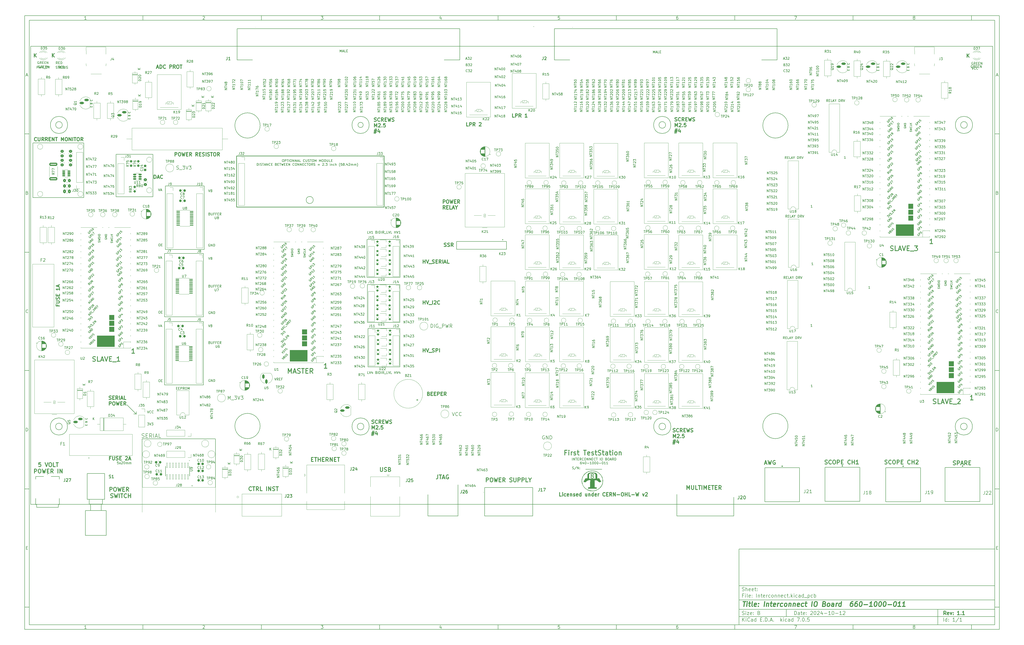
<source format=gto>
G04 #@! TF.GenerationSoftware,KiCad,Pcbnew,7.0.5*
G04 #@! TF.CreationDate,2024-10-27T20:03:42-04:00*
G04 #@! TF.ProjectId,Interconnect,496e7465-7263-46f6-9e6e-6563742e6b69,1.1*
G04 #@! TF.SameCoordinates,Original*
G04 #@! TF.FileFunction,Legend,Top*
G04 #@! TF.FilePolarity,Positive*
%FSLAX46Y46*%
G04 Gerber Fmt 4.6, Leading zero omitted, Abs format (unit mm)*
G04 Created by KiCad (PCBNEW 7.0.5) date 2024-10-27 20:03:42*
%MOMM*%
%LPD*%
G01*
G04 APERTURE LIST*
G04 Aperture macros list*
%AMRoundRect*
0 Rectangle with rounded corners*
0 $1 Rounding radius*
0 $2 $3 $4 $5 $6 $7 $8 $9 X,Y pos of 4 corners*
0 Add a 4 corners polygon primitive as box body*
4,1,4,$2,$3,$4,$5,$6,$7,$8,$9,$2,$3,0*
0 Add four circle primitives for the rounded corners*
1,1,$1+$1,$2,$3*
1,1,$1+$1,$4,$5*
1,1,$1+$1,$6,$7*
1,1,$1+$1,$8,$9*
0 Add four rect primitives between the rounded corners*
20,1,$1+$1,$2,$3,$4,$5,0*
20,1,$1+$1,$4,$5,$6,$7,0*
20,1,$1+$1,$6,$7,$8,$9,0*
20,1,$1+$1,$8,$9,$2,$3,0*%
G04 Aperture macros list end*
%ADD10C,0.100000*%
%ADD11C,0.150000*%
%ADD12C,0.300000*%
%ADD13C,0.400000*%
%ADD14C,0.254000*%
%ADD15C,0.200000*%
%ADD16C,0.120000*%
%ADD17C,0.127000*%
%ADD18C,0.076200*%
%ADD19C,0.240000*%
%ADD20RoundRect,0.200000X0.275000X-0.200000X0.275000X0.200000X-0.275000X0.200000X-0.275000X-0.200000X0*%
%ADD21R,1.650000X1.650000*%
%ADD22C,1.650000*%
%ADD23C,1.500000*%
%ADD24C,2.400000*%
%ADD25O,2.400000X2.400000*%
%ADD26R,1.000000X0.700000*%
%ADD27R,2.400000X1.600000*%
%ADD28O,2.400000X1.600000*%
%ADD29C,1.600000*%
%ADD30O,1.600000X1.600000*%
%ADD31O,2.300000X1.600000*%
%ADD32R,1.700000X1.700000*%
%ADD33O,1.700000X1.700000*%
%ADD34RoundRect,0.250000X-0.337500X-0.475000X0.337500X-0.475000X0.337500X0.475000X-0.337500X0.475000X0*%
%ADD35RoundRect,0.237500X0.237500X-0.250000X0.237500X0.250000X-0.237500X0.250000X-0.237500X-0.250000X0*%
%ADD36RoundRect,0.100000X-0.637500X-0.100000X0.637500X-0.100000X0.637500X0.100000X-0.637500X0.100000X0*%
%ADD37RoundRect,0.250000X0.350000X0.450000X-0.350000X0.450000X-0.350000X-0.450000X0.350000X-0.450000X0*%
%ADD38RoundRect,0.237500X-0.300000X-0.237500X0.300000X-0.237500X0.300000X0.237500X-0.300000X0.237500X0*%
%ADD39R,1.800000X1.100000*%
%ADD40RoundRect,0.275000X0.625000X-0.275000X0.625000X0.275000X-0.625000X0.275000X-0.625000X-0.275000X0*%
%ADD41R,2.025000X2.025000*%
%ADD42C,2.025000*%
%ADD43RoundRect,0.249999X1.425001X-0.450001X1.425001X0.450001X-1.425001X0.450001X-1.425001X-0.450001X0*%
%ADD44R,1.600000X1.600000*%
%ADD45C,3.000000*%
%ADD46R,1.200000X1.200000*%
%ADD47C,1.200000*%
%ADD48C,4.200000*%
%ADD49RoundRect,0.250000X-0.450000X0.350000X-0.450000X-0.350000X0.450000X-0.350000X0.450000X0.350000X0*%
%ADD50C,3.250000*%
%ADD51R,1.500000X1.500000*%
%ADD52RoundRect,0.200000X-0.275000X0.200000X-0.275000X-0.200000X0.275000X-0.200000X0.275000X0.200000X0*%
%ADD53R,2.500000X2.500000*%
%ADD54O,2.500000X2.500000*%
%ADD55C,4.000000*%
%ADD56RoundRect,0.237500X0.300000X0.237500X-0.300000X0.237500X-0.300000X-0.237500X0.300000X-0.237500X0*%
%ADD57O,1.800000X1.800000*%
%ADD58O,1.500000X1.500000*%
%ADD59R,3.500000X1.700000*%
%ADD60R,1.700000X3.500000*%
%ADD61RoundRect,0.150000X0.512500X0.150000X-0.512500X0.150000X-0.512500X-0.150000X0.512500X-0.150000X0*%
%ADD62RoundRect,0.237500X0.237500X-0.300000X0.237500X0.300000X-0.237500X0.300000X-0.237500X-0.300000X0*%
%ADD63RoundRect,0.041300X-0.253700X0.943700X-0.253700X-0.943700X0.253700X-0.943700X0.253700X0.943700X0*%
%ADD64C,1.905000*%
%ADD65C,1.700000*%
%ADD66C,3.500000*%
%ADD67O,3.900000X1.950000*%
%ADD68C,1.398000*%
%ADD69C,3.015000*%
%ADD70R,1.800000X1.800000*%
%ADD71C,1.800000*%
%ADD72R,2.600000X2.600000*%
%ADD73O,2.600000X2.600000*%
%ADD74C,1.900000*%
%ADD75C,2.850000*%
%ADD76C,2.550000*%
%ADD77O,2.700002X1.400000*%
%ADD78O,1.750000X2.750000*%
%ADD79R,1.950000X1.950000*%
%ADD80C,1.950000*%
%ADD81R,1.725000X1.725000*%
%ADD82C,1.725000*%
%ADD83O,1.950000X3.900000*%
%ADD84RoundRect,0.125000X-0.537500X-0.125000X0.537500X-0.125000X0.537500X0.125000X-0.537500X0.125000X0*%
%ADD85R,2.000000X2.000000*%
%ADD86C,2.000000*%
%ADD87R,1.100000X1.800000*%
%ADD88RoundRect,0.275000X0.275000X0.625000X-0.275000X0.625000X-0.275000X-0.625000X0.275000X-0.625000X0*%
G04 #@! TA.AperFunction,Profile*
%ADD89C,0.100000*%
G04 #@! TD*
G04 #@! TA.AperFunction,Profile*
%ADD90C,0.160000*%
G04 #@! TD*
G04 APERTURE END LIST*
D10*
D11*
X311800000Y-235400000D02*
X419800000Y-235400000D01*
X419800000Y-267400000D01*
X311800000Y-267400000D01*
X311800000Y-235400000D01*
D10*
D11*
X10000000Y-10000000D02*
X421800000Y-10000000D01*
X421800000Y-269400000D01*
X10000000Y-269400000D01*
X10000000Y-10000000D01*
D10*
D11*
X12000000Y-12000000D02*
X419800000Y-12000000D01*
X419800000Y-267400000D01*
X12000000Y-267400000D01*
X12000000Y-12000000D01*
D10*
D11*
X60000000Y-12000000D02*
X60000000Y-10000000D01*
D10*
D11*
X110000000Y-12000000D02*
X110000000Y-10000000D01*
D10*
D11*
X160000000Y-12000000D02*
X160000000Y-10000000D01*
D10*
D11*
X210000000Y-12000000D02*
X210000000Y-10000000D01*
D10*
D11*
X260000000Y-12000000D02*
X260000000Y-10000000D01*
D10*
D11*
X310000000Y-12000000D02*
X310000000Y-10000000D01*
D10*
D11*
X360000000Y-12000000D02*
X360000000Y-10000000D01*
D10*
D11*
X410000000Y-12000000D02*
X410000000Y-10000000D01*
D10*
D11*
X36089160Y-11593604D02*
X35346303Y-11593604D01*
X35717731Y-11593604D02*
X35717731Y-10293604D01*
X35717731Y-10293604D02*
X35593922Y-10479319D01*
X35593922Y-10479319D02*
X35470112Y-10603128D01*
X35470112Y-10603128D02*
X35346303Y-10665033D01*
D10*
D11*
X85346303Y-10417414D02*
X85408207Y-10355509D01*
X85408207Y-10355509D02*
X85532017Y-10293604D01*
X85532017Y-10293604D02*
X85841541Y-10293604D01*
X85841541Y-10293604D02*
X85965350Y-10355509D01*
X85965350Y-10355509D02*
X86027255Y-10417414D01*
X86027255Y-10417414D02*
X86089160Y-10541223D01*
X86089160Y-10541223D02*
X86089160Y-10665033D01*
X86089160Y-10665033D02*
X86027255Y-10850747D01*
X86027255Y-10850747D02*
X85284398Y-11593604D01*
X85284398Y-11593604D02*
X86089160Y-11593604D01*
D10*
D11*
X135284398Y-10293604D02*
X136089160Y-10293604D01*
X136089160Y-10293604D02*
X135655826Y-10788842D01*
X135655826Y-10788842D02*
X135841541Y-10788842D01*
X135841541Y-10788842D02*
X135965350Y-10850747D01*
X135965350Y-10850747D02*
X136027255Y-10912652D01*
X136027255Y-10912652D02*
X136089160Y-11036461D01*
X136089160Y-11036461D02*
X136089160Y-11345985D01*
X136089160Y-11345985D02*
X136027255Y-11469795D01*
X136027255Y-11469795D02*
X135965350Y-11531700D01*
X135965350Y-11531700D02*
X135841541Y-11593604D01*
X135841541Y-11593604D02*
X135470112Y-11593604D01*
X135470112Y-11593604D02*
X135346303Y-11531700D01*
X135346303Y-11531700D02*
X135284398Y-11469795D01*
D10*
D11*
X185965350Y-10726938D02*
X185965350Y-11593604D01*
X185655826Y-10231700D02*
X185346303Y-11160271D01*
X185346303Y-11160271D02*
X186151064Y-11160271D01*
D10*
D11*
X236027255Y-10293604D02*
X235408207Y-10293604D01*
X235408207Y-10293604D02*
X235346303Y-10912652D01*
X235346303Y-10912652D02*
X235408207Y-10850747D01*
X235408207Y-10850747D02*
X235532017Y-10788842D01*
X235532017Y-10788842D02*
X235841541Y-10788842D01*
X235841541Y-10788842D02*
X235965350Y-10850747D01*
X235965350Y-10850747D02*
X236027255Y-10912652D01*
X236027255Y-10912652D02*
X236089160Y-11036461D01*
X236089160Y-11036461D02*
X236089160Y-11345985D01*
X236089160Y-11345985D02*
X236027255Y-11469795D01*
X236027255Y-11469795D02*
X235965350Y-11531700D01*
X235965350Y-11531700D02*
X235841541Y-11593604D01*
X235841541Y-11593604D02*
X235532017Y-11593604D01*
X235532017Y-11593604D02*
X235408207Y-11531700D01*
X235408207Y-11531700D02*
X235346303Y-11469795D01*
D10*
D11*
X285965350Y-10293604D02*
X285717731Y-10293604D01*
X285717731Y-10293604D02*
X285593922Y-10355509D01*
X285593922Y-10355509D02*
X285532017Y-10417414D01*
X285532017Y-10417414D02*
X285408207Y-10603128D01*
X285408207Y-10603128D02*
X285346303Y-10850747D01*
X285346303Y-10850747D02*
X285346303Y-11345985D01*
X285346303Y-11345985D02*
X285408207Y-11469795D01*
X285408207Y-11469795D02*
X285470112Y-11531700D01*
X285470112Y-11531700D02*
X285593922Y-11593604D01*
X285593922Y-11593604D02*
X285841541Y-11593604D01*
X285841541Y-11593604D02*
X285965350Y-11531700D01*
X285965350Y-11531700D02*
X286027255Y-11469795D01*
X286027255Y-11469795D02*
X286089160Y-11345985D01*
X286089160Y-11345985D02*
X286089160Y-11036461D01*
X286089160Y-11036461D02*
X286027255Y-10912652D01*
X286027255Y-10912652D02*
X285965350Y-10850747D01*
X285965350Y-10850747D02*
X285841541Y-10788842D01*
X285841541Y-10788842D02*
X285593922Y-10788842D01*
X285593922Y-10788842D02*
X285470112Y-10850747D01*
X285470112Y-10850747D02*
X285408207Y-10912652D01*
X285408207Y-10912652D02*
X285346303Y-11036461D01*
D10*
D11*
X335284398Y-10293604D02*
X336151064Y-10293604D01*
X336151064Y-10293604D02*
X335593922Y-11593604D01*
D10*
D11*
X385593922Y-10850747D02*
X385470112Y-10788842D01*
X385470112Y-10788842D02*
X385408207Y-10726938D01*
X385408207Y-10726938D02*
X385346303Y-10603128D01*
X385346303Y-10603128D02*
X385346303Y-10541223D01*
X385346303Y-10541223D02*
X385408207Y-10417414D01*
X385408207Y-10417414D02*
X385470112Y-10355509D01*
X385470112Y-10355509D02*
X385593922Y-10293604D01*
X385593922Y-10293604D02*
X385841541Y-10293604D01*
X385841541Y-10293604D02*
X385965350Y-10355509D01*
X385965350Y-10355509D02*
X386027255Y-10417414D01*
X386027255Y-10417414D02*
X386089160Y-10541223D01*
X386089160Y-10541223D02*
X386089160Y-10603128D01*
X386089160Y-10603128D02*
X386027255Y-10726938D01*
X386027255Y-10726938D02*
X385965350Y-10788842D01*
X385965350Y-10788842D02*
X385841541Y-10850747D01*
X385841541Y-10850747D02*
X385593922Y-10850747D01*
X385593922Y-10850747D02*
X385470112Y-10912652D01*
X385470112Y-10912652D02*
X385408207Y-10974557D01*
X385408207Y-10974557D02*
X385346303Y-11098366D01*
X385346303Y-11098366D02*
X385346303Y-11345985D01*
X385346303Y-11345985D02*
X385408207Y-11469795D01*
X385408207Y-11469795D02*
X385470112Y-11531700D01*
X385470112Y-11531700D02*
X385593922Y-11593604D01*
X385593922Y-11593604D02*
X385841541Y-11593604D01*
X385841541Y-11593604D02*
X385965350Y-11531700D01*
X385965350Y-11531700D02*
X386027255Y-11469795D01*
X386027255Y-11469795D02*
X386089160Y-11345985D01*
X386089160Y-11345985D02*
X386089160Y-11098366D01*
X386089160Y-11098366D02*
X386027255Y-10974557D01*
X386027255Y-10974557D02*
X385965350Y-10912652D01*
X385965350Y-10912652D02*
X385841541Y-10850747D01*
D10*
D11*
X60000000Y-267400000D02*
X60000000Y-269400000D01*
D10*
D11*
X110000000Y-267400000D02*
X110000000Y-269400000D01*
D10*
D11*
X160000000Y-267400000D02*
X160000000Y-269400000D01*
D10*
D11*
X210000000Y-267400000D02*
X210000000Y-269400000D01*
D10*
D11*
X260000000Y-267400000D02*
X260000000Y-269400000D01*
D10*
D11*
X310000000Y-267400000D02*
X310000000Y-269400000D01*
D10*
D11*
X360000000Y-267400000D02*
X360000000Y-269400000D01*
D10*
D11*
X410000000Y-267400000D02*
X410000000Y-269400000D01*
D10*
D11*
X36089160Y-268993604D02*
X35346303Y-268993604D01*
X35717731Y-268993604D02*
X35717731Y-267693604D01*
X35717731Y-267693604D02*
X35593922Y-267879319D01*
X35593922Y-267879319D02*
X35470112Y-268003128D01*
X35470112Y-268003128D02*
X35346303Y-268065033D01*
D10*
D11*
X85346303Y-267817414D02*
X85408207Y-267755509D01*
X85408207Y-267755509D02*
X85532017Y-267693604D01*
X85532017Y-267693604D02*
X85841541Y-267693604D01*
X85841541Y-267693604D02*
X85965350Y-267755509D01*
X85965350Y-267755509D02*
X86027255Y-267817414D01*
X86027255Y-267817414D02*
X86089160Y-267941223D01*
X86089160Y-267941223D02*
X86089160Y-268065033D01*
X86089160Y-268065033D02*
X86027255Y-268250747D01*
X86027255Y-268250747D02*
X85284398Y-268993604D01*
X85284398Y-268993604D02*
X86089160Y-268993604D01*
D10*
D11*
X135284398Y-267693604D02*
X136089160Y-267693604D01*
X136089160Y-267693604D02*
X135655826Y-268188842D01*
X135655826Y-268188842D02*
X135841541Y-268188842D01*
X135841541Y-268188842D02*
X135965350Y-268250747D01*
X135965350Y-268250747D02*
X136027255Y-268312652D01*
X136027255Y-268312652D02*
X136089160Y-268436461D01*
X136089160Y-268436461D02*
X136089160Y-268745985D01*
X136089160Y-268745985D02*
X136027255Y-268869795D01*
X136027255Y-268869795D02*
X135965350Y-268931700D01*
X135965350Y-268931700D02*
X135841541Y-268993604D01*
X135841541Y-268993604D02*
X135470112Y-268993604D01*
X135470112Y-268993604D02*
X135346303Y-268931700D01*
X135346303Y-268931700D02*
X135284398Y-268869795D01*
D10*
D11*
X185965350Y-268126938D02*
X185965350Y-268993604D01*
X185655826Y-267631700D02*
X185346303Y-268560271D01*
X185346303Y-268560271D02*
X186151064Y-268560271D01*
D10*
D11*
X236027255Y-267693604D02*
X235408207Y-267693604D01*
X235408207Y-267693604D02*
X235346303Y-268312652D01*
X235346303Y-268312652D02*
X235408207Y-268250747D01*
X235408207Y-268250747D02*
X235532017Y-268188842D01*
X235532017Y-268188842D02*
X235841541Y-268188842D01*
X235841541Y-268188842D02*
X235965350Y-268250747D01*
X235965350Y-268250747D02*
X236027255Y-268312652D01*
X236027255Y-268312652D02*
X236089160Y-268436461D01*
X236089160Y-268436461D02*
X236089160Y-268745985D01*
X236089160Y-268745985D02*
X236027255Y-268869795D01*
X236027255Y-268869795D02*
X235965350Y-268931700D01*
X235965350Y-268931700D02*
X235841541Y-268993604D01*
X235841541Y-268993604D02*
X235532017Y-268993604D01*
X235532017Y-268993604D02*
X235408207Y-268931700D01*
X235408207Y-268931700D02*
X235346303Y-268869795D01*
D10*
D11*
X285965350Y-267693604D02*
X285717731Y-267693604D01*
X285717731Y-267693604D02*
X285593922Y-267755509D01*
X285593922Y-267755509D02*
X285532017Y-267817414D01*
X285532017Y-267817414D02*
X285408207Y-268003128D01*
X285408207Y-268003128D02*
X285346303Y-268250747D01*
X285346303Y-268250747D02*
X285346303Y-268745985D01*
X285346303Y-268745985D02*
X285408207Y-268869795D01*
X285408207Y-268869795D02*
X285470112Y-268931700D01*
X285470112Y-268931700D02*
X285593922Y-268993604D01*
X285593922Y-268993604D02*
X285841541Y-268993604D01*
X285841541Y-268993604D02*
X285965350Y-268931700D01*
X285965350Y-268931700D02*
X286027255Y-268869795D01*
X286027255Y-268869795D02*
X286089160Y-268745985D01*
X286089160Y-268745985D02*
X286089160Y-268436461D01*
X286089160Y-268436461D02*
X286027255Y-268312652D01*
X286027255Y-268312652D02*
X285965350Y-268250747D01*
X285965350Y-268250747D02*
X285841541Y-268188842D01*
X285841541Y-268188842D02*
X285593922Y-268188842D01*
X285593922Y-268188842D02*
X285470112Y-268250747D01*
X285470112Y-268250747D02*
X285408207Y-268312652D01*
X285408207Y-268312652D02*
X285346303Y-268436461D01*
D10*
D11*
X335284398Y-267693604D02*
X336151064Y-267693604D01*
X336151064Y-267693604D02*
X335593922Y-268993604D01*
D10*
D11*
X385593922Y-268250747D02*
X385470112Y-268188842D01*
X385470112Y-268188842D02*
X385408207Y-268126938D01*
X385408207Y-268126938D02*
X385346303Y-268003128D01*
X385346303Y-268003128D02*
X385346303Y-267941223D01*
X385346303Y-267941223D02*
X385408207Y-267817414D01*
X385408207Y-267817414D02*
X385470112Y-267755509D01*
X385470112Y-267755509D02*
X385593922Y-267693604D01*
X385593922Y-267693604D02*
X385841541Y-267693604D01*
X385841541Y-267693604D02*
X385965350Y-267755509D01*
X385965350Y-267755509D02*
X386027255Y-267817414D01*
X386027255Y-267817414D02*
X386089160Y-267941223D01*
X386089160Y-267941223D02*
X386089160Y-268003128D01*
X386089160Y-268003128D02*
X386027255Y-268126938D01*
X386027255Y-268126938D02*
X385965350Y-268188842D01*
X385965350Y-268188842D02*
X385841541Y-268250747D01*
X385841541Y-268250747D02*
X385593922Y-268250747D01*
X385593922Y-268250747D02*
X385470112Y-268312652D01*
X385470112Y-268312652D02*
X385408207Y-268374557D01*
X385408207Y-268374557D02*
X385346303Y-268498366D01*
X385346303Y-268498366D02*
X385346303Y-268745985D01*
X385346303Y-268745985D02*
X385408207Y-268869795D01*
X385408207Y-268869795D02*
X385470112Y-268931700D01*
X385470112Y-268931700D02*
X385593922Y-268993604D01*
X385593922Y-268993604D02*
X385841541Y-268993604D01*
X385841541Y-268993604D02*
X385965350Y-268931700D01*
X385965350Y-268931700D02*
X386027255Y-268869795D01*
X386027255Y-268869795D02*
X386089160Y-268745985D01*
X386089160Y-268745985D02*
X386089160Y-268498366D01*
X386089160Y-268498366D02*
X386027255Y-268374557D01*
X386027255Y-268374557D02*
X385965350Y-268312652D01*
X385965350Y-268312652D02*
X385841541Y-268250747D01*
D10*
D11*
X10000000Y-60000000D02*
X12000000Y-60000000D01*
D10*
D11*
X10000000Y-110000000D02*
X12000000Y-110000000D01*
D10*
D11*
X10000000Y-160000000D02*
X12000000Y-160000000D01*
D10*
D11*
X10000000Y-210000000D02*
X12000000Y-210000000D01*
D10*
D11*
X10000000Y-260000000D02*
X12000000Y-260000000D01*
D10*
D11*
X10690476Y-35222176D02*
X11309523Y-35222176D01*
X10566666Y-35593604D02*
X10999999Y-34293604D01*
X10999999Y-34293604D02*
X11433333Y-35593604D01*
D10*
D11*
X11092857Y-84912652D02*
X11278571Y-84974557D01*
X11278571Y-84974557D02*
X11340476Y-85036461D01*
X11340476Y-85036461D02*
X11402380Y-85160271D01*
X11402380Y-85160271D02*
X11402380Y-85345985D01*
X11402380Y-85345985D02*
X11340476Y-85469795D01*
X11340476Y-85469795D02*
X11278571Y-85531700D01*
X11278571Y-85531700D02*
X11154761Y-85593604D01*
X11154761Y-85593604D02*
X10659523Y-85593604D01*
X10659523Y-85593604D02*
X10659523Y-84293604D01*
X10659523Y-84293604D02*
X11092857Y-84293604D01*
X11092857Y-84293604D02*
X11216666Y-84355509D01*
X11216666Y-84355509D02*
X11278571Y-84417414D01*
X11278571Y-84417414D02*
X11340476Y-84541223D01*
X11340476Y-84541223D02*
X11340476Y-84665033D01*
X11340476Y-84665033D02*
X11278571Y-84788842D01*
X11278571Y-84788842D02*
X11216666Y-84850747D01*
X11216666Y-84850747D02*
X11092857Y-84912652D01*
X11092857Y-84912652D02*
X10659523Y-84912652D01*
D10*
D11*
X11402380Y-135469795D02*
X11340476Y-135531700D01*
X11340476Y-135531700D02*
X11154761Y-135593604D01*
X11154761Y-135593604D02*
X11030952Y-135593604D01*
X11030952Y-135593604D02*
X10845238Y-135531700D01*
X10845238Y-135531700D02*
X10721428Y-135407890D01*
X10721428Y-135407890D02*
X10659523Y-135284080D01*
X10659523Y-135284080D02*
X10597619Y-135036461D01*
X10597619Y-135036461D02*
X10597619Y-134850747D01*
X10597619Y-134850747D02*
X10659523Y-134603128D01*
X10659523Y-134603128D02*
X10721428Y-134479319D01*
X10721428Y-134479319D02*
X10845238Y-134355509D01*
X10845238Y-134355509D02*
X11030952Y-134293604D01*
X11030952Y-134293604D02*
X11154761Y-134293604D01*
X11154761Y-134293604D02*
X11340476Y-134355509D01*
X11340476Y-134355509D02*
X11402380Y-134417414D01*
D10*
D11*
X10659523Y-185593604D02*
X10659523Y-184293604D01*
X10659523Y-184293604D02*
X10969047Y-184293604D01*
X10969047Y-184293604D02*
X11154761Y-184355509D01*
X11154761Y-184355509D02*
X11278571Y-184479319D01*
X11278571Y-184479319D02*
X11340476Y-184603128D01*
X11340476Y-184603128D02*
X11402380Y-184850747D01*
X11402380Y-184850747D02*
X11402380Y-185036461D01*
X11402380Y-185036461D02*
X11340476Y-185284080D01*
X11340476Y-185284080D02*
X11278571Y-185407890D01*
X11278571Y-185407890D02*
X11154761Y-185531700D01*
X11154761Y-185531700D02*
X10969047Y-185593604D01*
X10969047Y-185593604D02*
X10659523Y-185593604D01*
D10*
D11*
X10721428Y-234912652D02*
X11154762Y-234912652D01*
X11340476Y-235593604D02*
X10721428Y-235593604D01*
X10721428Y-235593604D02*
X10721428Y-234293604D01*
X10721428Y-234293604D02*
X11340476Y-234293604D01*
D10*
D11*
X421800000Y-60000000D02*
X419800000Y-60000000D01*
D10*
D11*
X421800000Y-110000000D02*
X419800000Y-110000000D01*
D10*
D11*
X421800000Y-160000000D02*
X419800000Y-160000000D01*
D10*
D11*
X421800000Y-210000000D02*
X419800000Y-210000000D01*
D10*
D11*
X421800000Y-260000000D02*
X419800000Y-260000000D01*
D10*
D11*
X420490476Y-35222176D02*
X421109523Y-35222176D01*
X420366666Y-35593604D02*
X420799999Y-34293604D01*
X420799999Y-34293604D02*
X421233333Y-35593604D01*
D10*
D11*
X420892857Y-84912652D02*
X421078571Y-84974557D01*
X421078571Y-84974557D02*
X421140476Y-85036461D01*
X421140476Y-85036461D02*
X421202380Y-85160271D01*
X421202380Y-85160271D02*
X421202380Y-85345985D01*
X421202380Y-85345985D02*
X421140476Y-85469795D01*
X421140476Y-85469795D02*
X421078571Y-85531700D01*
X421078571Y-85531700D02*
X420954761Y-85593604D01*
X420954761Y-85593604D02*
X420459523Y-85593604D01*
X420459523Y-85593604D02*
X420459523Y-84293604D01*
X420459523Y-84293604D02*
X420892857Y-84293604D01*
X420892857Y-84293604D02*
X421016666Y-84355509D01*
X421016666Y-84355509D02*
X421078571Y-84417414D01*
X421078571Y-84417414D02*
X421140476Y-84541223D01*
X421140476Y-84541223D02*
X421140476Y-84665033D01*
X421140476Y-84665033D02*
X421078571Y-84788842D01*
X421078571Y-84788842D02*
X421016666Y-84850747D01*
X421016666Y-84850747D02*
X420892857Y-84912652D01*
X420892857Y-84912652D02*
X420459523Y-84912652D01*
D10*
D11*
X421202380Y-135469795D02*
X421140476Y-135531700D01*
X421140476Y-135531700D02*
X420954761Y-135593604D01*
X420954761Y-135593604D02*
X420830952Y-135593604D01*
X420830952Y-135593604D02*
X420645238Y-135531700D01*
X420645238Y-135531700D02*
X420521428Y-135407890D01*
X420521428Y-135407890D02*
X420459523Y-135284080D01*
X420459523Y-135284080D02*
X420397619Y-135036461D01*
X420397619Y-135036461D02*
X420397619Y-134850747D01*
X420397619Y-134850747D02*
X420459523Y-134603128D01*
X420459523Y-134603128D02*
X420521428Y-134479319D01*
X420521428Y-134479319D02*
X420645238Y-134355509D01*
X420645238Y-134355509D02*
X420830952Y-134293604D01*
X420830952Y-134293604D02*
X420954761Y-134293604D01*
X420954761Y-134293604D02*
X421140476Y-134355509D01*
X421140476Y-134355509D02*
X421202380Y-134417414D01*
D10*
D11*
X420459523Y-185593604D02*
X420459523Y-184293604D01*
X420459523Y-184293604D02*
X420769047Y-184293604D01*
X420769047Y-184293604D02*
X420954761Y-184355509D01*
X420954761Y-184355509D02*
X421078571Y-184479319D01*
X421078571Y-184479319D02*
X421140476Y-184603128D01*
X421140476Y-184603128D02*
X421202380Y-184850747D01*
X421202380Y-184850747D02*
X421202380Y-185036461D01*
X421202380Y-185036461D02*
X421140476Y-185284080D01*
X421140476Y-185284080D02*
X421078571Y-185407890D01*
X421078571Y-185407890D02*
X420954761Y-185531700D01*
X420954761Y-185531700D02*
X420769047Y-185593604D01*
X420769047Y-185593604D02*
X420459523Y-185593604D01*
D10*
D11*
X420521428Y-234912652D02*
X420954762Y-234912652D01*
X421140476Y-235593604D02*
X420521428Y-235593604D01*
X420521428Y-235593604D02*
X420521428Y-234293604D01*
X420521428Y-234293604D02*
X421140476Y-234293604D01*
D10*
D11*
X335255826Y-263186128D02*
X335255826Y-261686128D01*
X335255826Y-261686128D02*
X335612969Y-261686128D01*
X335612969Y-261686128D02*
X335827255Y-261757557D01*
X335827255Y-261757557D02*
X335970112Y-261900414D01*
X335970112Y-261900414D02*
X336041541Y-262043271D01*
X336041541Y-262043271D02*
X336112969Y-262328985D01*
X336112969Y-262328985D02*
X336112969Y-262543271D01*
X336112969Y-262543271D02*
X336041541Y-262828985D01*
X336041541Y-262828985D02*
X335970112Y-262971842D01*
X335970112Y-262971842D02*
X335827255Y-263114700D01*
X335827255Y-263114700D02*
X335612969Y-263186128D01*
X335612969Y-263186128D02*
X335255826Y-263186128D01*
X337398684Y-263186128D02*
X337398684Y-262400414D01*
X337398684Y-262400414D02*
X337327255Y-262257557D01*
X337327255Y-262257557D02*
X337184398Y-262186128D01*
X337184398Y-262186128D02*
X336898684Y-262186128D01*
X336898684Y-262186128D02*
X336755826Y-262257557D01*
X337398684Y-263114700D02*
X337255826Y-263186128D01*
X337255826Y-263186128D02*
X336898684Y-263186128D01*
X336898684Y-263186128D02*
X336755826Y-263114700D01*
X336755826Y-263114700D02*
X336684398Y-262971842D01*
X336684398Y-262971842D02*
X336684398Y-262828985D01*
X336684398Y-262828985D02*
X336755826Y-262686128D01*
X336755826Y-262686128D02*
X336898684Y-262614700D01*
X336898684Y-262614700D02*
X337255826Y-262614700D01*
X337255826Y-262614700D02*
X337398684Y-262543271D01*
X337898684Y-262186128D02*
X338470112Y-262186128D01*
X338112969Y-261686128D02*
X338112969Y-262971842D01*
X338112969Y-262971842D02*
X338184398Y-263114700D01*
X338184398Y-263114700D02*
X338327255Y-263186128D01*
X338327255Y-263186128D02*
X338470112Y-263186128D01*
X339541541Y-263114700D02*
X339398684Y-263186128D01*
X339398684Y-263186128D02*
X339112970Y-263186128D01*
X339112970Y-263186128D02*
X338970112Y-263114700D01*
X338970112Y-263114700D02*
X338898684Y-262971842D01*
X338898684Y-262971842D02*
X338898684Y-262400414D01*
X338898684Y-262400414D02*
X338970112Y-262257557D01*
X338970112Y-262257557D02*
X339112970Y-262186128D01*
X339112970Y-262186128D02*
X339398684Y-262186128D01*
X339398684Y-262186128D02*
X339541541Y-262257557D01*
X339541541Y-262257557D02*
X339612970Y-262400414D01*
X339612970Y-262400414D02*
X339612970Y-262543271D01*
X339612970Y-262543271D02*
X338898684Y-262686128D01*
X340255826Y-263043271D02*
X340327255Y-263114700D01*
X340327255Y-263114700D02*
X340255826Y-263186128D01*
X340255826Y-263186128D02*
X340184398Y-263114700D01*
X340184398Y-263114700D02*
X340255826Y-263043271D01*
X340255826Y-263043271D02*
X340255826Y-263186128D01*
X340255826Y-262257557D02*
X340327255Y-262328985D01*
X340327255Y-262328985D02*
X340255826Y-262400414D01*
X340255826Y-262400414D02*
X340184398Y-262328985D01*
X340184398Y-262328985D02*
X340255826Y-262257557D01*
X340255826Y-262257557D02*
X340255826Y-262400414D01*
X342041541Y-261828985D02*
X342112969Y-261757557D01*
X342112969Y-261757557D02*
X342255827Y-261686128D01*
X342255827Y-261686128D02*
X342612969Y-261686128D01*
X342612969Y-261686128D02*
X342755827Y-261757557D01*
X342755827Y-261757557D02*
X342827255Y-261828985D01*
X342827255Y-261828985D02*
X342898684Y-261971842D01*
X342898684Y-261971842D02*
X342898684Y-262114700D01*
X342898684Y-262114700D02*
X342827255Y-262328985D01*
X342827255Y-262328985D02*
X341970112Y-263186128D01*
X341970112Y-263186128D02*
X342898684Y-263186128D01*
X343827255Y-261686128D02*
X343970112Y-261686128D01*
X343970112Y-261686128D02*
X344112969Y-261757557D01*
X344112969Y-261757557D02*
X344184398Y-261828985D01*
X344184398Y-261828985D02*
X344255826Y-261971842D01*
X344255826Y-261971842D02*
X344327255Y-262257557D01*
X344327255Y-262257557D02*
X344327255Y-262614700D01*
X344327255Y-262614700D02*
X344255826Y-262900414D01*
X344255826Y-262900414D02*
X344184398Y-263043271D01*
X344184398Y-263043271D02*
X344112969Y-263114700D01*
X344112969Y-263114700D02*
X343970112Y-263186128D01*
X343970112Y-263186128D02*
X343827255Y-263186128D01*
X343827255Y-263186128D02*
X343684398Y-263114700D01*
X343684398Y-263114700D02*
X343612969Y-263043271D01*
X343612969Y-263043271D02*
X343541540Y-262900414D01*
X343541540Y-262900414D02*
X343470112Y-262614700D01*
X343470112Y-262614700D02*
X343470112Y-262257557D01*
X343470112Y-262257557D02*
X343541540Y-261971842D01*
X343541540Y-261971842D02*
X343612969Y-261828985D01*
X343612969Y-261828985D02*
X343684398Y-261757557D01*
X343684398Y-261757557D02*
X343827255Y-261686128D01*
X344898683Y-261828985D02*
X344970111Y-261757557D01*
X344970111Y-261757557D02*
X345112969Y-261686128D01*
X345112969Y-261686128D02*
X345470111Y-261686128D01*
X345470111Y-261686128D02*
X345612969Y-261757557D01*
X345612969Y-261757557D02*
X345684397Y-261828985D01*
X345684397Y-261828985D02*
X345755826Y-261971842D01*
X345755826Y-261971842D02*
X345755826Y-262114700D01*
X345755826Y-262114700D02*
X345684397Y-262328985D01*
X345684397Y-262328985D02*
X344827254Y-263186128D01*
X344827254Y-263186128D02*
X345755826Y-263186128D01*
X347041540Y-262186128D02*
X347041540Y-263186128D01*
X346684397Y-261614700D02*
X346327254Y-262686128D01*
X346327254Y-262686128D02*
X347255825Y-262686128D01*
X347827253Y-262614700D02*
X348970111Y-262614700D01*
X350470111Y-263186128D02*
X349612968Y-263186128D01*
X350041539Y-263186128D02*
X350041539Y-261686128D01*
X350041539Y-261686128D02*
X349898682Y-261900414D01*
X349898682Y-261900414D02*
X349755825Y-262043271D01*
X349755825Y-262043271D02*
X349612968Y-262114700D01*
X351398682Y-261686128D02*
X351541539Y-261686128D01*
X351541539Y-261686128D02*
X351684396Y-261757557D01*
X351684396Y-261757557D02*
X351755825Y-261828985D01*
X351755825Y-261828985D02*
X351827253Y-261971842D01*
X351827253Y-261971842D02*
X351898682Y-262257557D01*
X351898682Y-262257557D02*
X351898682Y-262614700D01*
X351898682Y-262614700D02*
X351827253Y-262900414D01*
X351827253Y-262900414D02*
X351755825Y-263043271D01*
X351755825Y-263043271D02*
X351684396Y-263114700D01*
X351684396Y-263114700D02*
X351541539Y-263186128D01*
X351541539Y-263186128D02*
X351398682Y-263186128D01*
X351398682Y-263186128D02*
X351255825Y-263114700D01*
X351255825Y-263114700D02*
X351184396Y-263043271D01*
X351184396Y-263043271D02*
X351112967Y-262900414D01*
X351112967Y-262900414D02*
X351041539Y-262614700D01*
X351041539Y-262614700D02*
X351041539Y-262257557D01*
X351041539Y-262257557D02*
X351112967Y-261971842D01*
X351112967Y-261971842D02*
X351184396Y-261828985D01*
X351184396Y-261828985D02*
X351255825Y-261757557D01*
X351255825Y-261757557D02*
X351398682Y-261686128D01*
X352541538Y-262614700D02*
X353684396Y-262614700D01*
X355184396Y-263186128D02*
X354327253Y-263186128D01*
X354755824Y-263186128D02*
X354755824Y-261686128D01*
X354755824Y-261686128D02*
X354612967Y-261900414D01*
X354612967Y-261900414D02*
X354470110Y-262043271D01*
X354470110Y-262043271D02*
X354327253Y-262114700D01*
X355755824Y-261828985D02*
X355827252Y-261757557D01*
X355827252Y-261757557D02*
X355970110Y-261686128D01*
X355970110Y-261686128D02*
X356327252Y-261686128D01*
X356327252Y-261686128D02*
X356470110Y-261757557D01*
X356470110Y-261757557D02*
X356541538Y-261828985D01*
X356541538Y-261828985D02*
X356612967Y-261971842D01*
X356612967Y-261971842D02*
X356612967Y-262114700D01*
X356612967Y-262114700D02*
X356541538Y-262328985D01*
X356541538Y-262328985D02*
X355684395Y-263186128D01*
X355684395Y-263186128D02*
X356612967Y-263186128D01*
D10*
D11*
X311800000Y-263900000D02*
X419800000Y-263900000D01*
D10*
D11*
X313255826Y-265986128D02*
X313255826Y-264486128D01*
X314112969Y-265986128D02*
X313470112Y-265128985D01*
X314112969Y-264486128D02*
X313255826Y-265343271D01*
X314755826Y-265986128D02*
X314755826Y-264986128D01*
X314755826Y-264486128D02*
X314684398Y-264557557D01*
X314684398Y-264557557D02*
X314755826Y-264628985D01*
X314755826Y-264628985D02*
X314827255Y-264557557D01*
X314827255Y-264557557D02*
X314755826Y-264486128D01*
X314755826Y-264486128D02*
X314755826Y-264628985D01*
X316327255Y-265843271D02*
X316255827Y-265914700D01*
X316255827Y-265914700D02*
X316041541Y-265986128D01*
X316041541Y-265986128D02*
X315898684Y-265986128D01*
X315898684Y-265986128D02*
X315684398Y-265914700D01*
X315684398Y-265914700D02*
X315541541Y-265771842D01*
X315541541Y-265771842D02*
X315470112Y-265628985D01*
X315470112Y-265628985D02*
X315398684Y-265343271D01*
X315398684Y-265343271D02*
X315398684Y-265128985D01*
X315398684Y-265128985D02*
X315470112Y-264843271D01*
X315470112Y-264843271D02*
X315541541Y-264700414D01*
X315541541Y-264700414D02*
X315684398Y-264557557D01*
X315684398Y-264557557D02*
X315898684Y-264486128D01*
X315898684Y-264486128D02*
X316041541Y-264486128D01*
X316041541Y-264486128D02*
X316255827Y-264557557D01*
X316255827Y-264557557D02*
X316327255Y-264628985D01*
X317612970Y-265986128D02*
X317612970Y-265200414D01*
X317612970Y-265200414D02*
X317541541Y-265057557D01*
X317541541Y-265057557D02*
X317398684Y-264986128D01*
X317398684Y-264986128D02*
X317112970Y-264986128D01*
X317112970Y-264986128D02*
X316970112Y-265057557D01*
X317612970Y-265914700D02*
X317470112Y-265986128D01*
X317470112Y-265986128D02*
X317112970Y-265986128D01*
X317112970Y-265986128D02*
X316970112Y-265914700D01*
X316970112Y-265914700D02*
X316898684Y-265771842D01*
X316898684Y-265771842D02*
X316898684Y-265628985D01*
X316898684Y-265628985D02*
X316970112Y-265486128D01*
X316970112Y-265486128D02*
X317112970Y-265414700D01*
X317112970Y-265414700D02*
X317470112Y-265414700D01*
X317470112Y-265414700D02*
X317612970Y-265343271D01*
X318970113Y-265986128D02*
X318970113Y-264486128D01*
X318970113Y-265914700D02*
X318827255Y-265986128D01*
X318827255Y-265986128D02*
X318541541Y-265986128D01*
X318541541Y-265986128D02*
X318398684Y-265914700D01*
X318398684Y-265914700D02*
X318327255Y-265843271D01*
X318327255Y-265843271D02*
X318255827Y-265700414D01*
X318255827Y-265700414D02*
X318255827Y-265271842D01*
X318255827Y-265271842D02*
X318327255Y-265128985D01*
X318327255Y-265128985D02*
X318398684Y-265057557D01*
X318398684Y-265057557D02*
X318541541Y-264986128D01*
X318541541Y-264986128D02*
X318827255Y-264986128D01*
X318827255Y-264986128D02*
X318970113Y-265057557D01*
X320827255Y-265200414D02*
X321327255Y-265200414D01*
X321541541Y-265986128D02*
X320827255Y-265986128D01*
X320827255Y-265986128D02*
X320827255Y-264486128D01*
X320827255Y-264486128D02*
X321541541Y-264486128D01*
X322184398Y-265843271D02*
X322255827Y-265914700D01*
X322255827Y-265914700D02*
X322184398Y-265986128D01*
X322184398Y-265986128D02*
X322112970Y-265914700D01*
X322112970Y-265914700D02*
X322184398Y-265843271D01*
X322184398Y-265843271D02*
X322184398Y-265986128D01*
X322898684Y-265986128D02*
X322898684Y-264486128D01*
X322898684Y-264486128D02*
X323255827Y-264486128D01*
X323255827Y-264486128D02*
X323470113Y-264557557D01*
X323470113Y-264557557D02*
X323612970Y-264700414D01*
X323612970Y-264700414D02*
X323684399Y-264843271D01*
X323684399Y-264843271D02*
X323755827Y-265128985D01*
X323755827Y-265128985D02*
X323755827Y-265343271D01*
X323755827Y-265343271D02*
X323684399Y-265628985D01*
X323684399Y-265628985D02*
X323612970Y-265771842D01*
X323612970Y-265771842D02*
X323470113Y-265914700D01*
X323470113Y-265914700D02*
X323255827Y-265986128D01*
X323255827Y-265986128D02*
X322898684Y-265986128D01*
X324398684Y-265843271D02*
X324470113Y-265914700D01*
X324470113Y-265914700D02*
X324398684Y-265986128D01*
X324398684Y-265986128D02*
X324327256Y-265914700D01*
X324327256Y-265914700D02*
X324398684Y-265843271D01*
X324398684Y-265843271D02*
X324398684Y-265986128D01*
X325041542Y-265557557D02*
X325755828Y-265557557D01*
X324898685Y-265986128D02*
X325398685Y-264486128D01*
X325398685Y-264486128D02*
X325898685Y-265986128D01*
X326398684Y-265843271D02*
X326470113Y-265914700D01*
X326470113Y-265914700D02*
X326398684Y-265986128D01*
X326398684Y-265986128D02*
X326327256Y-265914700D01*
X326327256Y-265914700D02*
X326398684Y-265843271D01*
X326398684Y-265843271D02*
X326398684Y-265986128D01*
X329398684Y-265986128D02*
X329398684Y-264486128D01*
X329541542Y-265414700D02*
X329970113Y-265986128D01*
X329970113Y-264986128D02*
X329398684Y-265557557D01*
X330612970Y-265986128D02*
X330612970Y-264986128D01*
X330612970Y-264486128D02*
X330541542Y-264557557D01*
X330541542Y-264557557D02*
X330612970Y-264628985D01*
X330612970Y-264628985D02*
X330684399Y-264557557D01*
X330684399Y-264557557D02*
X330612970Y-264486128D01*
X330612970Y-264486128D02*
X330612970Y-264628985D01*
X331970114Y-265914700D02*
X331827256Y-265986128D01*
X331827256Y-265986128D02*
X331541542Y-265986128D01*
X331541542Y-265986128D02*
X331398685Y-265914700D01*
X331398685Y-265914700D02*
X331327256Y-265843271D01*
X331327256Y-265843271D02*
X331255828Y-265700414D01*
X331255828Y-265700414D02*
X331255828Y-265271842D01*
X331255828Y-265271842D02*
X331327256Y-265128985D01*
X331327256Y-265128985D02*
X331398685Y-265057557D01*
X331398685Y-265057557D02*
X331541542Y-264986128D01*
X331541542Y-264986128D02*
X331827256Y-264986128D01*
X331827256Y-264986128D02*
X331970114Y-265057557D01*
X333255828Y-265986128D02*
X333255828Y-265200414D01*
X333255828Y-265200414D02*
X333184399Y-265057557D01*
X333184399Y-265057557D02*
X333041542Y-264986128D01*
X333041542Y-264986128D02*
X332755828Y-264986128D01*
X332755828Y-264986128D02*
X332612970Y-265057557D01*
X333255828Y-265914700D02*
X333112970Y-265986128D01*
X333112970Y-265986128D02*
X332755828Y-265986128D01*
X332755828Y-265986128D02*
X332612970Y-265914700D01*
X332612970Y-265914700D02*
X332541542Y-265771842D01*
X332541542Y-265771842D02*
X332541542Y-265628985D01*
X332541542Y-265628985D02*
X332612970Y-265486128D01*
X332612970Y-265486128D02*
X332755828Y-265414700D01*
X332755828Y-265414700D02*
X333112970Y-265414700D01*
X333112970Y-265414700D02*
X333255828Y-265343271D01*
X334612971Y-265986128D02*
X334612971Y-264486128D01*
X334612971Y-265914700D02*
X334470113Y-265986128D01*
X334470113Y-265986128D02*
X334184399Y-265986128D01*
X334184399Y-265986128D02*
X334041542Y-265914700D01*
X334041542Y-265914700D02*
X333970113Y-265843271D01*
X333970113Y-265843271D02*
X333898685Y-265700414D01*
X333898685Y-265700414D02*
X333898685Y-265271842D01*
X333898685Y-265271842D02*
X333970113Y-265128985D01*
X333970113Y-265128985D02*
X334041542Y-265057557D01*
X334041542Y-265057557D02*
X334184399Y-264986128D01*
X334184399Y-264986128D02*
X334470113Y-264986128D01*
X334470113Y-264986128D02*
X334612971Y-265057557D01*
X336327256Y-264486128D02*
X337327256Y-264486128D01*
X337327256Y-264486128D02*
X336684399Y-265986128D01*
X337898684Y-265843271D02*
X337970113Y-265914700D01*
X337970113Y-265914700D02*
X337898684Y-265986128D01*
X337898684Y-265986128D02*
X337827256Y-265914700D01*
X337827256Y-265914700D02*
X337898684Y-265843271D01*
X337898684Y-265843271D02*
X337898684Y-265986128D01*
X338898685Y-264486128D02*
X339041542Y-264486128D01*
X339041542Y-264486128D02*
X339184399Y-264557557D01*
X339184399Y-264557557D02*
X339255828Y-264628985D01*
X339255828Y-264628985D02*
X339327256Y-264771842D01*
X339327256Y-264771842D02*
X339398685Y-265057557D01*
X339398685Y-265057557D02*
X339398685Y-265414700D01*
X339398685Y-265414700D02*
X339327256Y-265700414D01*
X339327256Y-265700414D02*
X339255828Y-265843271D01*
X339255828Y-265843271D02*
X339184399Y-265914700D01*
X339184399Y-265914700D02*
X339041542Y-265986128D01*
X339041542Y-265986128D02*
X338898685Y-265986128D01*
X338898685Y-265986128D02*
X338755828Y-265914700D01*
X338755828Y-265914700D02*
X338684399Y-265843271D01*
X338684399Y-265843271D02*
X338612970Y-265700414D01*
X338612970Y-265700414D02*
X338541542Y-265414700D01*
X338541542Y-265414700D02*
X338541542Y-265057557D01*
X338541542Y-265057557D02*
X338612970Y-264771842D01*
X338612970Y-264771842D02*
X338684399Y-264628985D01*
X338684399Y-264628985D02*
X338755828Y-264557557D01*
X338755828Y-264557557D02*
X338898685Y-264486128D01*
X340041541Y-265843271D02*
X340112970Y-265914700D01*
X340112970Y-265914700D02*
X340041541Y-265986128D01*
X340041541Y-265986128D02*
X339970113Y-265914700D01*
X339970113Y-265914700D02*
X340041541Y-265843271D01*
X340041541Y-265843271D02*
X340041541Y-265986128D01*
X341470113Y-264486128D02*
X340755827Y-264486128D01*
X340755827Y-264486128D02*
X340684399Y-265200414D01*
X340684399Y-265200414D02*
X340755827Y-265128985D01*
X340755827Y-265128985D02*
X340898685Y-265057557D01*
X340898685Y-265057557D02*
X341255827Y-265057557D01*
X341255827Y-265057557D02*
X341398685Y-265128985D01*
X341398685Y-265128985D02*
X341470113Y-265200414D01*
X341470113Y-265200414D02*
X341541542Y-265343271D01*
X341541542Y-265343271D02*
X341541542Y-265700414D01*
X341541542Y-265700414D02*
X341470113Y-265843271D01*
X341470113Y-265843271D02*
X341398685Y-265914700D01*
X341398685Y-265914700D02*
X341255827Y-265986128D01*
X341255827Y-265986128D02*
X340898685Y-265986128D01*
X340898685Y-265986128D02*
X340755827Y-265914700D01*
X340755827Y-265914700D02*
X340684399Y-265843271D01*
D10*
D11*
X311800000Y-260900000D02*
X419800000Y-260900000D01*
D10*
D12*
X399211653Y-263178328D02*
X398711653Y-262464042D01*
X398354510Y-263178328D02*
X398354510Y-261678328D01*
X398354510Y-261678328D02*
X398925939Y-261678328D01*
X398925939Y-261678328D02*
X399068796Y-261749757D01*
X399068796Y-261749757D02*
X399140225Y-261821185D01*
X399140225Y-261821185D02*
X399211653Y-261964042D01*
X399211653Y-261964042D02*
X399211653Y-262178328D01*
X399211653Y-262178328D02*
X399140225Y-262321185D01*
X399140225Y-262321185D02*
X399068796Y-262392614D01*
X399068796Y-262392614D02*
X398925939Y-262464042D01*
X398925939Y-262464042D02*
X398354510Y-262464042D01*
X400425939Y-263106900D02*
X400283082Y-263178328D01*
X400283082Y-263178328D02*
X399997368Y-263178328D01*
X399997368Y-263178328D02*
X399854510Y-263106900D01*
X399854510Y-263106900D02*
X399783082Y-262964042D01*
X399783082Y-262964042D02*
X399783082Y-262392614D01*
X399783082Y-262392614D02*
X399854510Y-262249757D01*
X399854510Y-262249757D02*
X399997368Y-262178328D01*
X399997368Y-262178328D02*
X400283082Y-262178328D01*
X400283082Y-262178328D02*
X400425939Y-262249757D01*
X400425939Y-262249757D02*
X400497368Y-262392614D01*
X400497368Y-262392614D02*
X400497368Y-262535471D01*
X400497368Y-262535471D02*
X399783082Y-262678328D01*
X400997367Y-262178328D02*
X401354510Y-263178328D01*
X401354510Y-263178328D02*
X401711653Y-262178328D01*
X402283081Y-263035471D02*
X402354510Y-263106900D01*
X402354510Y-263106900D02*
X402283081Y-263178328D01*
X402283081Y-263178328D02*
X402211653Y-263106900D01*
X402211653Y-263106900D02*
X402283081Y-263035471D01*
X402283081Y-263035471D02*
X402283081Y-263178328D01*
X402283081Y-262249757D02*
X402354510Y-262321185D01*
X402354510Y-262321185D02*
X402283081Y-262392614D01*
X402283081Y-262392614D02*
X402211653Y-262321185D01*
X402211653Y-262321185D02*
X402283081Y-262249757D01*
X402283081Y-262249757D02*
X402283081Y-262392614D01*
X404925939Y-263178328D02*
X404068796Y-263178328D01*
X404497367Y-263178328D02*
X404497367Y-261678328D01*
X404497367Y-261678328D02*
X404354510Y-261892614D01*
X404354510Y-261892614D02*
X404211653Y-262035471D01*
X404211653Y-262035471D02*
X404068796Y-262106900D01*
X405568795Y-263035471D02*
X405640224Y-263106900D01*
X405640224Y-263106900D02*
X405568795Y-263178328D01*
X405568795Y-263178328D02*
X405497367Y-263106900D01*
X405497367Y-263106900D02*
X405568795Y-263035471D01*
X405568795Y-263035471D02*
X405568795Y-263178328D01*
X407068796Y-263178328D02*
X406211653Y-263178328D01*
X406640224Y-263178328D02*
X406640224Y-261678328D01*
X406640224Y-261678328D02*
X406497367Y-261892614D01*
X406497367Y-261892614D02*
X406354510Y-262035471D01*
X406354510Y-262035471D02*
X406211653Y-262106900D01*
D10*
D11*
X313184398Y-263114700D02*
X313398684Y-263186128D01*
X313398684Y-263186128D02*
X313755826Y-263186128D01*
X313755826Y-263186128D02*
X313898684Y-263114700D01*
X313898684Y-263114700D02*
X313970112Y-263043271D01*
X313970112Y-263043271D02*
X314041541Y-262900414D01*
X314041541Y-262900414D02*
X314041541Y-262757557D01*
X314041541Y-262757557D02*
X313970112Y-262614700D01*
X313970112Y-262614700D02*
X313898684Y-262543271D01*
X313898684Y-262543271D02*
X313755826Y-262471842D01*
X313755826Y-262471842D02*
X313470112Y-262400414D01*
X313470112Y-262400414D02*
X313327255Y-262328985D01*
X313327255Y-262328985D02*
X313255826Y-262257557D01*
X313255826Y-262257557D02*
X313184398Y-262114700D01*
X313184398Y-262114700D02*
X313184398Y-261971842D01*
X313184398Y-261971842D02*
X313255826Y-261828985D01*
X313255826Y-261828985D02*
X313327255Y-261757557D01*
X313327255Y-261757557D02*
X313470112Y-261686128D01*
X313470112Y-261686128D02*
X313827255Y-261686128D01*
X313827255Y-261686128D02*
X314041541Y-261757557D01*
X314684397Y-263186128D02*
X314684397Y-262186128D01*
X314684397Y-261686128D02*
X314612969Y-261757557D01*
X314612969Y-261757557D02*
X314684397Y-261828985D01*
X314684397Y-261828985D02*
X314755826Y-261757557D01*
X314755826Y-261757557D02*
X314684397Y-261686128D01*
X314684397Y-261686128D02*
X314684397Y-261828985D01*
X315255826Y-262186128D02*
X316041541Y-262186128D01*
X316041541Y-262186128D02*
X315255826Y-263186128D01*
X315255826Y-263186128D02*
X316041541Y-263186128D01*
X317184398Y-263114700D02*
X317041541Y-263186128D01*
X317041541Y-263186128D02*
X316755827Y-263186128D01*
X316755827Y-263186128D02*
X316612969Y-263114700D01*
X316612969Y-263114700D02*
X316541541Y-262971842D01*
X316541541Y-262971842D02*
X316541541Y-262400414D01*
X316541541Y-262400414D02*
X316612969Y-262257557D01*
X316612969Y-262257557D02*
X316755827Y-262186128D01*
X316755827Y-262186128D02*
X317041541Y-262186128D01*
X317041541Y-262186128D02*
X317184398Y-262257557D01*
X317184398Y-262257557D02*
X317255827Y-262400414D01*
X317255827Y-262400414D02*
X317255827Y-262543271D01*
X317255827Y-262543271D02*
X316541541Y-262686128D01*
X317898683Y-263043271D02*
X317970112Y-263114700D01*
X317970112Y-263114700D02*
X317898683Y-263186128D01*
X317898683Y-263186128D02*
X317827255Y-263114700D01*
X317827255Y-263114700D02*
X317898683Y-263043271D01*
X317898683Y-263043271D02*
X317898683Y-263186128D01*
X317898683Y-262257557D02*
X317970112Y-262328985D01*
X317970112Y-262328985D02*
X317898683Y-262400414D01*
X317898683Y-262400414D02*
X317827255Y-262328985D01*
X317827255Y-262328985D02*
X317898683Y-262257557D01*
X317898683Y-262257557D02*
X317898683Y-262400414D01*
X320255826Y-262400414D02*
X320470112Y-262471842D01*
X320470112Y-262471842D02*
X320541541Y-262543271D01*
X320541541Y-262543271D02*
X320612969Y-262686128D01*
X320612969Y-262686128D02*
X320612969Y-262900414D01*
X320612969Y-262900414D02*
X320541541Y-263043271D01*
X320541541Y-263043271D02*
X320470112Y-263114700D01*
X320470112Y-263114700D02*
X320327255Y-263186128D01*
X320327255Y-263186128D02*
X319755826Y-263186128D01*
X319755826Y-263186128D02*
X319755826Y-261686128D01*
X319755826Y-261686128D02*
X320255826Y-261686128D01*
X320255826Y-261686128D02*
X320398684Y-261757557D01*
X320398684Y-261757557D02*
X320470112Y-261828985D01*
X320470112Y-261828985D02*
X320541541Y-261971842D01*
X320541541Y-261971842D02*
X320541541Y-262114700D01*
X320541541Y-262114700D02*
X320470112Y-262257557D01*
X320470112Y-262257557D02*
X320398684Y-262328985D01*
X320398684Y-262328985D02*
X320255826Y-262400414D01*
X320255826Y-262400414D02*
X319755826Y-262400414D01*
D10*
D11*
X398255826Y-265986128D02*
X398255826Y-264486128D01*
X399612970Y-265986128D02*
X399612970Y-264486128D01*
X399612970Y-265914700D02*
X399470112Y-265986128D01*
X399470112Y-265986128D02*
X399184398Y-265986128D01*
X399184398Y-265986128D02*
X399041541Y-265914700D01*
X399041541Y-265914700D02*
X398970112Y-265843271D01*
X398970112Y-265843271D02*
X398898684Y-265700414D01*
X398898684Y-265700414D02*
X398898684Y-265271842D01*
X398898684Y-265271842D02*
X398970112Y-265128985D01*
X398970112Y-265128985D02*
X399041541Y-265057557D01*
X399041541Y-265057557D02*
X399184398Y-264986128D01*
X399184398Y-264986128D02*
X399470112Y-264986128D01*
X399470112Y-264986128D02*
X399612970Y-265057557D01*
X400327255Y-265843271D02*
X400398684Y-265914700D01*
X400398684Y-265914700D02*
X400327255Y-265986128D01*
X400327255Y-265986128D02*
X400255827Y-265914700D01*
X400255827Y-265914700D02*
X400327255Y-265843271D01*
X400327255Y-265843271D02*
X400327255Y-265986128D01*
X400327255Y-265057557D02*
X400398684Y-265128985D01*
X400398684Y-265128985D02*
X400327255Y-265200414D01*
X400327255Y-265200414D02*
X400255827Y-265128985D01*
X400255827Y-265128985D02*
X400327255Y-265057557D01*
X400327255Y-265057557D02*
X400327255Y-265200414D01*
X402970113Y-265986128D02*
X402112970Y-265986128D01*
X402541541Y-265986128D02*
X402541541Y-264486128D01*
X402541541Y-264486128D02*
X402398684Y-264700414D01*
X402398684Y-264700414D02*
X402255827Y-264843271D01*
X402255827Y-264843271D02*
X402112970Y-264914700D01*
X404684398Y-264414700D02*
X403398684Y-266343271D01*
X405970113Y-265986128D02*
X405112970Y-265986128D01*
X405541541Y-265986128D02*
X405541541Y-264486128D01*
X405541541Y-264486128D02*
X405398684Y-264700414D01*
X405398684Y-264700414D02*
X405255827Y-264843271D01*
X405255827Y-264843271D02*
X405112970Y-264914700D01*
D10*
D11*
X311800000Y-256900000D02*
X419800000Y-256900000D01*
D10*
D13*
X313491728Y-257604438D02*
X314634585Y-257604438D01*
X313813157Y-259604438D02*
X314063157Y-257604438D01*
X315051252Y-259604438D02*
X315217919Y-258271104D01*
X315301252Y-257604438D02*
X315194109Y-257699676D01*
X315194109Y-257699676D02*
X315277443Y-257794914D01*
X315277443Y-257794914D02*
X315384586Y-257699676D01*
X315384586Y-257699676D02*
X315301252Y-257604438D01*
X315301252Y-257604438D02*
X315277443Y-257794914D01*
X315884586Y-258271104D02*
X316646490Y-258271104D01*
X316253633Y-257604438D02*
X316039348Y-259318723D01*
X316039348Y-259318723D02*
X316110776Y-259509200D01*
X316110776Y-259509200D02*
X316289348Y-259604438D01*
X316289348Y-259604438D02*
X316479824Y-259604438D01*
X317432205Y-259604438D02*
X317253633Y-259509200D01*
X317253633Y-259509200D02*
X317182205Y-259318723D01*
X317182205Y-259318723D02*
X317396490Y-257604438D01*
X318967919Y-259509200D02*
X318765538Y-259604438D01*
X318765538Y-259604438D02*
X318384585Y-259604438D01*
X318384585Y-259604438D02*
X318206014Y-259509200D01*
X318206014Y-259509200D02*
X318134585Y-259318723D01*
X318134585Y-259318723D02*
X318229824Y-258556819D01*
X318229824Y-258556819D02*
X318348871Y-258366342D01*
X318348871Y-258366342D02*
X318551252Y-258271104D01*
X318551252Y-258271104D02*
X318932204Y-258271104D01*
X318932204Y-258271104D02*
X319110776Y-258366342D01*
X319110776Y-258366342D02*
X319182204Y-258556819D01*
X319182204Y-258556819D02*
X319158395Y-258747295D01*
X319158395Y-258747295D02*
X318182204Y-258937771D01*
X319932205Y-259413961D02*
X320015538Y-259509200D01*
X320015538Y-259509200D02*
X319908395Y-259604438D01*
X319908395Y-259604438D02*
X319825062Y-259509200D01*
X319825062Y-259509200D02*
X319932205Y-259413961D01*
X319932205Y-259413961D02*
X319908395Y-259604438D01*
X320063157Y-258366342D02*
X320146490Y-258461580D01*
X320146490Y-258461580D02*
X320039348Y-258556819D01*
X320039348Y-258556819D02*
X319956014Y-258461580D01*
X319956014Y-258461580D02*
X320063157Y-258366342D01*
X320063157Y-258366342D02*
X320039348Y-258556819D01*
X322384586Y-259604438D02*
X322634586Y-257604438D01*
X323503634Y-258271104D02*
X323336967Y-259604438D01*
X323479824Y-258461580D02*
X323586967Y-258366342D01*
X323586967Y-258366342D02*
X323789348Y-258271104D01*
X323789348Y-258271104D02*
X324075062Y-258271104D01*
X324075062Y-258271104D02*
X324253634Y-258366342D01*
X324253634Y-258366342D02*
X324325062Y-258556819D01*
X324325062Y-258556819D02*
X324194110Y-259604438D01*
X325027444Y-258271104D02*
X325789348Y-258271104D01*
X325396491Y-257604438D02*
X325182206Y-259318723D01*
X325182206Y-259318723D02*
X325253634Y-259509200D01*
X325253634Y-259509200D02*
X325432206Y-259604438D01*
X325432206Y-259604438D02*
X325622682Y-259604438D01*
X327063158Y-259509200D02*
X326860777Y-259604438D01*
X326860777Y-259604438D02*
X326479824Y-259604438D01*
X326479824Y-259604438D02*
X326301253Y-259509200D01*
X326301253Y-259509200D02*
X326229824Y-259318723D01*
X326229824Y-259318723D02*
X326325063Y-258556819D01*
X326325063Y-258556819D02*
X326444110Y-258366342D01*
X326444110Y-258366342D02*
X326646491Y-258271104D01*
X326646491Y-258271104D02*
X327027443Y-258271104D01*
X327027443Y-258271104D02*
X327206015Y-258366342D01*
X327206015Y-258366342D02*
X327277443Y-258556819D01*
X327277443Y-258556819D02*
X327253634Y-258747295D01*
X327253634Y-258747295D02*
X326277443Y-258937771D01*
X328003634Y-259604438D02*
X328170301Y-258271104D01*
X328122682Y-258652057D02*
X328241729Y-258461580D01*
X328241729Y-258461580D02*
X328348872Y-258366342D01*
X328348872Y-258366342D02*
X328551253Y-258271104D01*
X328551253Y-258271104D02*
X328741729Y-258271104D01*
X330110777Y-259509200D02*
X329908396Y-259604438D01*
X329908396Y-259604438D02*
X329527444Y-259604438D01*
X329527444Y-259604438D02*
X329348872Y-259509200D01*
X329348872Y-259509200D02*
X329265539Y-259413961D01*
X329265539Y-259413961D02*
X329194110Y-259223485D01*
X329194110Y-259223485D02*
X329265539Y-258652057D01*
X329265539Y-258652057D02*
X329384586Y-258461580D01*
X329384586Y-258461580D02*
X329491729Y-258366342D01*
X329491729Y-258366342D02*
X329694110Y-258271104D01*
X329694110Y-258271104D02*
X330075063Y-258271104D01*
X330075063Y-258271104D02*
X330253634Y-258366342D01*
X331241730Y-259604438D02*
X331063158Y-259509200D01*
X331063158Y-259509200D02*
X330979825Y-259413961D01*
X330979825Y-259413961D02*
X330908396Y-259223485D01*
X330908396Y-259223485D02*
X330979825Y-258652057D01*
X330979825Y-258652057D02*
X331098872Y-258461580D01*
X331098872Y-258461580D02*
X331206015Y-258366342D01*
X331206015Y-258366342D02*
X331408396Y-258271104D01*
X331408396Y-258271104D02*
X331694110Y-258271104D01*
X331694110Y-258271104D02*
X331872682Y-258366342D01*
X331872682Y-258366342D02*
X331956015Y-258461580D01*
X331956015Y-258461580D02*
X332027444Y-258652057D01*
X332027444Y-258652057D02*
X331956015Y-259223485D01*
X331956015Y-259223485D02*
X331836968Y-259413961D01*
X331836968Y-259413961D02*
X331729825Y-259509200D01*
X331729825Y-259509200D02*
X331527444Y-259604438D01*
X331527444Y-259604438D02*
X331241730Y-259604438D01*
X332932206Y-258271104D02*
X332765539Y-259604438D01*
X332908396Y-258461580D02*
X333015539Y-258366342D01*
X333015539Y-258366342D02*
X333217920Y-258271104D01*
X333217920Y-258271104D02*
X333503634Y-258271104D01*
X333503634Y-258271104D02*
X333682206Y-258366342D01*
X333682206Y-258366342D02*
X333753634Y-258556819D01*
X333753634Y-258556819D02*
X333622682Y-259604438D01*
X334741730Y-258271104D02*
X334575063Y-259604438D01*
X334717920Y-258461580D02*
X334825063Y-258366342D01*
X334825063Y-258366342D02*
X335027444Y-258271104D01*
X335027444Y-258271104D02*
X335313158Y-258271104D01*
X335313158Y-258271104D02*
X335491730Y-258366342D01*
X335491730Y-258366342D02*
X335563158Y-258556819D01*
X335563158Y-258556819D02*
X335432206Y-259604438D01*
X337158397Y-259509200D02*
X336956016Y-259604438D01*
X336956016Y-259604438D02*
X336575063Y-259604438D01*
X336575063Y-259604438D02*
X336396492Y-259509200D01*
X336396492Y-259509200D02*
X336325063Y-259318723D01*
X336325063Y-259318723D02*
X336420302Y-258556819D01*
X336420302Y-258556819D02*
X336539349Y-258366342D01*
X336539349Y-258366342D02*
X336741730Y-258271104D01*
X336741730Y-258271104D02*
X337122682Y-258271104D01*
X337122682Y-258271104D02*
X337301254Y-258366342D01*
X337301254Y-258366342D02*
X337372682Y-258556819D01*
X337372682Y-258556819D02*
X337348873Y-258747295D01*
X337348873Y-258747295D02*
X336372682Y-258937771D01*
X338967921Y-259509200D02*
X338765540Y-259604438D01*
X338765540Y-259604438D02*
X338384588Y-259604438D01*
X338384588Y-259604438D02*
X338206016Y-259509200D01*
X338206016Y-259509200D02*
X338122683Y-259413961D01*
X338122683Y-259413961D02*
X338051254Y-259223485D01*
X338051254Y-259223485D02*
X338122683Y-258652057D01*
X338122683Y-258652057D02*
X338241730Y-258461580D01*
X338241730Y-258461580D02*
X338348873Y-258366342D01*
X338348873Y-258366342D02*
X338551254Y-258271104D01*
X338551254Y-258271104D02*
X338932207Y-258271104D01*
X338932207Y-258271104D02*
X339110778Y-258366342D01*
X339694112Y-258271104D02*
X340456016Y-258271104D01*
X340063159Y-257604438D02*
X339848874Y-259318723D01*
X339848874Y-259318723D02*
X339920302Y-259509200D01*
X339920302Y-259509200D02*
X340098874Y-259604438D01*
X340098874Y-259604438D02*
X340289350Y-259604438D01*
X342479826Y-259604438D02*
X342729826Y-257604438D01*
X344063160Y-257604438D02*
X344444112Y-257604438D01*
X344444112Y-257604438D02*
X344622683Y-257699676D01*
X344622683Y-257699676D02*
X344789350Y-257890152D01*
X344789350Y-257890152D02*
X344836969Y-258271104D01*
X344836969Y-258271104D02*
X344753636Y-258937771D01*
X344753636Y-258937771D02*
X344610779Y-259318723D01*
X344610779Y-259318723D02*
X344396493Y-259509200D01*
X344396493Y-259509200D02*
X344194112Y-259604438D01*
X344194112Y-259604438D02*
X343813160Y-259604438D01*
X343813160Y-259604438D02*
X343634588Y-259509200D01*
X343634588Y-259509200D02*
X343467922Y-259318723D01*
X343467922Y-259318723D02*
X343420302Y-258937771D01*
X343420302Y-258937771D02*
X343503636Y-258271104D01*
X343503636Y-258271104D02*
X343646493Y-257890152D01*
X343646493Y-257890152D02*
X343860779Y-257699676D01*
X343860779Y-257699676D02*
X344063160Y-257604438D01*
X347848874Y-258556819D02*
X348122684Y-258652057D01*
X348122684Y-258652057D02*
X348206017Y-258747295D01*
X348206017Y-258747295D02*
X348277446Y-258937771D01*
X348277446Y-258937771D02*
X348241731Y-259223485D01*
X348241731Y-259223485D02*
X348122684Y-259413961D01*
X348122684Y-259413961D02*
X348015541Y-259509200D01*
X348015541Y-259509200D02*
X347813160Y-259604438D01*
X347813160Y-259604438D02*
X347051255Y-259604438D01*
X347051255Y-259604438D02*
X347301255Y-257604438D01*
X347301255Y-257604438D02*
X347967922Y-257604438D01*
X347967922Y-257604438D02*
X348146493Y-257699676D01*
X348146493Y-257699676D02*
X348229827Y-257794914D01*
X348229827Y-257794914D02*
X348301255Y-257985390D01*
X348301255Y-257985390D02*
X348277446Y-258175866D01*
X348277446Y-258175866D02*
X348158398Y-258366342D01*
X348158398Y-258366342D02*
X348051255Y-258461580D01*
X348051255Y-258461580D02*
X347848874Y-258556819D01*
X347848874Y-258556819D02*
X347182208Y-258556819D01*
X349336970Y-259604438D02*
X349158398Y-259509200D01*
X349158398Y-259509200D02*
X349075065Y-259413961D01*
X349075065Y-259413961D02*
X349003636Y-259223485D01*
X349003636Y-259223485D02*
X349075065Y-258652057D01*
X349075065Y-258652057D02*
X349194112Y-258461580D01*
X349194112Y-258461580D02*
X349301255Y-258366342D01*
X349301255Y-258366342D02*
X349503636Y-258271104D01*
X349503636Y-258271104D02*
X349789350Y-258271104D01*
X349789350Y-258271104D02*
X349967922Y-258366342D01*
X349967922Y-258366342D02*
X350051255Y-258461580D01*
X350051255Y-258461580D02*
X350122684Y-258652057D01*
X350122684Y-258652057D02*
X350051255Y-259223485D01*
X350051255Y-259223485D02*
X349932208Y-259413961D01*
X349932208Y-259413961D02*
X349825065Y-259509200D01*
X349825065Y-259509200D02*
X349622684Y-259604438D01*
X349622684Y-259604438D02*
X349336970Y-259604438D01*
X351717922Y-259604438D02*
X351848874Y-258556819D01*
X351848874Y-258556819D02*
X351777446Y-258366342D01*
X351777446Y-258366342D02*
X351598874Y-258271104D01*
X351598874Y-258271104D02*
X351217922Y-258271104D01*
X351217922Y-258271104D02*
X351015541Y-258366342D01*
X351729827Y-259509200D02*
X351527446Y-259604438D01*
X351527446Y-259604438D02*
X351051255Y-259604438D01*
X351051255Y-259604438D02*
X350872684Y-259509200D01*
X350872684Y-259509200D02*
X350801255Y-259318723D01*
X350801255Y-259318723D02*
X350825065Y-259128247D01*
X350825065Y-259128247D02*
X350944113Y-258937771D01*
X350944113Y-258937771D02*
X351146494Y-258842533D01*
X351146494Y-258842533D02*
X351622684Y-258842533D01*
X351622684Y-258842533D02*
X351825065Y-258747295D01*
X352670303Y-259604438D02*
X352836970Y-258271104D01*
X352789351Y-258652057D02*
X352908398Y-258461580D01*
X352908398Y-258461580D02*
X353015541Y-258366342D01*
X353015541Y-258366342D02*
X353217922Y-258271104D01*
X353217922Y-258271104D02*
X353408398Y-258271104D01*
X354765541Y-259604438D02*
X355015541Y-257604438D01*
X354777446Y-259509200D02*
X354575065Y-259604438D01*
X354575065Y-259604438D02*
X354194113Y-259604438D01*
X354194113Y-259604438D02*
X354015541Y-259509200D01*
X354015541Y-259509200D02*
X353932208Y-259413961D01*
X353932208Y-259413961D02*
X353860779Y-259223485D01*
X353860779Y-259223485D02*
X353932208Y-258652057D01*
X353932208Y-258652057D02*
X354051255Y-258461580D01*
X354051255Y-258461580D02*
X354158398Y-258366342D01*
X354158398Y-258366342D02*
X354360779Y-258271104D01*
X354360779Y-258271104D02*
X354741732Y-258271104D01*
X354741732Y-258271104D02*
X354920303Y-258366342D01*
X359872685Y-257604438D02*
X359491733Y-257604438D01*
X359491733Y-257604438D02*
X359289352Y-257699676D01*
X359289352Y-257699676D02*
X359182209Y-257794914D01*
X359182209Y-257794914D02*
X358956018Y-258080628D01*
X358956018Y-258080628D02*
X358813161Y-258461580D01*
X358813161Y-258461580D02*
X358717923Y-259223485D01*
X358717923Y-259223485D02*
X358789352Y-259413961D01*
X358789352Y-259413961D02*
X358872685Y-259509200D01*
X358872685Y-259509200D02*
X359051257Y-259604438D01*
X359051257Y-259604438D02*
X359432209Y-259604438D01*
X359432209Y-259604438D02*
X359634590Y-259509200D01*
X359634590Y-259509200D02*
X359741733Y-259413961D01*
X359741733Y-259413961D02*
X359860780Y-259223485D01*
X359860780Y-259223485D02*
X359920304Y-258747295D01*
X359920304Y-258747295D02*
X359848876Y-258556819D01*
X359848876Y-258556819D02*
X359765542Y-258461580D01*
X359765542Y-258461580D02*
X359586971Y-258366342D01*
X359586971Y-258366342D02*
X359206018Y-258366342D01*
X359206018Y-258366342D02*
X359003637Y-258461580D01*
X359003637Y-258461580D02*
X358896495Y-258556819D01*
X358896495Y-258556819D02*
X358777447Y-258747295D01*
X361777447Y-257604438D02*
X361396495Y-257604438D01*
X361396495Y-257604438D02*
X361194114Y-257699676D01*
X361194114Y-257699676D02*
X361086971Y-257794914D01*
X361086971Y-257794914D02*
X360860780Y-258080628D01*
X360860780Y-258080628D02*
X360717923Y-258461580D01*
X360717923Y-258461580D02*
X360622685Y-259223485D01*
X360622685Y-259223485D02*
X360694114Y-259413961D01*
X360694114Y-259413961D02*
X360777447Y-259509200D01*
X360777447Y-259509200D02*
X360956019Y-259604438D01*
X360956019Y-259604438D02*
X361336971Y-259604438D01*
X361336971Y-259604438D02*
X361539352Y-259509200D01*
X361539352Y-259509200D02*
X361646495Y-259413961D01*
X361646495Y-259413961D02*
X361765542Y-259223485D01*
X361765542Y-259223485D02*
X361825066Y-258747295D01*
X361825066Y-258747295D02*
X361753638Y-258556819D01*
X361753638Y-258556819D02*
X361670304Y-258461580D01*
X361670304Y-258461580D02*
X361491733Y-258366342D01*
X361491733Y-258366342D02*
X361110780Y-258366342D01*
X361110780Y-258366342D02*
X360908399Y-258461580D01*
X360908399Y-258461580D02*
X360801257Y-258556819D01*
X360801257Y-258556819D02*
X360682209Y-258747295D01*
X363206019Y-257604438D02*
X363396495Y-257604438D01*
X363396495Y-257604438D02*
X363575066Y-257699676D01*
X363575066Y-257699676D02*
X363658400Y-257794914D01*
X363658400Y-257794914D02*
X363729828Y-257985390D01*
X363729828Y-257985390D02*
X363777447Y-258366342D01*
X363777447Y-258366342D02*
X363717923Y-258842533D01*
X363717923Y-258842533D02*
X363575066Y-259223485D01*
X363575066Y-259223485D02*
X363456019Y-259413961D01*
X363456019Y-259413961D02*
X363348876Y-259509200D01*
X363348876Y-259509200D02*
X363146495Y-259604438D01*
X363146495Y-259604438D02*
X362956019Y-259604438D01*
X362956019Y-259604438D02*
X362777447Y-259509200D01*
X362777447Y-259509200D02*
X362694114Y-259413961D01*
X362694114Y-259413961D02*
X362622685Y-259223485D01*
X362622685Y-259223485D02*
X362575066Y-258842533D01*
X362575066Y-258842533D02*
X362634590Y-258366342D01*
X362634590Y-258366342D02*
X362777447Y-257985390D01*
X362777447Y-257985390D02*
X362896495Y-257794914D01*
X362896495Y-257794914D02*
X363003638Y-257699676D01*
X363003638Y-257699676D02*
X363206019Y-257604438D01*
X364575066Y-258842533D02*
X366098876Y-258842533D01*
X368003637Y-259604438D02*
X366860780Y-259604438D01*
X367432209Y-259604438D02*
X367682209Y-257604438D01*
X367682209Y-257604438D02*
X367456018Y-257890152D01*
X367456018Y-257890152D02*
X367241733Y-258080628D01*
X367241733Y-258080628D02*
X367039352Y-258175866D01*
X369491733Y-257604438D02*
X369682209Y-257604438D01*
X369682209Y-257604438D02*
X369860780Y-257699676D01*
X369860780Y-257699676D02*
X369944114Y-257794914D01*
X369944114Y-257794914D02*
X370015542Y-257985390D01*
X370015542Y-257985390D02*
X370063161Y-258366342D01*
X370063161Y-258366342D02*
X370003637Y-258842533D01*
X370003637Y-258842533D02*
X369860780Y-259223485D01*
X369860780Y-259223485D02*
X369741733Y-259413961D01*
X369741733Y-259413961D02*
X369634590Y-259509200D01*
X369634590Y-259509200D02*
X369432209Y-259604438D01*
X369432209Y-259604438D02*
X369241733Y-259604438D01*
X369241733Y-259604438D02*
X369063161Y-259509200D01*
X369063161Y-259509200D02*
X368979828Y-259413961D01*
X368979828Y-259413961D02*
X368908399Y-259223485D01*
X368908399Y-259223485D02*
X368860780Y-258842533D01*
X368860780Y-258842533D02*
X368920304Y-258366342D01*
X368920304Y-258366342D02*
X369063161Y-257985390D01*
X369063161Y-257985390D02*
X369182209Y-257794914D01*
X369182209Y-257794914D02*
X369289352Y-257699676D01*
X369289352Y-257699676D02*
X369491733Y-257604438D01*
X371396495Y-257604438D02*
X371586971Y-257604438D01*
X371586971Y-257604438D02*
X371765542Y-257699676D01*
X371765542Y-257699676D02*
X371848876Y-257794914D01*
X371848876Y-257794914D02*
X371920304Y-257985390D01*
X371920304Y-257985390D02*
X371967923Y-258366342D01*
X371967923Y-258366342D02*
X371908399Y-258842533D01*
X371908399Y-258842533D02*
X371765542Y-259223485D01*
X371765542Y-259223485D02*
X371646495Y-259413961D01*
X371646495Y-259413961D02*
X371539352Y-259509200D01*
X371539352Y-259509200D02*
X371336971Y-259604438D01*
X371336971Y-259604438D02*
X371146495Y-259604438D01*
X371146495Y-259604438D02*
X370967923Y-259509200D01*
X370967923Y-259509200D02*
X370884590Y-259413961D01*
X370884590Y-259413961D02*
X370813161Y-259223485D01*
X370813161Y-259223485D02*
X370765542Y-258842533D01*
X370765542Y-258842533D02*
X370825066Y-258366342D01*
X370825066Y-258366342D02*
X370967923Y-257985390D01*
X370967923Y-257985390D02*
X371086971Y-257794914D01*
X371086971Y-257794914D02*
X371194114Y-257699676D01*
X371194114Y-257699676D02*
X371396495Y-257604438D01*
X373301257Y-257604438D02*
X373491733Y-257604438D01*
X373491733Y-257604438D02*
X373670304Y-257699676D01*
X373670304Y-257699676D02*
X373753638Y-257794914D01*
X373753638Y-257794914D02*
X373825066Y-257985390D01*
X373825066Y-257985390D02*
X373872685Y-258366342D01*
X373872685Y-258366342D02*
X373813161Y-258842533D01*
X373813161Y-258842533D02*
X373670304Y-259223485D01*
X373670304Y-259223485D02*
X373551257Y-259413961D01*
X373551257Y-259413961D02*
X373444114Y-259509200D01*
X373444114Y-259509200D02*
X373241733Y-259604438D01*
X373241733Y-259604438D02*
X373051257Y-259604438D01*
X373051257Y-259604438D02*
X372872685Y-259509200D01*
X372872685Y-259509200D02*
X372789352Y-259413961D01*
X372789352Y-259413961D02*
X372717923Y-259223485D01*
X372717923Y-259223485D02*
X372670304Y-258842533D01*
X372670304Y-258842533D02*
X372729828Y-258366342D01*
X372729828Y-258366342D02*
X372872685Y-257985390D01*
X372872685Y-257985390D02*
X372991733Y-257794914D01*
X372991733Y-257794914D02*
X373098876Y-257699676D01*
X373098876Y-257699676D02*
X373301257Y-257604438D01*
X374670304Y-258842533D02*
X376194114Y-258842533D01*
X377682209Y-257604438D02*
X377872685Y-257604438D01*
X377872685Y-257604438D02*
X378051256Y-257699676D01*
X378051256Y-257699676D02*
X378134590Y-257794914D01*
X378134590Y-257794914D02*
X378206018Y-257985390D01*
X378206018Y-257985390D02*
X378253637Y-258366342D01*
X378253637Y-258366342D02*
X378194113Y-258842533D01*
X378194113Y-258842533D02*
X378051256Y-259223485D01*
X378051256Y-259223485D02*
X377932209Y-259413961D01*
X377932209Y-259413961D02*
X377825066Y-259509200D01*
X377825066Y-259509200D02*
X377622685Y-259604438D01*
X377622685Y-259604438D02*
X377432209Y-259604438D01*
X377432209Y-259604438D02*
X377253637Y-259509200D01*
X377253637Y-259509200D02*
X377170304Y-259413961D01*
X377170304Y-259413961D02*
X377098875Y-259223485D01*
X377098875Y-259223485D02*
X377051256Y-258842533D01*
X377051256Y-258842533D02*
X377110780Y-258366342D01*
X377110780Y-258366342D02*
X377253637Y-257985390D01*
X377253637Y-257985390D02*
X377372685Y-257794914D01*
X377372685Y-257794914D02*
X377479828Y-257699676D01*
X377479828Y-257699676D02*
X377682209Y-257604438D01*
X380003637Y-259604438D02*
X378860780Y-259604438D01*
X379432209Y-259604438D02*
X379682209Y-257604438D01*
X379682209Y-257604438D02*
X379456018Y-257890152D01*
X379456018Y-257890152D02*
X379241733Y-258080628D01*
X379241733Y-258080628D02*
X379039352Y-258175866D01*
X381908399Y-259604438D02*
X380765542Y-259604438D01*
X381336971Y-259604438D02*
X381586971Y-257604438D01*
X381586971Y-257604438D02*
X381360780Y-257890152D01*
X381360780Y-257890152D02*
X381146495Y-258080628D01*
X381146495Y-258080628D02*
X380944114Y-258175866D01*
D10*
D11*
X313755826Y-255000414D02*
X313255826Y-255000414D01*
X313255826Y-255786128D02*
X313255826Y-254286128D01*
X313255826Y-254286128D02*
X313970112Y-254286128D01*
X314541540Y-255786128D02*
X314541540Y-254786128D01*
X314541540Y-254286128D02*
X314470112Y-254357557D01*
X314470112Y-254357557D02*
X314541540Y-254428985D01*
X314541540Y-254428985D02*
X314612969Y-254357557D01*
X314612969Y-254357557D02*
X314541540Y-254286128D01*
X314541540Y-254286128D02*
X314541540Y-254428985D01*
X315470112Y-255786128D02*
X315327255Y-255714700D01*
X315327255Y-255714700D02*
X315255826Y-255571842D01*
X315255826Y-255571842D02*
X315255826Y-254286128D01*
X316612969Y-255714700D02*
X316470112Y-255786128D01*
X316470112Y-255786128D02*
X316184398Y-255786128D01*
X316184398Y-255786128D02*
X316041540Y-255714700D01*
X316041540Y-255714700D02*
X315970112Y-255571842D01*
X315970112Y-255571842D02*
X315970112Y-255000414D01*
X315970112Y-255000414D02*
X316041540Y-254857557D01*
X316041540Y-254857557D02*
X316184398Y-254786128D01*
X316184398Y-254786128D02*
X316470112Y-254786128D01*
X316470112Y-254786128D02*
X316612969Y-254857557D01*
X316612969Y-254857557D02*
X316684398Y-255000414D01*
X316684398Y-255000414D02*
X316684398Y-255143271D01*
X316684398Y-255143271D02*
X315970112Y-255286128D01*
X317327254Y-255643271D02*
X317398683Y-255714700D01*
X317398683Y-255714700D02*
X317327254Y-255786128D01*
X317327254Y-255786128D02*
X317255826Y-255714700D01*
X317255826Y-255714700D02*
X317327254Y-255643271D01*
X317327254Y-255643271D02*
X317327254Y-255786128D01*
X317327254Y-254857557D02*
X317398683Y-254928985D01*
X317398683Y-254928985D02*
X317327254Y-255000414D01*
X317327254Y-255000414D02*
X317255826Y-254928985D01*
X317255826Y-254928985D02*
X317327254Y-254857557D01*
X317327254Y-254857557D02*
X317327254Y-255000414D01*
X319184397Y-255786128D02*
X319184397Y-254286128D01*
X319898683Y-254786128D02*
X319898683Y-255786128D01*
X319898683Y-254928985D02*
X319970112Y-254857557D01*
X319970112Y-254857557D02*
X320112969Y-254786128D01*
X320112969Y-254786128D02*
X320327255Y-254786128D01*
X320327255Y-254786128D02*
X320470112Y-254857557D01*
X320470112Y-254857557D02*
X320541541Y-255000414D01*
X320541541Y-255000414D02*
X320541541Y-255786128D01*
X321041541Y-254786128D02*
X321612969Y-254786128D01*
X321255826Y-254286128D02*
X321255826Y-255571842D01*
X321255826Y-255571842D02*
X321327255Y-255714700D01*
X321327255Y-255714700D02*
X321470112Y-255786128D01*
X321470112Y-255786128D02*
X321612969Y-255786128D01*
X322684398Y-255714700D02*
X322541541Y-255786128D01*
X322541541Y-255786128D02*
X322255827Y-255786128D01*
X322255827Y-255786128D02*
X322112969Y-255714700D01*
X322112969Y-255714700D02*
X322041541Y-255571842D01*
X322041541Y-255571842D02*
X322041541Y-255000414D01*
X322041541Y-255000414D02*
X322112969Y-254857557D01*
X322112969Y-254857557D02*
X322255827Y-254786128D01*
X322255827Y-254786128D02*
X322541541Y-254786128D01*
X322541541Y-254786128D02*
X322684398Y-254857557D01*
X322684398Y-254857557D02*
X322755827Y-255000414D01*
X322755827Y-255000414D02*
X322755827Y-255143271D01*
X322755827Y-255143271D02*
X322041541Y-255286128D01*
X323398683Y-255786128D02*
X323398683Y-254786128D01*
X323398683Y-255071842D02*
X323470112Y-254928985D01*
X323470112Y-254928985D02*
X323541541Y-254857557D01*
X323541541Y-254857557D02*
X323684398Y-254786128D01*
X323684398Y-254786128D02*
X323827255Y-254786128D01*
X324970112Y-255714700D02*
X324827254Y-255786128D01*
X324827254Y-255786128D02*
X324541540Y-255786128D01*
X324541540Y-255786128D02*
X324398683Y-255714700D01*
X324398683Y-255714700D02*
X324327254Y-255643271D01*
X324327254Y-255643271D02*
X324255826Y-255500414D01*
X324255826Y-255500414D02*
X324255826Y-255071842D01*
X324255826Y-255071842D02*
X324327254Y-254928985D01*
X324327254Y-254928985D02*
X324398683Y-254857557D01*
X324398683Y-254857557D02*
X324541540Y-254786128D01*
X324541540Y-254786128D02*
X324827254Y-254786128D01*
X324827254Y-254786128D02*
X324970112Y-254857557D01*
X325827254Y-255786128D02*
X325684397Y-255714700D01*
X325684397Y-255714700D02*
X325612968Y-255643271D01*
X325612968Y-255643271D02*
X325541540Y-255500414D01*
X325541540Y-255500414D02*
X325541540Y-255071842D01*
X325541540Y-255071842D02*
X325612968Y-254928985D01*
X325612968Y-254928985D02*
X325684397Y-254857557D01*
X325684397Y-254857557D02*
X325827254Y-254786128D01*
X325827254Y-254786128D02*
X326041540Y-254786128D01*
X326041540Y-254786128D02*
X326184397Y-254857557D01*
X326184397Y-254857557D02*
X326255826Y-254928985D01*
X326255826Y-254928985D02*
X326327254Y-255071842D01*
X326327254Y-255071842D02*
X326327254Y-255500414D01*
X326327254Y-255500414D02*
X326255826Y-255643271D01*
X326255826Y-255643271D02*
X326184397Y-255714700D01*
X326184397Y-255714700D02*
X326041540Y-255786128D01*
X326041540Y-255786128D02*
X325827254Y-255786128D01*
X326970111Y-254786128D02*
X326970111Y-255786128D01*
X326970111Y-254928985D02*
X327041540Y-254857557D01*
X327041540Y-254857557D02*
X327184397Y-254786128D01*
X327184397Y-254786128D02*
X327398683Y-254786128D01*
X327398683Y-254786128D02*
X327541540Y-254857557D01*
X327541540Y-254857557D02*
X327612969Y-255000414D01*
X327612969Y-255000414D02*
X327612969Y-255786128D01*
X328327254Y-254786128D02*
X328327254Y-255786128D01*
X328327254Y-254928985D02*
X328398683Y-254857557D01*
X328398683Y-254857557D02*
X328541540Y-254786128D01*
X328541540Y-254786128D02*
X328755826Y-254786128D01*
X328755826Y-254786128D02*
X328898683Y-254857557D01*
X328898683Y-254857557D02*
X328970112Y-255000414D01*
X328970112Y-255000414D02*
X328970112Y-255786128D01*
X330255826Y-255714700D02*
X330112969Y-255786128D01*
X330112969Y-255786128D02*
X329827255Y-255786128D01*
X329827255Y-255786128D02*
X329684397Y-255714700D01*
X329684397Y-255714700D02*
X329612969Y-255571842D01*
X329612969Y-255571842D02*
X329612969Y-255000414D01*
X329612969Y-255000414D02*
X329684397Y-254857557D01*
X329684397Y-254857557D02*
X329827255Y-254786128D01*
X329827255Y-254786128D02*
X330112969Y-254786128D01*
X330112969Y-254786128D02*
X330255826Y-254857557D01*
X330255826Y-254857557D02*
X330327255Y-255000414D01*
X330327255Y-255000414D02*
X330327255Y-255143271D01*
X330327255Y-255143271D02*
X329612969Y-255286128D01*
X331612969Y-255714700D02*
X331470111Y-255786128D01*
X331470111Y-255786128D02*
X331184397Y-255786128D01*
X331184397Y-255786128D02*
X331041540Y-255714700D01*
X331041540Y-255714700D02*
X330970111Y-255643271D01*
X330970111Y-255643271D02*
X330898683Y-255500414D01*
X330898683Y-255500414D02*
X330898683Y-255071842D01*
X330898683Y-255071842D02*
X330970111Y-254928985D01*
X330970111Y-254928985D02*
X331041540Y-254857557D01*
X331041540Y-254857557D02*
X331184397Y-254786128D01*
X331184397Y-254786128D02*
X331470111Y-254786128D01*
X331470111Y-254786128D02*
X331612969Y-254857557D01*
X332041540Y-254786128D02*
X332612968Y-254786128D01*
X332255825Y-254286128D02*
X332255825Y-255571842D01*
X332255825Y-255571842D02*
X332327254Y-255714700D01*
X332327254Y-255714700D02*
X332470111Y-255786128D01*
X332470111Y-255786128D02*
X332612968Y-255786128D01*
X333112968Y-255643271D02*
X333184397Y-255714700D01*
X333184397Y-255714700D02*
X333112968Y-255786128D01*
X333112968Y-255786128D02*
X333041540Y-255714700D01*
X333041540Y-255714700D02*
X333112968Y-255643271D01*
X333112968Y-255643271D02*
X333112968Y-255786128D01*
X333827254Y-255786128D02*
X333827254Y-254286128D01*
X333970112Y-255214700D02*
X334398683Y-255786128D01*
X334398683Y-254786128D02*
X333827254Y-255357557D01*
X335041540Y-255786128D02*
X335041540Y-254786128D01*
X335041540Y-254286128D02*
X334970112Y-254357557D01*
X334970112Y-254357557D02*
X335041540Y-254428985D01*
X335041540Y-254428985D02*
X335112969Y-254357557D01*
X335112969Y-254357557D02*
X335041540Y-254286128D01*
X335041540Y-254286128D02*
X335041540Y-254428985D01*
X336398684Y-255714700D02*
X336255826Y-255786128D01*
X336255826Y-255786128D02*
X335970112Y-255786128D01*
X335970112Y-255786128D02*
X335827255Y-255714700D01*
X335827255Y-255714700D02*
X335755826Y-255643271D01*
X335755826Y-255643271D02*
X335684398Y-255500414D01*
X335684398Y-255500414D02*
X335684398Y-255071842D01*
X335684398Y-255071842D02*
X335755826Y-254928985D01*
X335755826Y-254928985D02*
X335827255Y-254857557D01*
X335827255Y-254857557D02*
X335970112Y-254786128D01*
X335970112Y-254786128D02*
X336255826Y-254786128D01*
X336255826Y-254786128D02*
X336398684Y-254857557D01*
X337684398Y-255786128D02*
X337684398Y-255000414D01*
X337684398Y-255000414D02*
X337612969Y-254857557D01*
X337612969Y-254857557D02*
X337470112Y-254786128D01*
X337470112Y-254786128D02*
X337184398Y-254786128D01*
X337184398Y-254786128D02*
X337041540Y-254857557D01*
X337684398Y-255714700D02*
X337541540Y-255786128D01*
X337541540Y-255786128D02*
X337184398Y-255786128D01*
X337184398Y-255786128D02*
X337041540Y-255714700D01*
X337041540Y-255714700D02*
X336970112Y-255571842D01*
X336970112Y-255571842D02*
X336970112Y-255428985D01*
X336970112Y-255428985D02*
X337041540Y-255286128D01*
X337041540Y-255286128D02*
X337184398Y-255214700D01*
X337184398Y-255214700D02*
X337541540Y-255214700D01*
X337541540Y-255214700D02*
X337684398Y-255143271D01*
X339041541Y-255786128D02*
X339041541Y-254286128D01*
X339041541Y-255714700D02*
X338898683Y-255786128D01*
X338898683Y-255786128D02*
X338612969Y-255786128D01*
X338612969Y-255786128D02*
X338470112Y-255714700D01*
X338470112Y-255714700D02*
X338398683Y-255643271D01*
X338398683Y-255643271D02*
X338327255Y-255500414D01*
X338327255Y-255500414D02*
X338327255Y-255071842D01*
X338327255Y-255071842D02*
X338398683Y-254928985D01*
X338398683Y-254928985D02*
X338470112Y-254857557D01*
X338470112Y-254857557D02*
X338612969Y-254786128D01*
X338612969Y-254786128D02*
X338898683Y-254786128D01*
X338898683Y-254786128D02*
X339041541Y-254857557D01*
X339398684Y-255928985D02*
X340541541Y-255928985D01*
X340898683Y-254786128D02*
X340898683Y-256286128D01*
X340898683Y-254857557D02*
X341041541Y-254786128D01*
X341041541Y-254786128D02*
X341327255Y-254786128D01*
X341327255Y-254786128D02*
X341470112Y-254857557D01*
X341470112Y-254857557D02*
X341541541Y-254928985D01*
X341541541Y-254928985D02*
X341612969Y-255071842D01*
X341612969Y-255071842D02*
X341612969Y-255500414D01*
X341612969Y-255500414D02*
X341541541Y-255643271D01*
X341541541Y-255643271D02*
X341470112Y-255714700D01*
X341470112Y-255714700D02*
X341327255Y-255786128D01*
X341327255Y-255786128D02*
X341041541Y-255786128D01*
X341041541Y-255786128D02*
X340898683Y-255714700D01*
X342898684Y-255714700D02*
X342755826Y-255786128D01*
X342755826Y-255786128D02*
X342470112Y-255786128D01*
X342470112Y-255786128D02*
X342327255Y-255714700D01*
X342327255Y-255714700D02*
X342255826Y-255643271D01*
X342255826Y-255643271D02*
X342184398Y-255500414D01*
X342184398Y-255500414D02*
X342184398Y-255071842D01*
X342184398Y-255071842D02*
X342255826Y-254928985D01*
X342255826Y-254928985D02*
X342327255Y-254857557D01*
X342327255Y-254857557D02*
X342470112Y-254786128D01*
X342470112Y-254786128D02*
X342755826Y-254786128D01*
X342755826Y-254786128D02*
X342898684Y-254857557D01*
X343541540Y-255786128D02*
X343541540Y-254286128D01*
X343541540Y-254857557D02*
X343684398Y-254786128D01*
X343684398Y-254786128D02*
X343970112Y-254786128D01*
X343970112Y-254786128D02*
X344112969Y-254857557D01*
X344112969Y-254857557D02*
X344184398Y-254928985D01*
X344184398Y-254928985D02*
X344255826Y-255071842D01*
X344255826Y-255071842D02*
X344255826Y-255500414D01*
X344255826Y-255500414D02*
X344184398Y-255643271D01*
X344184398Y-255643271D02*
X344112969Y-255714700D01*
X344112969Y-255714700D02*
X343970112Y-255786128D01*
X343970112Y-255786128D02*
X343684398Y-255786128D01*
X343684398Y-255786128D02*
X343541540Y-255714700D01*
D10*
D11*
X311800000Y-250900000D02*
X419800000Y-250900000D01*
D10*
D11*
X313184398Y-253014700D02*
X313398684Y-253086128D01*
X313398684Y-253086128D02*
X313755826Y-253086128D01*
X313755826Y-253086128D02*
X313898684Y-253014700D01*
X313898684Y-253014700D02*
X313970112Y-252943271D01*
X313970112Y-252943271D02*
X314041541Y-252800414D01*
X314041541Y-252800414D02*
X314041541Y-252657557D01*
X314041541Y-252657557D02*
X313970112Y-252514700D01*
X313970112Y-252514700D02*
X313898684Y-252443271D01*
X313898684Y-252443271D02*
X313755826Y-252371842D01*
X313755826Y-252371842D02*
X313470112Y-252300414D01*
X313470112Y-252300414D02*
X313327255Y-252228985D01*
X313327255Y-252228985D02*
X313255826Y-252157557D01*
X313255826Y-252157557D02*
X313184398Y-252014700D01*
X313184398Y-252014700D02*
X313184398Y-251871842D01*
X313184398Y-251871842D02*
X313255826Y-251728985D01*
X313255826Y-251728985D02*
X313327255Y-251657557D01*
X313327255Y-251657557D02*
X313470112Y-251586128D01*
X313470112Y-251586128D02*
X313827255Y-251586128D01*
X313827255Y-251586128D02*
X314041541Y-251657557D01*
X314684397Y-253086128D02*
X314684397Y-251586128D01*
X315327255Y-253086128D02*
X315327255Y-252300414D01*
X315327255Y-252300414D02*
X315255826Y-252157557D01*
X315255826Y-252157557D02*
X315112969Y-252086128D01*
X315112969Y-252086128D02*
X314898683Y-252086128D01*
X314898683Y-252086128D02*
X314755826Y-252157557D01*
X314755826Y-252157557D02*
X314684397Y-252228985D01*
X316612969Y-253014700D02*
X316470112Y-253086128D01*
X316470112Y-253086128D02*
X316184398Y-253086128D01*
X316184398Y-253086128D02*
X316041540Y-253014700D01*
X316041540Y-253014700D02*
X315970112Y-252871842D01*
X315970112Y-252871842D02*
X315970112Y-252300414D01*
X315970112Y-252300414D02*
X316041540Y-252157557D01*
X316041540Y-252157557D02*
X316184398Y-252086128D01*
X316184398Y-252086128D02*
X316470112Y-252086128D01*
X316470112Y-252086128D02*
X316612969Y-252157557D01*
X316612969Y-252157557D02*
X316684398Y-252300414D01*
X316684398Y-252300414D02*
X316684398Y-252443271D01*
X316684398Y-252443271D02*
X315970112Y-252586128D01*
X317898683Y-253014700D02*
X317755826Y-253086128D01*
X317755826Y-253086128D02*
X317470112Y-253086128D01*
X317470112Y-253086128D02*
X317327254Y-253014700D01*
X317327254Y-253014700D02*
X317255826Y-252871842D01*
X317255826Y-252871842D02*
X317255826Y-252300414D01*
X317255826Y-252300414D02*
X317327254Y-252157557D01*
X317327254Y-252157557D02*
X317470112Y-252086128D01*
X317470112Y-252086128D02*
X317755826Y-252086128D01*
X317755826Y-252086128D02*
X317898683Y-252157557D01*
X317898683Y-252157557D02*
X317970112Y-252300414D01*
X317970112Y-252300414D02*
X317970112Y-252443271D01*
X317970112Y-252443271D02*
X317255826Y-252586128D01*
X318398683Y-252086128D02*
X318970111Y-252086128D01*
X318612968Y-251586128D02*
X318612968Y-252871842D01*
X318612968Y-252871842D02*
X318684397Y-253014700D01*
X318684397Y-253014700D02*
X318827254Y-253086128D01*
X318827254Y-253086128D02*
X318970111Y-253086128D01*
X319470111Y-252943271D02*
X319541540Y-253014700D01*
X319541540Y-253014700D02*
X319470111Y-253086128D01*
X319470111Y-253086128D02*
X319398683Y-253014700D01*
X319398683Y-253014700D02*
X319470111Y-252943271D01*
X319470111Y-252943271D02*
X319470111Y-253086128D01*
X319470111Y-252157557D02*
X319541540Y-252228985D01*
X319541540Y-252228985D02*
X319470111Y-252300414D01*
X319470111Y-252300414D02*
X319398683Y-252228985D01*
X319398683Y-252228985D02*
X319470111Y-252157557D01*
X319470111Y-252157557D02*
X319470111Y-252300414D01*
D10*
D12*
D10*
D11*
D10*
D11*
D10*
D11*
D10*
D11*
D10*
D11*
X331800000Y-260900000D02*
X331800000Y-263900000D01*
D10*
D11*
X395800000Y-260900000D02*
X395800000Y-267400000D01*
X168549278Y-142149880D02*
X155087278Y-142149880D01*
X168549278Y-158405880D02*
X168549278Y-142149880D01*
X154800778Y-123607880D02*
X154800778Y-139609880D01*
D14*
X99533000Y-69299135D02*
X161873000Y-69299135D01*
X161873000Y-90879135D01*
X99533000Y-90879135D01*
X99533000Y-69299135D01*
D11*
X59720000Y-209360000D02*
X59654500Y-188880000D01*
X90666000Y-209367669D02*
X90630000Y-188880000D01*
X48615600Y-68607535D02*
X64211200Y-68607535D01*
X64211200Y-86539935D01*
X48615600Y-86539935D01*
X48615600Y-68607535D01*
X13589000Y-63806935D02*
X34899600Y-63806935D01*
X154636522Y-104586135D02*
X154636522Y-120588135D01*
X154636522Y-120588135D02*
X168606522Y-120588135D01*
X53213000Y-174447200D02*
X57175400Y-178409600D01*
X69138800Y-139295735D02*
X85598000Y-139295735D01*
X85598000Y-166067335D01*
X69138800Y-166067335D01*
X69138800Y-139295735D01*
X168516778Y-123607880D02*
X154800778Y-123607880D01*
X168606522Y-120588135D02*
X168606522Y-104586135D01*
X168516778Y-139609880D02*
X168516778Y-123607880D01*
X168606522Y-104586135D02*
X154636522Y-104586135D01*
X155087278Y-142149880D02*
X155087278Y-158405880D01*
X410382500Y-183625135D02*
G75*
G03*
X410382500Y-183625135I-3619500J0D01*
G01*
X69443600Y-82018735D02*
X85902800Y-82018735D01*
X85902800Y-108790335D01*
X69443600Y-108790335D01*
X69443600Y-82018735D01*
X13512800Y-86844735D02*
X13512800Y-63806935D01*
X155562300Y-56207335D02*
G75*
G03*
X155562300Y-56207335I-3619500J0D01*
G01*
X56108600Y-178384200D02*
X57175400Y-178384200D01*
X154800778Y-139609880D02*
X168516778Y-139609880D01*
X69113400Y-110492135D02*
X85572600Y-110492135D01*
X85572600Y-137263735D01*
X69113400Y-137263735D01*
X69113400Y-110492135D01*
X28112500Y-183625135D02*
G75*
G03*
X28112500Y-183625135I-3619500J0D01*
G01*
X155087278Y-158405880D02*
X168549278Y-158405880D01*
X90585500Y-188880000D02*
X59654500Y-188880000D01*
X282972500Y-56207335D02*
G75*
G03*
X282972500Y-56207335I-3619500J0D01*
G01*
X410441500Y-56207335D02*
G75*
G03*
X410441500Y-56207335I-3619500J0D01*
G01*
X28162500Y-56207335D02*
G75*
G03*
X28162500Y-56207335I-3619500J0D01*
G01*
X34961600Y-86933535D02*
X13538200Y-86933535D01*
X57175400Y-177342800D02*
X57175400Y-178409600D01*
X57175400Y-178409600D02*
X57175400Y-177342800D01*
X34987000Y-63819535D02*
X35037800Y-86882735D01*
X283002500Y-183625135D02*
G75*
G03*
X283002500Y-183625135I-3619500J0D01*
G01*
X155562300Y-183625135D02*
G75*
G03*
X155562300Y-183625135I-3619500J0D01*
G01*
X159518579Y-120993019D02*
X159518579Y-121802542D01*
X159518579Y-121802542D02*
X159566198Y-121897780D01*
X159566198Y-121897780D02*
X159613817Y-121945400D01*
X159613817Y-121945400D02*
X159709055Y-121993019D01*
X159709055Y-121993019D02*
X159899531Y-121993019D01*
X159899531Y-121993019D02*
X159994769Y-121945400D01*
X159994769Y-121945400D02*
X160042388Y-121897780D01*
X160042388Y-121897780D02*
X160090007Y-121802542D01*
X160090007Y-121802542D02*
X160090007Y-120993019D01*
X160518579Y-121088257D02*
X160566198Y-121040638D01*
X160566198Y-121040638D02*
X160661436Y-120993019D01*
X160661436Y-120993019D02*
X160899531Y-120993019D01*
X160899531Y-120993019D02*
X160994769Y-121040638D01*
X160994769Y-121040638D02*
X161042388Y-121088257D01*
X161042388Y-121088257D02*
X161090007Y-121183495D01*
X161090007Y-121183495D02*
X161090007Y-121278733D01*
X161090007Y-121278733D02*
X161042388Y-121421590D01*
X161042388Y-121421590D02*
X160470960Y-121993019D01*
X160470960Y-121993019D02*
X161090007Y-121993019D01*
X161709055Y-120993019D02*
X161804293Y-120993019D01*
X161804293Y-120993019D02*
X161899531Y-121040638D01*
X161899531Y-121040638D02*
X161947150Y-121088257D01*
X161947150Y-121088257D02*
X161994769Y-121183495D01*
X161994769Y-121183495D02*
X162042388Y-121373971D01*
X162042388Y-121373971D02*
X162042388Y-121612066D01*
X162042388Y-121612066D02*
X161994769Y-121802542D01*
X161994769Y-121802542D02*
X161947150Y-121897780D01*
X161947150Y-121897780D02*
X161899531Y-121945400D01*
X161899531Y-121945400D02*
X161804293Y-121993019D01*
X161804293Y-121993019D02*
X161709055Y-121993019D01*
X161709055Y-121993019D02*
X161613817Y-121945400D01*
X161613817Y-121945400D02*
X161566198Y-121897780D01*
X161566198Y-121897780D02*
X161518579Y-121802542D01*
X161518579Y-121802542D02*
X161470960Y-121612066D01*
X161470960Y-121612066D02*
X161470960Y-121373971D01*
X161470960Y-121373971D02*
X161518579Y-121183495D01*
X161518579Y-121183495D02*
X161566198Y-121088257D01*
X161566198Y-121088257D02*
X161613817Y-121040638D01*
X161613817Y-121040638D02*
X161709055Y-120993019D01*
D12*
X178329110Y-131982428D02*
X178329110Y-130482428D01*
X178329110Y-131196714D02*
X179186253Y-131196714D01*
X179186253Y-131982428D02*
X179186253Y-130482428D01*
X179686254Y-130482428D02*
X180186254Y-131982428D01*
X180186254Y-131982428D02*
X180686254Y-130482428D01*
X180829111Y-132125285D02*
X181971968Y-132125285D01*
X182329110Y-131982428D02*
X182329110Y-130482428D01*
X182971968Y-130625285D02*
X183043396Y-130553857D01*
X183043396Y-130553857D02*
X183186254Y-130482428D01*
X183186254Y-130482428D02*
X183543396Y-130482428D01*
X183543396Y-130482428D02*
X183686254Y-130553857D01*
X183686254Y-130553857D02*
X183757682Y-130625285D01*
X183757682Y-130625285D02*
X183829111Y-130768142D01*
X183829111Y-130768142D02*
X183829111Y-130911000D01*
X183829111Y-130911000D02*
X183757682Y-131125285D01*
X183757682Y-131125285D02*
X182900539Y-131982428D01*
X182900539Y-131982428D02*
X183829111Y-131982428D01*
X185329110Y-131839571D02*
X185257682Y-131911000D01*
X185257682Y-131911000D02*
X185043396Y-131982428D01*
X185043396Y-131982428D02*
X184900539Y-131982428D01*
X184900539Y-131982428D02*
X184686253Y-131911000D01*
X184686253Y-131911000D02*
X184543396Y-131768142D01*
X184543396Y-131768142D02*
X184471967Y-131625285D01*
X184471967Y-131625285D02*
X184400539Y-131339571D01*
X184400539Y-131339571D02*
X184400539Y-131125285D01*
X184400539Y-131125285D02*
X184471967Y-130839571D01*
X184471967Y-130839571D02*
X184543396Y-130696714D01*
X184543396Y-130696714D02*
X184686253Y-130553857D01*
X184686253Y-130553857D02*
X184900539Y-130482428D01*
X184900539Y-130482428D02*
X185043396Y-130482428D01*
X185043396Y-130482428D02*
X185257682Y-130553857D01*
X185257682Y-130553857D02*
X185329110Y-130625285D01*
X408148310Y-27664628D02*
X408148310Y-26164628D01*
X409005453Y-27664628D02*
X408362596Y-26807485D01*
X409005453Y-26164628D02*
X408148310Y-27021771D01*
D15*
X190647435Y-177630028D02*
X191147435Y-179130028D01*
X191147435Y-179130028D02*
X191647435Y-177630028D01*
X193004577Y-178987171D02*
X192933149Y-179058600D01*
X192933149Y-179058600D02*
X192718863Y-179130028D01*
X192718863Y-179130028D02*
X192576006Y-179130028D01*
X192576006Y-179130028D02*
X192361720Y-179058600D01*
X192361720Y-179058600D02*
X192218863Y-178915742D01*
X192218863Y-178915742D02*
X192147434Y-178772885D01*
X192147434Y-178772885D02*
X192076006Y-178487171D01*
X192076006Y-178487171D02*
X192076006Y-178272885D01*
X192076006Y-178272885D02*
X192147434Y-177987171D01*
X192147434Y-177987171D02*
X192218863Y-177844314D01*
X192218863Y-177844314D02*
X192361720Y-177701457D01*
X192361720Y-177701457D02*
X192576006Y-177630028D01*
X192576006Y-177630028D02*
X192718863Y-177630028D01*
X192718863Y-177630028D02*
X192933149Y-177701457D01*
X192933149Y-177701457D02*
X193004577Y-177772885D01*
X194504577Y-178987171D02*
X194433149Y-179058600D01*
X194433149Y-179058600D02*
X194218863Y-179130028D01*
X194218863Y-179130028D02*
X194076006Y-179130028D01*
X194076006Y-179130028D02*
X193861720Y-179058600D01*
X193861720Y-179058600D02*
X193718863Y-178915742D01*
X193718863Y-178915742D02*
X193647434Y-178772885D01*
X193647434Y-178772885D02*
X193576006Y-178487171D01*
X193576006Y-178487171D02*
X193576006Y-178272885D01*
X193576006Y-178272885D02*
X193647434Y-177987171D01*
X193647434Y-177987171D02*
X193718863Y-177844314D01*
X193718863Y-177844314D02*
X193861720Y-177701457D01*
X193861720Y-177701457D02*
X194076006Y-177630028D01*
X194076006Y-177630028D02*
X194218863Y-177630028D01*
X194218863Y-177630028D02*
X194433149Y-177701457D01*
X194433149Y-177701457D02*
X194504577Y-177772885D01*
D11*
X356841588Y-70431019D02*
X356270160Y-70431019D01*
X356555874Y-70431019D02*
X356555874Y-69431019D01*
X356555874Y-69431019D02*
X356460636Y-69573876D01*
X356460636Y-69573876D02*
X356365398Y-69669114D01*
X356365398Y-69669114D02*
X356270160Y-69716733D01*
D15*
X229620435Y-187582057D02*
X229477578Y-187510628D01*
X229477578Y-187510628D02*
X229263292Y-187510628D01*
X229263292Y-187510628D02*
X229049006Y-187582057D01*
X229049006Y-187582057D02*
X228906149Y-187724914D01*
X228906149Y-187724914D02*
X228834720Y-187867771D01*
X228834720Y-187867771D02*
X228763292Y-188153485D01*
X228763292Y-188153485D02*
X228763292Y-188367771D01*
X228763292Y-188367771D02*
X228834720Y-188653485D01*
X228834720Y-188653485D02*
X228906149Y-188796342D01*
X228906149Y-188796342D02*
X229049006Y-188939200D01*
X229049006Y-188939200D02*
X229263292Y-189010628D01*
X229263292Y-189010628D02*
X229406149Y-189010628D01*
X229406149Y-189010628D02*
X229620435Y-188939200D01*
X229620435Y-188939200D02*
X229691863Y-188867771D01*
X229691863Y-188867771D02*
X229691863Y-188367771D01*
X229691863Y-188367771D02*
X229406149Y-188367771D01*
X230334720Y-189010628D02*
X230334720Y-187510628D01*
X230334720Y-187510628D02*
X231191863Y-189010628D01*
X231191863Y-189010628D02*
X231191863Y-187510628D01*
X231906149Y-189010628D02*
X231906149Y-187510628D01*
X231906149Y-187510628D02*
X232263292Y-187510628D01*
X232263292Y-187510628D02*
X232477578Y-187582057D01*
X232477578Y-187582057D02*
X232620435Y-187724914D01*
X232620435Y-187724914D02*
X232691864Y-187867771D01*
X232691864Y-187867771D02*
X232763292Y-188153485D01*
X232763292Y-188153485D02*
X232763292Y-188367771D01*
X232763292Y-188367771D02*
X232691864Y-188653485D01*
X232691864Y-188653485D02*
X232620435Y-188796342D01*
X232620435Y-188796342D02*
X232477578Y-188939200D01*
X232477578Y-188939200D02*
X232263292Y-189010628D01*
X232263292Y-189010628D02*
X231906149Y-189010628D01*
D12*
X184579667Y-204099653D02*
X184579667Y-205313939D01*
X184579667Y-205313939D02*
X184498714Y-205556796D01*
X184498714Y-205556796D02*
X184336810Y-205718701D01*
X184336810Y-205718701D02*
X184093952Y-205799653D01*
X184093952Y-205799653D02*
X183932048Y-205799653D01*
X185146333Y-204099653D02*
X186117762Y-204099653D01*
X185632048Y-205799653D02*
X185632048Y-204099653D01*
X186603476Y-205313939D02*
X187413000Y-205313939D01*
X186441571Y-205799653D02*
X187008238Y-204099653D01*
X187008238Y-204099653D02*
X187574905Y-205799653D01*
X189032048Y-204180605D02*
X188870143Y-204099653D01*
X188870143Y-204099653D02*
X188627286Y-204099653D01*
X188627286Y-204099653D02*
X188384429Y-204180605D01*
X188384429Y-204180605D02*
X188222524Y-204342510D01*
X188222524Y-204342510D02*
X188141571Y-204504415D01*
X188141571Y-204504415D02*
X188060619Y-204828224D01*
X188060619Y-204828224D02*
X188060619Y-205071081D01*
X188060619Y-205071081D02*
X188141571Y-205394891D01*
X188141571Y-205394891D02*
X188222524Y-205556796D01*
X188222524Y-205556796D02*
X188384429Y-205718701D01*
X188384429Y-205718701D02*
X188627286Y-205799653D01*
X188627286Y-205799653D02*
X188789190Y-205799653D01*
X188789190Y-205799653D02*
X189032048Y-205718701D01*
X189032048Y-205718701D02*
X189113000Y-205637748D01*
X189113000Y-205637748D02*
X189113000Y-205071081D01*
X189113000Y-205071081D02*
X188789190Y-205071081D01*
D11*
X61884086Y-182080819D02*
X62503133Y-182080819D01*
X62503133Y-182080819D02*
X62169800Y-182461771D01*
X62169800Y-182461771D02*
X62312657Y-182461771D01*
X62312657Y-182461771D02*
X62407895Y-182509390D01*
X62407895Y-182509390D02*
X62455514Y-182557009D01*
X62455514Y-182557009D02*
X62503133Y-182652247D01*
X62503133Y-182652247D02*
X62503133Y-182890342D01*
X62503133Y-182890342D02*
X62455514Y-182985580D01*
X62455514Y-182985580D02*
X62407895Y-183033200D01*
X62407895Y-183033200D02*
X62312657Y-183080819D01*
X62312657Y-183080819D02*
X62026943Y-183080819D01*
X62026943Y-183080819D02*
X61931705Y-183033200D01*
X61931705Y-183033200D02*
X61884086Y-182985580D01*
X62788848Y-182080819D02*
X63122181Y-183080819D01*
X63122181Y-183080819D02*
X63455514Y-182080819D01*
X63693610Y-182080819D02*
X64312657Y-182080819D01*
X64312657Y-182080819D02*
X63979324Y-182461771D01*
X63979324Y-182461771D02*
X64122181Y-182461771D01*
X64122181Y-182461771D02*
X64217419Y-182509390D01*
X64217419Y-182509390D02*
X64265038Y-182557009D01*
X64265038Y-182557009D02*
X64312657Y-182652247D01*
X64312657Y-182652247D02*
X64312657Y-182890342D01*
X64312657Y-182890342D02*
X64265038Y-182985580D01*
X64265038Y-182985580D02*
X64217419Y-183033200D01*
X64217419Y-183033200D02*
X64122181Y-183080819D01*
X64122181Y-183080819D02*
X63836467Y-183080819D01*
X63836467Y-183080819D02*
X63741229Y-183033200D01*
X63741229Y-183033200D02*
X63693610Y-182985580D01*
D12*
X56458177Y-152723838D02*
X55315320Y-152723838D01*
X55886748Y-152723838D02*
X55886748Y-150723838D01*
X55886748Y-150723838D02*
X55696272Y-151009552D01*
X55696272Y-151009552D02*
X55505796Y-151200028D01*
X55505796Y-151200028D02*
X55315320Y-151295266D01*
X157734482Y-54640200D02*
X157948768Y-54711628D01*
X157948768Y-54711628D02*
X158305910Y-54711628D01*
X158305910Y-54711628D02*
X158448768Y-54640200D01*
X158448768Y-54640200D02*
X158520196Y-54568771D01*
X158520196Y-54568771D02*
X158591625Y-54425914D01*
X158591625Y-54425914D02*
X158591625Y-54283057D01*
X158591625Y-54283057D02*
X158520196Y-54140200D01*
X158520196Y-54140200D02*
X158448768Y-54068771D01*
X158448768Y-54068771D02*
X158305910Y-53997342D01*
X158305910Y-53997342D02*
X158020196Y-53925914D01*
X158020196Y-53925914D02*
X157877339Y-53854485D01*
X157877339Y-53854485D02*
X157805910Y-53783057D01*
X157805910Y-53783057D02*
X157734482Y-53640200D01*
X157734482Y-53640200D02*
X157734482Y-53497342D01*
X157734482Y-53497342D02*
X157805910Y-53354485D01*
X157805910Y-53354485D02*
X157877339Y-53283057D01*
X157877339Y-53283057D02*
X158020196Y-53211628D01*
X158020196Y-53211628D02*
X158377339Y-53211628D01*
X158377339Y-53211628D02*
X158591625Y-53283057D01*
X160091624Y-54568771D02*
X160020196Y-54640200D01*
X160020196Y-54640200D02*
X159805910Y-54711628D01*
X159805910Y-54711628D02*
X159663053Y-54711628D01*
X159663053Y-54711628D02*
X159448767Y-54640200D01*
X159448767Y-54640200D02*
X159305910Y-54497342D01*
X159305910Y-54497342D02*
X159234481Y-54354485D01*
X159234481Y-54354485D02*
X159163053Y-54068771D01*
X159163053Y-54068771D02*
X159163053Y-53854485D01*
X159163053Y-53854485D02*
X159234481Y-53568771D01*
X159234481Y-53568771D02*
X159305910Y-53425914D01*
X159305910Y-53425914D02*
X159448767Y-53283057D01*
X159448767Y-53283057D02*
X159663053Y-53211628D01*
X159663053Y-53211628D02*
X159805910Y-53211628D01*
X159805910Y-53211628D02*
X160020196Y-53283057D01*
X160020196Y-53283057D02*
X160091624Y-53354485D01*
X161591624Y-54711628D02*
X161091624Y-53997342D01*
X160734481Y-54711628D02*
X160734481Y-53211628D01*
X160734481Y-53211628D02*
X161305910Y-53211628D01*
X161305910Y-53211628D02*
X161448767Y-53283057D01*
X161448767Y-53283057D02*
X161520196Y-53354485D01*
X161520196Y-53354485D02*
X161591624Y-53497342D01*
X161591624Y-53497342D02*
X161591624Y-53711628D01*
X161591624Y-53711628D02*
X161520196Y-53854485D01*
X161520196Y-53854485D02*
X161448767Y-53925914D01*
X161448767Y-53925914D02*
X161305910Y-53997342D01*
X161305910Y-53997342D02*
X160734481Y-53997342D01*
X162234481Y-53925914D02*
X162734481Y-53925914D01*
X162948767Y-54711628D02*
X162234481Y-54711628D01*
X162234481Y-54711628D02*
X162234481Y-53211628D01*
X162234481Y-53211628D02*
X162948767Y-53211628D01*
X163448767Y-53211628D02*
X163805910Y-54711628D01*
X163805910Y-54711628D02*
X164091624Y-53640200D01*
X164091624Y-53640200D02*
X164377339Y-54711628D01*
X164377339Y-54711628D02*
X164734482Y-53211628D01*
X165234482Y-54640200D02*
X165448768Y-54711628D01*
X165448768Y-54711628D02*
X165805910Y-54711628D01*
X165805910Y-54711628D02*
X165948768Y-54640200D01*
X165948768Y-54640200D02*
X166020196Y-54568771D01*
X166020196Y-54568771D02*
X166091625Y-54425914D01*
X166091625Y-54425914D02*
X166091625Y-54283057D01*
X166091625Y-54283057D02*
X166020196Y-54140200D01*
X166020196Y-54140200D02*
X165948768Y-54068771D01*
X165948768Y-54068771D02*
X165805910Y-53997342D01*
X165805910Y-53997342D02*
X165520196Y-53925914D01*
X165520196Y-53925914D02*
X165377339Y-53854485D01*
X165377339Y-53854485D02*
X165305910Y-53783057D01*
X165305910Y-53783057D02*
X165234482Y-53640200D01*
X165234482Y-53640200D02*
X165234482Y-53497342D01*
X165234482Y-53497342D02*
X165305910Y-53354485D01*
X165305910Y-53354485D02*
X165377339Y-53283057D01*
X165377339Y-53283057D02*
X165520196Y-53211628D01*
X165520196Y-53211628D02*
X165877339Y-53211628D01*
X165877339Y-53211628D02*
X166091625Y-53283057D01*
X157805910Y-57126628D02*
X157805910Y-55626628D01*
X157805910Y-55626628D02*
X158305910Y-56698057D01*
X158305910Y-56698057D02*
X158805910Y-55626628D01*
X158805910Y-55626628D02*
X158805910Y-57126628D01*
X159448768Y-55769485D02*
X159520196Y-55698057D01*
X159520196Y-55698057D02*
X159663054Y-55626628D01*
X159663054Y-55626628D02*
X160020196Y-55626628D01*
X160020196Y-55626628D02*
X160163054Y-55698057D01*
X160163054Y-55698057D02*
X160234482Y-55769485D01*
X160234482Y-55769485D02*
X160305911Y-55912342D01*
X160305911Y-55912342D02*
X160305911Y-56055200D01*
X160305911Y-56055200D02*
X160234482Y-56269485D01*
X160234482Y-56269485D02*
X159377339Y-57126628D01*
X159377339Y-57126628D02*
X160305911Y-57126628D01*
X160948767Y-56983771D02*
X161020196Y-57055200D01*
X161020196Y-57055200D02*
X160948767Y-57126628D01*
X160948767Y-57126628D02*
X160877339Y-57055200D01*
X160877339Y-57055200D02*
X160948767Y-56983771D01*
X160948767Y-56983771D02*
X160948767Y-57126628D01*
X162377339Y-55626628D02*
X161663053Y-55626628D01*
X161663053Y-55626628D02*
X161591625Y-56340914D01*
X161591625Y-56340914D02*
X161663053Y-56269485D01*
X161663053Y-56269485D02*
X161805911Y-56198057D01*
X161805911Y-56198057D02*
X162163053Y-56198057D01*
X162163053Y-56198057D02*
X162305911Y-56269485D01*
X162305911Y-56269485D02*
X162377339Y-56340914D01*
X162377339Y-56340914D02*
X162448768Y-56483771D01*
X162448768Y-56483771D02*
X162448768Y-56840914D01*
X162448768Y-56840914D02*
X162377339Y-56983771D01*
X162377339Y-56983771D02*
X162305911Y-57055200D01*
X162305911Y-57055200D02*
X162163053Y-57126628D01*
X162163053Y-57126628D02*
X161805911Y-57126628D01*
X161805911Y-57126628D02*
X161663053Y-57055200D01*
X161663053Y-57055200D02*
X161591625Y-56983771D01*
X157734482Y-58541628D02*
X158805910Y-58541628D01*
X158163053Y-57898771D02*
X157734482Y-59827342D01*
X158663053Y-59184485D02*
X157591625Y-59184485D01*
X158234482Y-59827342D02*
X158663053Y-57898771D01*
X159948768Y-58541628D02*
X159948768Y-59541628D01*
X159591625Y-57970200D02*
X159234482Y-59041628D01*
X159234482Y-59041628D02*
X160163053Y-59041628D01*
D11*
X410175322Y-31788219D02*
X410508655Y-32788219D01*
X410508655Y-32788219D02*
X410841988Y-31788219D01*
X411746750Y-32692980D02*
X411699131Y-32740600D01*
X411699131Y-32740600D02*
X411556274Y-32788219D01*
X411556274Y-32788219D02*
X411461036Y-32788219D01*
X411461036Y-32788219D02*
X411318179Y-32740600D01*
X411318179Y-32740600D02*
X411222941Y-32645361D01*
X411222941Y-32645361D02*
X411175322Y-32550123D01*
X411175322Y-32550123D02*
X411127703Y-32359647D01*
X411127703Y-32359647D02*
X411127703Y-32216790D01*
X411127703Y-32216790D02*
X411175322Y-32026314D01*
X411175322Y-32026314D02*
X411222941Y-31931076D01*
X411222941Y-31931076D02*
X411318179Y-31835838D01*
X411318179Y-31835838D02*
X411461036Y-31788219D01*
X411461036Y-31788219D02*
X411556274Y-31788219D01*
X411556274Y-31788219D02*
X411699131Y-31835838D01*
X411699131Y-31835838D02*
X411746750Y-31883457D01*
X412746750Y-32692980D02*
X412699131Y-32740600D01*
X412699131Y-32740600D02*
X412556274Y-32788219D01*
X412556274Y-32788219D02*
X412461036Y-32788219D01*
X412461036Y-32788219D02*
X412318179Y-32740600D01*
X412318179Y-32740600D02*
X412222941Y-32645361D01*
X412222941Y-32645361D02*
X412175322Y-32550123D01*
X412175322Y-32550123D02*
X412127703Y-32359647D01*
X412127703Y-32359647D02*
X412127703Y-32216790D01*
X412127703Y-32216790D02*
X412175322Y-32026314D01*
X412175322Y-32026314D02*
X412222941Y-31931076D01*
X412222941Y-31931076D02*
X412318179Y-31835838D01*
X412318179Y-31835838D02*
X412461036Y-31788219D01*
X412461036Y-31788219D02*
X412556274Y-31788219D01*
X412556274Y-31788219D02*
X412699131Y-31835838D01*
X412699131Y-31835838D02*
X412746750Y-31883457D01*
D12*
X322673809Y-199185139D02*
X323483333Y-199185139D01*
X322511904Y-199670853D02*
X323078571Y-197970853D01*
X323078571Y-197970853D02*
X323645238Y-199670853D01*
X324050000Y-197970853D02*
X324454762Y-199670853D01*
X324454762Y-199670853D02*
X324778571Y-198456567D01*
X324778571Y-198456567D02*
X325102381Y-199670853D01*
X325102381Y-199670853D02*
X325507143Y-197970853D01*
X327045238Y-198051805D02*
X326883333Y-197970853D01*
X326883333Y-197970853D02*
X326640476Y-197970853D01*
X326640476Y-197970853D02*
X326397619Y-198051805D01*
X326397619Y-198051805D02*
X326235714Y-198213710D01*
X326235714Y-198213710D02*
X326154761Y-198375615D01*
X326154761Y-198375615D02*
X326073809Y-198699424D01*
X326073809Y-198699424D02*
X326073809Y-198942281D01*
X326073809Y-198942281D02*
X326154761Y-199266091D01*
X326154761Y-199266091D02*
X326235714Y-199427996D01*
X326235714Y-199427996D02*
X326397619Y-199589901D01*
X326397619Y-199589901D02*
X326640476Y-199670853D01*
X326640476Y-199670853D02*
X326802380Y-199670853D01*
X326802380Y-199670853D02*
X327045238Y-199589901D01*
X327045238Y-199589901D02*
X327126190Y-199508948D01*
X327126190Y-199508948D02*
X327126190Y-198942281D01*
X327126190Y-198942281D02*
X326802380Y-198942281D01*
D11*
X331819407Y-70507219D02*
X331486074Y-70031028D01*
X331247979Y-70507219D02*
X331247979Y-69507219D01*
X331247979Y-69507219D02*
X331628931Y-69507219D01*
X331628931Y-69507219D02*
X331724169Y-69554838D01*
X331724169Y-69554838D02*
X331771788Y-69602457D01*
X331771788Y-69602457D02*
X331819407Y-69697695D01*
X331819407Y-69697695D02*
X331819407Y-69840552D01*
X331819407Y-69840552D02*
X331771788Y-69935790D01*
X331771788Y-69935790D02*
X331724169Y-69983409D01*
X331724169Y-69983409D02*
X331628931Y-70031028D01*
X331628931Y-70031028D02*
X331247979Y-70031028D01*
X332247979Y-69983409D02*
X332581312Y-69983409D01*
X332724169Y-70507219D02*
X332247979Y-70507219D01*
X332247979Y-70507219D02*
X332247979Y-69507219D01*
X332247979Y-69507219D02*
X332724169Y-69507219D01*
X333628931Y-70507219D02*
X333152741Y-70507219D01*
X333152741Y-70507219D02*
X333152741Y-69507219D01*
X333914646Y-70221504D02*
X334390836Y-70221504D01*
X333819408Y-70507219D02*
X334152741Y-69507219D01*
X334152741Y-69507219D02*
X334486074Y-70507219D01*
X335009884Y-70031028D02*
X335009884Y-70507219D01*
X334676551Y-69507219D02*
X335009884Y-70031028D01*
X335009884Y-70031028D02*
X335343217Y-69507219D01*
X336438456Y-70507219D02*
X336438456Y-69507219D01*
X336438456Y-69507219D02*
X336676551Y-69507219D01*
X336676551Y-69507219D02*
X336819408Y-69554838D01*
X336819408Y-69554838D02*
X336914646Y-69650076D01*
X336914646Y-69650076D02*
X336962265Y-69745314D01*
X336962265Y-69745314D02*
X337009884Y-69935790D01*
X337009884Y-69935790D02*
X337009884Y-70078647D01*
X337009884Y-70078647D02*
X336962265Y-70269123D01*
X336962265Y-70269123D02*
X336914646Y-70364361D01*
X336914646Y-70364361D02*
X336819408Y-70459600D01*
X336819408Y-70459600D02*
X336676551Y-70507219D01*
X336676551Y-70507219D02*
X336438456Y-70507219D01*
X338009884Y-70507219D02*
X337676551Y-70031028D01*
X337438456Y-70507219D02*
X337438456Y-69507219D01*
X337438456Y-69507219D02*
X337819408Y-69507219D01*
X337819408Y-69507219D02*
X337914646Y-69554838D01*
X337914646Y-69554838D02*
X337962265Y-69602457D01*
X337962265Y-69602457D02*
X338009884Y-69697695D01*
X338009884Y-69697695D02*
X338009884Y-69840552D01*
X338009884Y-69840552D02*
X337962265Y-69935790D01*
X337962265Y-69935790D02*
X337914646Y-69983409D01*
X337914646Y-69983409D02*
X337819408Y-70031028D01*
X337819408Y-70031028D02*
X337438456Y-70031028D01*
X338295599Y-69507219D02*
X338628932Y-70507219D01*
X338628932Y-70507219D02*
X338962265Y-69507219D01*
X241405542Y-201600600D02*
X241548399Y-201648219D01*
X241548399Y-201648219D02*
X241786494Y-201648219D01*
X241786494Y-201648219D02*
X241881732Y-201600600D01*
X241881732Y-201600600D02*
X241929351Y-201552980D01*
X241929351Y-201552980D02*
X241976970Y-201457742D01*
X241976970Y-201457742D02*
X241976970Y-201362504D01*
X241976970Y-201362504D02*
X241929351Y-201267266D01*
X241929351Y-201267266D02*
X241881732Y-201219647D01*
X241881732Y-201219647D02*
X241786494Y-201172028D01*
X241786494Y-201172028D02*
X241596018Y-201124409D01*
X241596018Y-201124409D02*
X241500780Y-201076790D01*
X241500780Y-201076790D02*
X241453161Y-201029171D01*
X241453161Y-201029171D02*
X241405542Y-200933933D01*
X241405542Y-200933933D02*
X241405542Y-200838695D01*
X241405542Y-200838695D02*
X241453161Y-200743457D01*
X241453161Y-200743457D02*
X241500780Y-200695838D01*
X241500780Y-200695838D02*
X241596018Y-200648219D01*
X241596018Y-200648219D02*
X241834113Y-200648219D01*
X241834113Y-200648219D02*
X241976970Y-200695838D01*
X243119827Y-200600600D02*
X242262685Y-201886314D01*
X243453161Y-201648219D02*
X243453161Y-200648219D01*
X243453161Y-200648219D02*
X244024589Y-201648219D01*
X244024589Y-201648219D02*
X244024589Y-200648219D01*
X244500780Y-201552980D02*
X244548399Y-201600600D01*
X244548399Y-201600600D02*
X244500780Y-201648219D01*
X244500780Y-201648219D02*
X244453161Y-201600600D01*
X244453161Y-201600600D02*
X244500780Y-201552980D01*
X244500780Y-201552980D02*
X244500780Y-201648219D01*
X244500780Y-201029171D02*
X244548399Y-201076790D01*
X244548399Y-201076790D02*
X244500780Y-201124409D01*
X244500780Y-201124409D02*
X244453161Y-201076790D01*
X244453161Y-201076790D02*
X244500780Y-201029171D01*
X244500780Y-201029171D02*
X244500780Y-201124409D01*
X247024590Y-201743457D02*
X247786494Y-201743457D01*
X247786495Y-201743457D02*
X248548399Y-201743457D01*
X248548400Y-201743457D02*
X249310304Y-201743457D01*
X249310305Y-201743457D02*
X250072209Y-201743457D01*
X250072210Y-201743457D02*
X250834114Y-201743457D01*
X250834115Y-201743457D02*
X251596019Y-201743457D01*
X251596020Y-201743457D02*
X252357924Y-201743457D01*
X252357925Y-201743457D02*
X253119829Y-201743457D01*
X253119830Y-201743457D02*
X253881734Y-201743457D01*
X241340905Y-197910219D02*
X241340905Y-196910219D01*
X241817095Y-197910219D02*
X241817095Y-196910219D01*
X241817095Y-196910219D02*
X242388523Y-197910219D01*
X242388523Y-197910219D02*
X242388523Y-196910219D01*
X242721857Y-196910219D02*
X243293285Y-196910219D01*
X243007571Y-197910219D02*
X243007571Y-196910219D01*
X243626619Y-197386409D02*
X243959952Y-197386409D01*
X244102809Y-197910219D02*
X243626619Y-197910219D01*
X243626619Y-197910219D02*
X243626619Y-196910219D01*
X243626619Y-196910219D02*
X244102809Y-196910219D01*
X245102809Y-197910219D02*
X244769476Y-197434028D01*
X244531381Y-197910219D02*
X244531381Y-196910219D01*
X244531381Y-196910219D02*
X244912333Y-196910219D01*
X244912333Y-196910219D02*
X245007571Y-196957838D01*
X245007571Y-196957838D02*
X245055190Y-197005457D01*
X245055190Y-197005457D02*
X245102809Y-197100695D01*
X245102809Y-197100695D02*
X245102809Y-197243552D01*
X245102809Y-197243552D02*
X245055190Y-197338790D01*
X245055190Y-197338790D02*
X245007571Y-197386409D01*
X245007571Y-197386409D02*
X244912333Y-197434028D01*
X244912333Y-197434028D02*
X244531381Y-197434028D01*
X246102809Y-197814980D02*
X246055190Y-197862600D01*
X246055190Y-197862600D02*
X245912333Y-197910219D01*
X245912333Y-197910219D02*
X245817095Y-197910219D01*
X245817095Y-197910219D02*
X245674238Y-197862600D01*
X245674238Y-197862600D02*
X245579000Y-197767361D01*
X245579000Y-197767361D02*
X245531381Y-197672123D01*
X245531381Y-197672123D02*
X245483762Y-197481647D01*
X245483762Y-197481647D02*
X245483762Y-197338790D01*
X245483762Y-197338790D02*
X245531381Y-197148314D01*
X245531381Y-197148314D02*
X245579000Y-197053076D01*
X245579000Y-197053076D02*
X245674238Y-196957838D01*
X245674238Y-196957838D02*
X245817095Y-196910219D01*
X245817095Y-196910219D02*
X245912333Y-196910219D01*
X245912333Y-196910219D02*
X246055190Y-196957838D01*
X246055190Y-196957838D02*
X246102809Y-197005457D01*
X246721857Y-196910219D02*
X246912333Y-196910219D01*
X246912333Y-196910219D02*
X247007571Y-196957838D01*
X247007571Y-196957838D02*
X247102809Y-197053076D01*
X247102809Y-197053076D02*
X247150428Y-197243552D01*
X247150428Y-197243552D02*
X247150428Y-197576885D01*
X247150428Y-197576885D02*
X247102809Y-197767361D01*
X247102809Y-197767361D02*
X247007571Y-197862600D01*
X247007571Y-197862600D02*
X246912333Y-197910219D01*
X246912333Y-197910219D02*
X246721857Y-197910219D01*
X246721857Y-197910219D02*
X246626619Y-197862600D01*
X246626619Y-197862600D02*
X246531381Y-197767361D01*
X246531381Y-197767361D02*
X246483762Y-197576885D01*
X246483762Y-197576885D02*
X246483762Y-197243552D01*
X246483762Y-197243552D02*
X246531381Y-197053076D01*
X246531381Y-197053076D02*
X246626619Y-196957838D01*
X246626619Y-196957838D02*
X246721857Y-196910219D01*
X247579000Y-197910219D02*
X247579000Y-196910219D01*
X247579000Y-196910219D02*
X248150428Y-197910219D01*
X248150428Y-197910219D02*
X248150428Y-196910219D01*
X248626619Y-197910219D02*
X248626619Y-196910219D01*
X248626619Y-196910219D02*
X249198047Y-197910219D01*
X249198047Y-197910219D02*
X249198047Y-196910219D01*
X249674238Y-197386409D02*
X250007571Y-197386409D01*
X250150428Y-197910219D02*
X249674238Y-197910219D01*
X249674238Y-197910219D02*
X249674238Y-196910219D01*
X249674238Y-196910219D02*
X250150428Y-196910219D01*
X251150428Y-197814980D02*
X251102809Y-197862600D01*
X251102809Y-197862600D02*
X250959952Y-197910219D01*
X250959952Y-197910219D02*
X250864714Y-197910219D01*
X250864714Y-197910219D02*
X250721857Y-197862600D01*
X250721857Y-197862600D02*
X250626619Y-197767361D01*
X250626619Y-197767361D02*
X250579000Y-197672123D01*
X250579000Y-197672123D02*
X250531381Y-197481647D01*
X250531381Y-197481647D02*
X250531381Y-197338790D01*
X250531381Y-197338790D02*
X250579000Y-197148314D01*
X250579000Y-197148314D02*
X250626619Y-197053076D01*
X250626619Y-197053076D02*
X250721857Y-196957838D01*
X250721857Y-196957838D02*
X250864714Y-196910219D01*
X250864714Y-196910219D02*
X250959952Y-196910219D01*
X250959952Y-196910219D02*
X251102809Y-196957838D01*
X251102809Y-196957838D02*
X251150428Y-197005457D01*
X251436143Y-196910219D02*
X252007571Y-196910219D01*
X251721857Y-197910219D02*
X251721857Y-196910219D01*
X253102810Y-197910219D02*
X253102810Y-196910219D01*
X253769476Y-196910219D02*
X253959952Y-196910219D01*
X253959952Y-196910219D02*
X254055190Y-196957838D01*
X254055190Y-196957838D02*
X254150428Y-197053076D01*
X254150428Y-197053076D02*
X254198047Y-197243552D01*
X254198047Y-197243552D02*
X254198047Y-197576885D01*
X254198047Y-197576885D02*
X254150428Y-197767361D01*
X254150428Y-197767361D02*
X254055190Y-197862600D01*
X254055190Y-197862600D02*
X253959952Y-197910219D01*
X253959952Y-197910219D02*
X253769476Y-197910219D01*
X253769476Y-197910219D02*
X253674238Y-197862600D01*
X253674238Y-197862600D02*
X253579000Y-197767361D01*
X253579000Y-197767361D02*
X253531381Y-197576885D01*
X253531381Y-197576885D02*
X253531381Y-197243552D01*
X253531381Y-197243552D02*
X253579000Y-197053076D01*
X253579000Y-197053076D02*
X253674238Y-196957838D01*
X253674238Y-196957838D02*
X253769476Y-196910219D01*
X255721857Y-197386409D02*
X255864714Y-197434028D01*
X255864714Y-197434028D02*
X255912333Y-197481647D01*
X255912333Y-197481647D02*
X255959952Y-197576885D01*
X255959952Y-197576885D02*
X255959952Y-197719742D01*
X255959952Y-197719742D02*
X255912333Y-197814980D01*
X255912333Y-197814980D02*
X255864714Y-197862600D01*
X255864714Y-197862600D02*
X255769476Y-197910219D01*
X255769476Y-197910219D02*
X255388524Y-197910219D01*
X255388524Y-197910219D02*
X255388524Y-196910219D01*
X255388524Y-196910219D02*
X255721857Y-196910219D01*
X255721857Y-196910219D02*
X255817095Y-196957838D01*
X255817095Y-196957838D02*
X255864714Y-197005457D01*
X255864714Y-197005457D02*
X255912333Y-197100695D01*
X255912333Y-197100695D02*
X255912333Y-197195933D01*
X255912333Y-197195933D02*
X255864714Y-197291171D01*
X255864714Y-197291171D02*
X255817095Y-197338790D01*
X255817095Y-197338790D02*
X255721857Y-197386409D01*
X255721857Y-197386409D02*
X255388524Y-197386409D01*
X256579000Y-196910219D02*
X256769476Y-196910219D01*
X256769476Y-196910219D02*
X256864714Y-196957838D01*
X256864714Y-196957838D02*
X256959952Y-197053076D01*
X256959952Y-197053076D02*
X257007571Y-197243552D01*
X257007571Y-197243552D02*
X257007571Y-197576885D01*
X257007571Y-197576885D02*
X256959952Y-197767361D01*
X256959952Y-197767361D02*
X256864714Y-197862600D01*
X256864714Y-197862600D02*
X256769476Y-197910219D01*
X256769476Y-197910219D02*
X256579000Y-197910219D01*
X256579000Y-197910219D02*
X256483762Y-197862600D01*
X256483762Y-197862600D02*
X256388524Y-197767361D01*
X256388524Y-197767361D02*
X256340905Y-197576885D01*
X256340905Y-197576885D02*
X256340905Y-197243552D01*
X256340905Y-197243552D02*
X256388524Y-197053076D01*
X256388524Y-197053076D02*
X256483762Y-196957838D01*
X256483762Y-196957838D02*
X256579000Y-196910219D01*
X257388524Y-197624504D02*
X257864714Y-197624504D01*
X257293286Y-197910219D02*
X257626619Y-196910219D01*
X257626619Y-196910219D02*
X257959952Y-197910219D01*
X258864714Y-197910219D02*
X258531381Y-197434028D01*
X258293286Y-197910219D02*
X258293286Y-196910219D01*
X258293286Y-196910219D02*
X258674238Y-196910219D01*
X258674238Y-196910219D02*
X258769476Y-196957838D01*
X258769476Y-196957838D02*
X258817095Y-197005457D01*
X258817095Y-197005457D02*
X258864714Y-197100695D01*
X258864714Y-197100695D02*
X258864714Y-197243552D01*
X258864714Y-197243552D02*
X258817095Y-197338790D01*
X258817095Y-197338790D02*
X258769476Y-197386409D01*
X258769476Y-197386409D02*
X258674238Y-197434028D01*
X258674238Y-197434028D02*
X258293286Y-197434028D01*
X259293286Y-197910219D02*
X259293286Y-196910219D01*
X259293286Y-196910219D02*
X259531381Y-196910219D01*
X259531381Y-196910219D02*
X259674238Y-196957838D01*
X259674238Y-196957838D02*
X259769476Y-197053076D01*
X259769476Y-197053076D02*
X259817095Y-197148314D01*
X259817095Y-197148314D02*
X259864714Y-197338790D01*
X259864714Y-197338790D02*
X259864714Y-197481647D01*
X259864714Y-197481647D02*
X259817095Y-197672123D01*
X259817095Y-197672123D02*
X259769476Y-197767361D01*
X259769476Y-197767361D02*
X259674238Y-197862600D01*
X259674238Y-197862600D02*
X259531381Y-197910219D01*
X259531381Y-197910219D02*
X259293286Y-197910219D01*
X245245666Y-198520219D02*
X245055190Y-198520219D01*
X245055190Y-198520219D02*
X244959952Y-198567838D01*
X244959952Y-198567838D02*
X244912333Y-198615457D01*
X244912333Y-198615457D02*
X244817095Y-198758314D01*
X244817095Y-198758314D02*
X244769476Y-198948790D01*
X244769476Y-198948790D02*
X244769476Y-199329742D01*
X244769476Y-199329742D02*
X244817095Y-199424980D01*
X244817095Y-199424980D02*
X244864714Y-199472600D01*
X244864714Y-199472600D02*
X244959952Y-199520219D01*
X244959952Y-199520219D02*
X245150428Y-199520219D01*
X245150428Y-199520219D02*
X245245666Y-199472600D01*
X245245666Y-199472600D02*
X245293285Y-199424980D01*
X245293285Y-199424980D02*
X245340904Y-199329742D01*
X245340904Y-199329742D02*
X245340904Y-199091647D01*
X245340904Y-199091647D02*
X245293285Y-198996409D01*
X245293285Y-198996409D02*
X245245666Y-198948790D01*
X245245666Y-198948790D02*
X245150428Y-198901171D01*
X245150428Y-198901171D02*
X244959952Y-198901171D01*
X244959952Y-198901171D02*
X244864714Y-198948790D01*
X244864714Y-198948790D02*
X244817095Y-198996409D01*
X244817095Y-198996409D02*
X244769476Y-199091647D01*
X246198047Y-198853552D02*
X246198047Y-199520219D01*
X245959952Y-198472600D02*
X245721857Y-199186885D01*
X245721857Y-199186885D02*
X246340904Y-199186885D01*
X246912333Y-198520219D02*
X247007571Y-198520219D01*
X247007571Y-198520219D02*
X247102809Y-198567838D01*
X247102809Y-198567838D02*
X247150428Y-198615457D01*
X247150428Y-198615457D02*
X247198047Y-198710695D01*
X247198047Y-198710695D02*
X247245666Y-198901171D01*
X247245666Y-198901171D02*
X247245666Y-199139266D01*
X247245666Y-199139266D02*
X247198047Y-199329742D01*
X247198047Y-199329742D02*
X247150428Y-199424980D01*
X247150428Y-199424980D02*
X247102809Y-199472600D01*
X247102809Y-199472600D02*
X247007571Y-199520219D01*
X247007571Y-199520219D02*
X246912333Y-199520219D01*
X246912333Y-199520219D02*
X246817095Y-199472600D01*
X246817095Y-199472600D02*
X246769476Y-199424980D01*
X246769476Y-199424980D02*
X246721857Y-199329742D01*
X246721857Y-199329742D02*
X246674238Y-199139266D01*
X246674238Y-199139266D02*
X246674238Y-198901171D01*
X246674238Y-198901171D02*
X246721857Y-198710695D01*
X246721857Y-198710695D02*
X246769476Y-198615457D01*
X246769476Y-198615457D02*
X246817095Y-198567838D01*
X246817095Y-198567838D02*
X246912333Y-198520219D01*
X247674238Y-199139266D02*
X248436143Y-199139266D01*
X249436142Y-199520219D02*
X248864714Y-199520219D01*
X249150428Y-199520219D02*
X249150428Y-198520219D01*
X249150428Y-198520219D02*
X249055190Y-198663076D01*
X249055190Y-198663076D02*
X248959952Y-198758314D01*
X248959952Y-198758314D02*
X248864714Y-198805933D01*
X250055190Y-198520219D02*
X250150428Y-198520219D01*
X250150428Y-198520219D02*
X250245666Y-198567838D01*
X250245666Y-198567838D02*
X250293285Y-198615457D01*
X250293285Y-198615457D02*
X250340904Y-198710695D01*
X250340904Y-198710695D02*
X250388523Y-198901171D01*
X250388523Y-198901171D02*
X250388523Y-199139266D01*
X250388523Y-199139266D02*
X250340904Y-199329742D01*
X250340904Y-199329742D02*
X250293285Y-199424980D01*
X250293285Y-199424980D02*
X250245666Y-199472600D01*
X250245666Y-199472600D02*
X250150428Y-199520219D01*
X250150428Y-199520219D02*
X250055190Y-199520219D01*
X250055190Y-199520219D02*
X249959952Y-199472600D01*
X249959952Y-199472600D02*
X249912333Y-199424980D01*
X249912333Y-199424980D02*
X249864714Y-199329742D01*
X249864714Y-199329742D02*
X249817095Y-199139266D01*
X249817095Y-199139266D02*
X249817095Y-198901171D01*
X249817095Y-198901171D02*
X249864714Y-198710695D01*
X249864714Y-198710695D02*
X249912333Y-198615457D01*
X249912333Y-198615457D02*
X249959952Y-198567838D01*
X249959952Y-198567838D02*
X250055190Y-198520219D01*
X251007571Y-198520219D02*
X251102809Y-198520219D01*
X251102809Y-198520219D02*
X251198047Y-198567838D01*
X251198047Y-198567838D02*
X251245666Y-198615457D01*
X251245666Y-198615457D02*
X251293285Y-198710695D01*
X251293285Y-198710695D02*
X251340904Y-198901171D01*
X251340904Y-198901171D02*
X251340904Y-199139266D01*
X251340904Y-199139266D02*
X251293285Y-199329742D01*
X251293285Y-199329742D02*
X251245666Y-199424980D01*
X251245666Y-199424980D02*
X251198047Y-199472600D01*
X251198047Y-199472600D02*
X251102809Y-199520219D01*
X251102809Y-199520219D02*
X251007571Y-199520219D01*
X251007571Y-199520219D02*
X250912333Y-199472600D01*
X250912333Y-199472600D02*
X250864714Y-199424980D01*
X250864714Y-199424980D02*
X250817095Y-199329742D01*
X250817095Y-199329742D02*
X250769476Y-199139266D01*
X250769476Y-199139266D02*
X250769476Y-198901171D01*
X250769476Y-198901171D02*
X250817095Y-198710695D01*
X250817095Y-198710695D02*
X250864714Y-198615457D01*
X250864714Y-198615457D02*
X250912333Y-198567838D01*
X250912333Y-198567838D02*
X251007571Y-198520219D01*
X251959952Y-198520219D02*
X252055190Y-198520219D01*
X252055190Y-198520219D02*
X252150428Y-198567838D01*
X252150428Y-198567838D02*
X252198047Y-198615457D01*
X252198047Y-198615457D02*
X252245666Y-198710695D01*
X252245666Y-198710695D02*
X252293285Y-198901171D01*
X252293285Y-198901171D02*
X252293285Y-199139266D01*
X252293285Y-199139266D02*
X252245666Y-199329742D01*
X252245666Y-199329742D02*
X252198047Y-199424980D01*
X252198047Y-199424980D02*
X252150428Y-199472600D01*
X252150428Y-199472600D02*
X252055190Y-199520219D01*
X252055190Y-199520219D02*
X251959952Y-199520219D01*
X251959952Y-199520219D02*
X251864714Y-199472600D01*
X251864714Y-199472600D02*
X251817095Y-199424980D01*
X251817095Y-199424980D02*
X251769476Y-199329742D01*
X251769476Y-199329742D02*
X251721857Y-199139266D01*
X251721857Y-199139266D02*
X251721857Y-198901171D01*
X251721857Y-198901171D02*
X251769476Y-198710695D01*
X251769476Y-198710695D02*
X251817095Y-198615457D01*
X251817095Y-198615457D02*
X251864714Y-198567838D01*
X251864714Y-198567838D02*
X251959952Y-198520219D01*
X252721857Y-199139266D02*
X253483762Y-199139266D01*
X254150428Y-198520219D02*
X254245666Y-198520219D01*
X254245666Y-198520219D02*
X254340904Y-198567838D01*
X254340904Y-198567838D02*
X254388523Y-198615457D01*
X254388523Y-198615457D02*
X254436142Y-198710695D01*
X254436142Y-198710695D02*
X254483761Y-198901171D01*
X254483761Y-198901171D02*
X254483761Y-199139266D01*
X254483761Y-199139266D02*
X254436142Y-199329742D01*
X254436142Y-199329742D02*
X254388523Y-199424980D01*
X254388523Y-199424980D02*
X254340904Y-199472600D01*
X254340904Y-199472600D02*
X254245666Y-199520219D01*
X254245666Y-199520219D02*
X254150428Y-199520219D01*
X254150428Y-199520219D02*
X254055190Y-199472600D01*
X254055190Y-199472600D02*
X254007571Y-199424980D01*
X254007571Y-199424980D02*
X253959952Y-199329742D01*
X253959952Y-199329742D02*
X253912333Y-199139266D01*
X253912333Y-199139266D02*
X253912333Y-198901171D01*
X253912333Y-198901171D02*
X253959952Y-198710695D01*
X253959952Y-198710695D02*
X254007571Y-198615457D01*
X254007571Y-198615457D02*
X254055190Y-198567838D01*
X254055190Y-198567838D02*
X254150428Y-198520219D01*
X255436142Y-199520219D02*
X254864714Y-199520219D01*
X255150428Y-199520219D02*
X255150428Y-198520219D01*
X255150428Y-198520219D02*
X255055190Y-198663076D01*
X255055190Y-198663076D02*
X254959952Y-198758314D01*
X254959952Y-198758314D02*
X254864714Y-198805933D01*
X256388523Y-199520219D02*
X255817095Y-199520219D01*
X256102809Y-199520219D02*
X256102809Y-198520219D01*
X256102809Y-198520219D02*
X256007571Y-198663076D01*
X256007571Y-198663076D02*
X255912333Y-198758314D01*
X255912333Y-198758314D02*
X255817095Y-198805933D01*
X49657169Y-198488419D02*
X49180979Y-198488419D01*
X49180979Y-198488419D02*
X49133360Y-198964609D01*
X49133360Y-198964609D02*
X49180979Y-198916990D01*
X49180979Y-198916990D02*
X49276217Y-198869371D01*
X49276217Y-198869371D02*
X49514312Y-198869371D01*
X49514312Y-198869371D02*
X49609550Y-198916990D01*
X49609550Y-198916990D02*
X49657169Y-198964609D01*
X49657169Y-198964609D02*
X49704788Y-199059847D01*
X49704788Y-199059847D02*
X49704788Y-199297942D01*
X49704788Y-199297942D02*
X49657169Y-199393180D01*
X49657169Y-199393180D02*
X49609550Y-199440800D01*
X49609550Y-199440800D02*
X49514312Y-199488419D01*
X49514312Y-199488419D02*
X49276217Y-199488419D01*
X49276217Y-199488419D02*
X49180979Y-199440800D01*
X49180979Y-199440800D02*
X49133360Y-199393180D01*
X50038122Y-199488419D02*
X50561931Y-198821752D01*
X50038122Y-198821752D02*
X50561931Y-199488419D01*
X50895265Y-198583657D02*
X50942884Y-198536038D01*
X50942884Y-198536038D02*
X51038122Y-198488419D01*
X51038122Y-198488419D02*
X51276217Y-198488419D01*
X51276217Y-198488419D02*
X51371455Y-198536038D01*
X51371455Y-198536038D02*
X51419074Y-198583657D01*
X51419074Y-198583657D02*
X51466693Y-198678895D01*
X51466693Y-198678895D02*
X51466693Y-198774133D01*
X51466693Y-198774133D02*
X51419074Y-198916990D01*
X51419074Y-198916990D02*
X50847646Y-199488419D01*
X50847646Y-199488419D02*
X51466693Y-199488419D01*
X52085741Y-198488419D02*
X52180979Y-198488419D01*
X52180979Y-198488419D02*
X52276217Y-198536038D01*
X52276217Y-198536038D02*
X52323836Y-198583657D01*
X52323836Y-198583657D02*
X52371455Y-198678895D01*
X52371455Y-198678895D02*
X52419074Y-198869371D01*
X52419074Y-198869371D02*
X52419074Y-199107466D01*
X52419074Y-199107466D02*
X52371455Y-199297942D01*
X52371455Y-199297942D02*
X52323836Y-199393180D01*
X52323836Y-199393180D02*
X52276217Y-199440800D01*
X52276217Y-199440800D02*
X52180979Y-199488419D01*
X52180979Y-199488419D02*
X52085741Y-199488419D01*
X52085741Y-199488419D02*
X51990503Y-199440800D01*
X51990503Y-199440800D02*
X51942884Y-199393180D01*
X51942884Y-199393180D02*
X51895265Y-199297942D01*
X51895265Y-199297942D02*
X51847646Y-199107466D01*
X51847646Y-199107466D02*
X51847646Y-198869371D01*
X51847646Y-198869371D02*
X51895265Y-198678895D01*
X51895265Y-198678895D02*
X51942884Y-198583657D01*
X51942884Y-198583657D02*
X51990503Y-198536038D01*
X51990503Y-198536038D02*
X52085741Y-198488419D01*
X52847646Y-199488419D02*
X52847646Y-198821752D01*
X52847646Y-198916990D02*
X52895265Y-198869371D01*
X52895265Y-198869371D02*
X52990503Y-198821752D01*
X52990503Y-198821752D02*
X53133360Y-198821752D01*
X53133360Y-198821752D02*
X53228598Y-198869371D01*
X53228598Y-198869371D02*
X53276217Y-198964609D01*
X53276217Y-198964609D02*
X53276217Y-199488419D01*
X53276217Y-198964609D02*
X53323836Y-198869371D01*
X53323836Y-198869371D02*
X53419074Y-198821752D01*
X53419074Y-198821752D02*
X53561931Y-198821752D01*
X53561931Y-198821752D02*
X53657170Y-198869371D01*
X53657170Y-198869371D02*
X53704789Y-198964609D01*
X53704789Y-198964609D02*
X53704789Y-199488419D01*
X54180979Y-199488419D02*
X54180979Y-198821752D01*
X54180979Y-198916990D02*
X54228598Y-198869371D01*
X54228598Y-198869371D02*
X54323836Y-198821752D01*
X54323836Y-198821752D02*
X54466693Y-198821752D01*
X54466693Y-198821752D02*
X54561931Y-198869371D01*
X54561931Y-198869371D02*
X54609550Y-198964609D01*
X54609550Y-198964609D02*
X54609550Y-199488419D01*
X54609550Y-198964609D02*
X54657169Y-198869371D01*
X54657169Y-198869371D02*
X54752407Y-198821752D01*
X54752407Y-198821752D02*
X54895264Y-198821752D01*
X54895264Y-198821752D02*
X54990503Y-198869371D01*
X54990503Y-198869371D02*
X55038122Y-198964609D01*
X55038122Y-198964609D02*
X55038122Y-199488419D01*
D12*
X393617777Y-106394238D02*
X392474920Y-106394238D01*
X393046348Y-106394238D02*
X393046348Y-104394238D01*
X393046348Y-104394238D02*
X392855872Y-104679952D01*
X392855872Y-104679952D02*
X392665396Y-104870428D01*
X392665396Y-104870428D02*
X392474920Y-104965666D01*
X16832381Y-198902353D02*
X16022857Y-198902353D01*
X16022857Y-198902353D02*
X15941905Y-199711877D01*
X15941905Y-199711877D02*
X16022857Y-199630924D01*
X16022857Y-199630924D02*
X16184762Y-199549972D01*
X16184762Y-199549972D02*
X16589524Y-199549972D01*
X16589524Y-199549972D02*
X16751429Y-199630924D01*
X16751429Y-199630924D02*
X16832381Y-199711877D01*
X16832381Y-199711877D02*
X16913334Y-199873781D01*
X16913334Y-199873781D02*
X16913334Y-200278543D01*
X16913334Y-200278543D02*
X16832381Y-200440448D01*
X16832381Y-200440448D02*
X16751429Y-200521401D01*
X16751429Y-200521401D02*
X16589524Y-200602353D01*
X16589524Y-200602353D02*
X16184762Y-200602353D01*
X16184762Y-200602353D02*
X16022857Y-200521401D01*
X16022857Y-200521401D02*
X15941905Y-200440448D01*
X18694286Y-198902353D02*
X19260953Y-200602353D01*
X19260953Y-200602353D02*
X19827620Y-198902353D01*
X20718096Y-198902353D02*
X21041905Y-198902353D01*
X21041905Y-198902353D02*
X21203810Y-198983305D01*
X21203810Y-198983305D02*
X21365715Y-199145210D01*
X21365715Y-199145210D02*
X21446667Y-199469020D01*
X21446667Y-199469020D02*
X21446667Y-200035686D01*
X21446667Y-200035686D02*
X21365715Y-200359496D01*
X21365715Y-200359496D02*
X21203810Y-200521401D01*
X21203810Y-200521401D02*
X21041905Y-200602353D01*
X21041905Y-200602353D02*
X20718096Y-200602353D01*
X20718096Y-200602353D02*
X20556191Y-200521401D01*
X20556191Y-200521401D02*
X20394286Y-200359496D01*
X20394286Y-200359496D02*
X20313334Y-200035686D01*
X20313334Y-200035686D02*
X20313334Y-199469020D01*
X20313334Y-199469020D02*
X20394286Y-199145210D01*
X20394286Y-199145210D02*
X20556191Y-198983305D01*
X20556191Y-198983305D02*
X20718096Y-198902353D01*
X22984762Y-200602353D02*
X22175238Y-200602353D01*
X22175238Y-200602353D02*
X22175238Y-198902353D01*
X23308571Y-198902353D02*
X24280000Y-198902353D01*
X23794286Y-200602353D02*
X23794286Y-198902353D01*
X14160952Y-203339353D02*
X14160952Y-201639353D01*
X14160952Y-201639353D02*
X14808571Y-201639353D01*
X14808571Y-201639353D02*
X14970476Y-201720305D01*
X14970476Y-201720305D02*
X15051429Y-201801258D01*
X15051429Y-201801258D02*
X15132381Y-201963162D01*
X15132381Y-201963162D02*
X15132381Y-202206020D01*
X15132381Y-202206020D02*
X15051429Y-202367924D01*
X15051429Y-202367924D02*
X14970476Y-202448877D01*
X14970476Y-202448877D02*
X14808571Y-202529829D01*
X14808571Y-202529829D02*
X14160952Y-202529829D01*
X16184762Y-201639353D02*
X16508571Y-201639353D01*
X16508571Y-201639353D02*
X16670476Y-201720305D01*
X16670476Y-201720305D02*
X16832381Y-201882210D01*
X16832381Y-201882210D02*
X16913333Y-202206020D01*
X16913333Y-202206020D02*
X16913333Y-202772686D01*
X16913333Y-202772686D02*
X16832381Y-203096496D01*
X16832381Y-203096496D02*
X16670476Y-203258401D01*
X16670476Y-203258401D02*
X16508571Y-203339353D01*
X16508571Y-203339353D02*
X16184762Y-203339353D01*
X16184762Y-203339353D02*
X16022857Y-203258401D01*
X16022857Y-203258401D02*
X15860952Y-203096496D01*
X15860952Y-203096496D02*
X15780000Y-202772686D01*
X15780000Y-202772686D02*
X15780000Y-202206020D01*
X15780000Y-202206020D02*
X15860952Y-201882210D01*
X15860952Y-201882210D02*
X16022857Y-201720305D01*
X16022857Y-201720305D02*
X16184762Y-201639353D01*
X17480000Y-201639353D02*
X17884762Y-203339353D01*
X17884762Y-203339353D02*
X18208571Y-202125067D01*
X18208571Y-202125067D02*
X18532381Y-203339353D01*
X18532381Y-203339353D02*
X18937143Y-201639353D01*
X19584761Y-202448877D02*
X20151428Y-202448877D01*
X20394285Y-203339353D02*
X19584761Y-203339353D01*
X19584761Y-203339353D02*
X19584761Y-201639353D01*
X19584761Y-201639353D02*
X20394285Y-201639353D01*
X22094285Y-203339353D02*
X21527618Y-202529829D01*
X21122856Y-203339353D02*
X21122856Y-201639353D01*
X21122856Y-201639353D02*
X21770475Y-201639353D01*
X21770475Y-201639353D02*
X21932380Y-201720305D01*
X21932380Y-201720305D02*
X22013333Y-201801258D01*
X22013333Y-201801258D02*
X22094285Y-201963162D01*
X22094285Y-201963162D02*
X22094285Y-202206020D01*
X22094285Y-202206020D02*
X22013333Y-202367924D01*
X22013333Y-202367924D02*
X21932380Y-202448877D01*
X21932380Y-202448877D02*
X21770475Y-202529829D01*
X21770475Y-202529829D02*
X21122856Y-202529829D01*
X24118094Y-203339353D02*
X24118094Y-201639353D01*
X24927618Y-203339353D02*
X24927618Y-201639353D01*
X24927618Y-201639353D02*
X25899047Y-203339353D01*
X25899047Y-203339353D02*
X25899047Y-201639353D01*
D11*
X331336807Y-121154819D02*
X331003474Y-120678628D01*
X330765379Y-121154819D02*
X330765379Y-120154819D01*
X330765379Y-120154819D02*
X331146331Y-120154819D01*
X331146331Y-120154819D02*
X331241569Y-120202438D01*
X331241569Y-120202438D02*
X331289188Y-120250057D01*
X331289188Y-120250057D02*
X331336807Y-120345295D01*
X331336807Y-120345295D02*
X331336807Y-120488152D01*
X331336807Y-120488152D02*
X331289188Y-120583390D01*
X331289188Y-120583390D02*
X331241569Y-120631009D01*
X331241569Y-120631009D02*
X331146331Y-120678628D01*
X331146331Y-120678628D02*
X330765379Y-120678628D01*
X331765379Y-120631009D02*
X332098712Y-120631009D01*
X332241569Y-121154819D02*
X331765379Y-121154819D01*
X331765379Y-121154819D02*
X331765379Y-120154819D01*
X331765379Y-120154819D02*
X332241569Y-120154819D01*
X333146331Y-121154819D02*
X332670141Y-121154819D01*
X332670141Y-121154819D02*
X332670141Y-120154819D01*
X333432046Y-120869104D02*
X333908236Y-120869104D01*
X333336808Y-121154819D02*
X333670141Y-120154819D01*
X333670141Y-120154819D02*
X334003474Y-121154819D01*
X334527284Y-120678628D02*
X334527284Y-121154819D01*
X334193951Y-120154819D02*
X334527284Y-120678628D01*
X334527284Y-120678628D02*
X334860617Y-120154819D01*
X335955856Y-121154819D02*
X335955856Y-120154819D01*
X335955856Y-120154819D02*
X336193951Y-120154819D01*
X336193951Y-120154819D02*
X336336808Y-120202438D01*
X336336808Y-120202438D02*
X336432046Y-120297676D01*
X336432046Y-120297676D02*
X336479665Y-120392914D01*
X336479665Y-120392914D02*
X336527284Y-120583390D01*
X336527284Y-120583390D02*
X336527284Y-120726247D01*
X336527284Y-120726247D02*
X336479665Y-120916723D01*
X336479665Y-120916723D02*
X336432046Y-121011961D01*
X336432046Y-121011961D02*
X336336808Y-121107200D01*
X336336808Y-121107200D02*
X336193951Y-121154819D01*
X336193951Y-121154819D02*
X335955856Y-121154819D01*
X337527284Y-121154819D02*
X337193951Y-120678628D01*
X336955856Y-121154819D02*
X336955856Y-120154819D01*
X336955856Y-120154819D02*
X337336808Y-120154819D01*
X337336808Y-120154819D02*
X337432046Y-120202438D01*
X337432046Y-120202438D02*
X337479665Y-120250057D01*
X337479665Y-120250057D02*
X337527284Y-120345295D01*
X337527284Y-120345295D02*
X337527284Y-120488152D01*
X337527284Y-120488152D02*
X337479665Y-120583390D01*
X337479665Y-120583390D02*
X337432046Y-120631009D01*
X337432046Y-120631009D02*
X337336808Y-120678628D01*
X337336808Y-120678628D02*
X336955856Y-120678628D01*
X337812999Y-120154819D02*
X338146332Y-121154819D01*
X338146332Y-121154819D02*
X338479665Y-120154819D01*
D12*
X15078570Y-62835471D02*
X15007142Y-62906900D01*
X15007142Y-62906900D02*
X14792856Y-62978328D01*
X14792856Y-62978328D02*
X14649999Y-62978328D01*
X14649999Y-62978328D02*
X14435713Y-62906900D01*
X14435713Y-62906900D02*
X14292856Y-62764042D01*
X14292856Y-62764042D02*
X14221427Y-62621185D01*
X14221427Y-62621185D02*
X14149999Y-62335471D01*
X14149999Y-62335471D02*
X14149999Y-62121185D01*
X14149999Y-62121185D02*
X14221427Y-61835471D01*
X14221427Y-61835471D02*
X14292856Y-61692614D01*
X14292856Y-61692614D02*
X14435713Y-61549757D01*
X14435713Y-61549757D02*
X14649999Y-61478328D01*
X14649999Y-61478328D02*
X14792856Y-61478328D01*
X14792856Y-61478328D02*
X15007142Y-61549757D01*
X15007142Y-61549757D02*
X15078570Y-61621185D01*
X15721427Y-61478328D02*
X15721427Y-62692614D01*
X15721427Y-62692614D02*
X15792856Y-62835471D01*
X15792856Y-62835471D02*
X15864285Y-62906900D01*
X15864285Y-62906900D02*
X16007142Y-62978328D01*
X16007142Y-62978328D02*
X16292856Y-62978328D01*
X16292856Y-62978328D02*
X16435713Y-62906900D01*
X16435713Y-62906900D02*
X16507142Y-62835471D01*
X16507142Y-62835471D02*
X16578570Y-62692614D01*
X16578570Y-62692614D02*
X16578570Y-61478328D01*
X18149999Y-62978328D02*
X17649999Y-62264042D01*
X17292856Y-62978328D02*
X17292856Y-61478328D01*
X17292856Y-61478328D02*
X17864285Y-61478328D01*
X17864285Y-61478328D02*
X18007142Y-61549757D01*
X18007142Y-61549757D02*
X18078571Y-61621185D01*
X18078571Y-61621185D02*
X18149999Y-61764042D01*
X18149999Y-61764042D02*
X18149999Y-61978328D01*
X18149999Y-61978328D02*
X18078571Y-62121185D01*
X18078571Y-62121185D02*
X18007142Y-62192614D01*
X18007142Y-62192614D02*
X17864285Y-62264042D01*
X17864285Y-62264042D02*
X17292856Y-62264042D01*
X19649999Y-62978328D02*
X19149999Y-62264042D01*
X18792856Y-62978328D02*
X18792856Y-61478328D01*
X18792856Y-61478328D02*
X19364285Y-61478328D01*
X19364285Y-61478328D02*
X19507142Y-61549757D01*
X19507142Y-61549757D02*
X19578571Y-61621185D01*
X19578571Y-61621185D02*
X19649999Y-61764042D01*
X19649999Y-61764042D02*
X19649999Y-61978328D01*
X19649999Y-61978328D02*
X19578571Y-62121185D01*
X19578571Y-62121185D02*
X19507142Y-62192614D01*
X19507142Y-62192614D02*
X19364285Y-62264042D01*
X19364285Y-62264042D02*
X18792856Y-62264042D01*
X20292856Y-62192614D02*
X20792856Y-62192614D01*
X21007142Y-62978328D02*
X20292856Y-62978328D01*
X20292856Y-62978328D02*
X20292856Y-61478328D01*
X20292856Y-61478328D02*
X21007142Y-61478328D01*
X21649999Y-62978328D02*
X21649999Y-61478328D01*
X21649999Y-61478328D02*
X22507142Y-62978328D01*
X22507142Y-62978328D02*
X22507142Y-61478328D01*
X23007143Y-61478328D02*
X23864286Y-61478328D01*
X23435714Y-62978328D02*
X23435714Y-61478328D01*
X25507142Y-62978328D02*
X25507142Y-61478328D01*
X25507142Y-61478328D02*
X26007142Y-62549757D01*
X26007142Y-62549757D02*
X26507142Y-61478328D01*
X26507142Y-61478328D02*
X26507142Y-62978328D01*
X27507143Y-61478328D02*
X27792857Y-61478328D01*
X27792857Y-61478328D02*
X27935714Y-61549757D01*
X27935714Y-61549757D02*
X28078571Y-61692614D01*
X28078571Y-61692614D02*
X28150000Y-61978328D01*
X28150000Y-61978328D02*
X28150000Y-62478328D01*
X28150000Y-62478328D02*
X28078571Y-62764042D01*
X28078571Y-62764042D02*
X27935714Y-62906900D01*
X27935714Y-62906900D02*
X27792857Y-62978328D01*
X27792857Y-62978328D02*
X27507143Y-62978328D01*
X27507143Y-62978328D02*
X27364286Y-62906900D01*
X27364286Y-62906900D02*
X27221428Y-62764042D01*
X27221428Y-62764042D02*
X27150000Y-62478328D01*
X27150000Y-62478328D02*
X27150000Y-61978328D01*
X27150000Y-61978328D02*
X27221428Y-61692614D01*
X27221428Y-61692614D02*
X27364286Y-61549757D01*
X27364286Y-61549757D02*
X27507143Y-61478328D01*
X28792857Y-62978328D02*
X28792857Y-61478328D01*
X28792857Y-61478328D02*
X29650000Y-62978328D01*
X29650000Y-62978328D02*
X29650000Y-61478328D01*
X30364286Y-62978328D02*
X30364286Y-61478328D01*
X30864287Y-61478328D02*
X31721430Y-61478328D01*
X31292858Y-62978328D02*
X31292858Y-61478328D01*
X32507144Y-61478328D02*
X32792858Y-61478328D01*
X32792858Y-61478328D02*
X32935715Y-61549757D01*
X32935715Y-61549757D02*
X33078572Y-61692614D01*
X33078572Y-61692614D02*
X33150001Y-61978328D01*
X33150001Y-61978328D02*
X33150001Y-62478328D01*
X33150001Y-62478328D02*
X33078572Y-62764042D01*
X33078572Y-62764042D02*
X32935715Y-62906900D01*
X32935715Y-62906900D02*
X32792858Y-62978328D01*
X32792858Y-62978328D02*
X32507144Y-62978328D01*
X32507144Y-62978328D02*
X32364287Y-62906900D01*
X32364287Y-62906900D02*
X32221429Y-62764042D01*
X32221429Y-62764042D02*
X32150001Y-62478328D01*
X32150001Y-62478328D02*
X32150001Y-61978328D01*
X32150001Y-61978328D02*
X32221429Y-61692614D01*
X32221429Y-61692614D02*
X32364287Y-61549757D01*
X32364287Y-61549757D02*
X32507144Y-61478328D01*
X34650001Y-62978328D02*
X34150001Y-62264042D01*
X33792858Y-62978328D02*
X33792858Y-61478328D01*
X33792858Y-61478328D02*
X34364287Y-61478328D01*
X34364287Y-61478328D02*
X34507144Y-61549757D01*
X34507144Y-61549757D02*
X34578573Y-61621185D01*
X34578573Y-61621185D02*
X34650001Y-61764042D01*
X34650001Y-61764042D02*
X34650001Y-61978328D01*
X34650001Y-61978328D02*
X34578573Y-62121185D01*
X34578573Y-62121185D02*
X34507144Y-62192614D01*
X34507144Y-62192614D02*
X34364287Y-62264042D01*
X34364287Y-62264042D02*
X33792858Y-62264042D01*
X24008714Y-132219289D02*
X24008714Y-132719289D01*
X24794428Y-132719289D02*
X23294428Y-132719289D01*
X23294428Y-132719289D02*
X23294428Y-132005003D01*
X23294428Y-131433575D02*
X24508714Y-131433575D01*
X24508714Y-131433575D02*
X24651571Y-131362146D01*
X24651571Y-131362146D02*
X24723000Y-131290718D01*
X24723000Y-131290718D02*
X24794428Y-131147860D01*
X24794428Y-131147860D02*
X24794428Y-130862146D01*
X24794428Y-130862146D02*
X24723000Y-130719289D01*
X24723000Y-130719289D02*
X24651571Y-130647860D01*
X24651571Y-130647860D02*
X24508714Y-130576432D01*
X24508714Y-130576432D02*
X23294428Y-130576432D01*
X24723000Y-129933574D02*
X24794428Y-129719289D01*
X24794428Y-129719289D02*
X24794428Y-129362146D01*
X24794428Y-129362146D02*
X24723000Y-129219289D01*
X24723000Y-129219289D02*
X24651571Y-129147860D01*
X24651571Y-129147860D02*
X24508714Y-129076431D01*
X24508714Y-129076431D02*
X24365857Y-129076431D01*
X24365857Y-129076431D02*
X24223000Y-129147860D01*
X24223000Y-129147860D02*
X24151571Y-129219289D01*
X24151571Y-129219289D02*
X24080142Y-129362146D01*
X24080142Y-129362146D02*
X24008714Y-129647860D01*
X24008714Y-129647860D02*
X23937285Y-129790717D01*
X23937285Y-129790717D02*
X23865857Y-129862146D01*
X23865857Y-129862146D02*
X23723000Y-129933574D01*
X23723000Y-129933574D02*
X23580142Y-129933574D01*
X23580142Y-129933574D02*
X23437285Y-129862146D01*
X23437285Y-129862146D02*
X23365857Y-129790717D01*
X23365857Y-129790717D02*
X23294428Y-129647860D01*
X23294428Y-129647860D02*
X23294428Y-129290717D01*
X23294428Y-129290717D02*
X23365857Y-129076431D01*
X24008714Y-128433575D02*
X24008714Y-127933575D01*
X24794428Y-127719289D02*
X24794428Y-128433575D01*
X24794428Y-128433575D02*
X23294428Y-128433575D01*
X23294428Y-128433575D02*
X23294428Y-127719289D01*
X24794428Y-125147860D02*
X24794428Y-126005003D01*
X24794428Y-125576432D02*
X23294428Y-125576432D01*
X23294428Y-125576432D02*
X23508714Y-125719289D01*
X23508714Y-125719289D02*
X23651571Y-125862146D01*
X23651571Y-125862146D02*
X23723000Y-126005003D01*
X24365857Y-124576432D02*
X24365857Y-123862147D01*
X24794428Y-124719289D02*
X23294428Y-124219289D01*
X23294428Y-124219289D02*
X24794428Y-123719289D01*
X64686085Y-78884928D02*
X64686085Y-77384928D01*
X64686085Y-77384928D02*
X65043228Y-77384928D01*
X65043228Y-77384928D02*
X65257514Y-77456357D01*
X65257514Y-77456357D02*
X65400371Y-77599214D01*
X65400371Y-77599214D02*
X65471800Y-77742071D01*
X65471800Y-77742071D02*
X65543228Y-78027785D01*
X65543228Y-78027785D02*
X65543228Y-78242071D01*
X65543228Y-78242071D02*
X65471800Y-78527785D01*
X65471800Y-78527785D02*
X65400371Y-78670642D01*
X65400371Y-78670642D02*
X65257514Y-78813500D01*
X65257514Y-78813500D02*
X65043228Y-78884928D01*
X65043228Y-78884928D02*
X64686085Y-78884928D01*
X66114657Y-78456357D02*
X66828943Y-78456357D01*
X65971800Y-78884928D02*
X66471800Y-77384928D01*
X66471800Y-77384928D02*
X66971800Y-78884928D01*
X68328942Y-78742071D02*
X68257514Y-78813500D01*
X68257514Y-78813500D02*
X68043228Y-78884928D01*
X68043228Y-78884928D02*
X67900371Y-78884928D01*
X67900371Y-78884928D02*
X67686085Y-78813500D01*
X67686085Y-78813500D02*
X67543228Y-78670642D01*
X67543228Y-78670642D02*
X67471799Y-78527785D01*
X67471799Y-78527785D02*
X67400371Y-78242071D01*
X67400371Y-78242071D02*
X67400371Y-78027785D01*
X67400371Y-78027785D02*
X67471799Y-77742071D01*
X67471799Y-77742071D02*
X67543228Y-77599214D01*
X67543228Y-77599214D02*
X67686085Y-77456357D01*
X67686085Y-77456357D02*
X67900371Y-77384928D01*
X67900371Y-77384928D02*
X68043228Y-77384928D01*
X68043228Y-77384928D02*
X68257514Y-77456357D01*
X68257514Y-77456357D02*
X68328942Y-77527785D01*
X284734482Y-54513200D02*
X284948768Y-54584628D01*
X284948768Y-54584628D02*
X285305910Y-54584628D01*
X285305910Y-54584628D02*
X285448768Y-54513200D01*
X285448768Y-54513200D02*
X285520196Y-54441771D01*
X285520196Y-54441771D02*
X285591625Y-54298914D01*
X285591625Y-54298914D02*
X285591625Y-54156057D01*
X285591625Y-54156057D02*
X285520196Y-54013200D01*
X285520196Y-54013200D02*
X285448768Y-53941771D01*
X285448768Y-53941771D02*
X285305910Y-53870342D01*
X285305910Y-53870342D02*
X285020196Y-53798914D01*
X285020196Y-53798914D02*
X284877339Y-53727485D01*
X284877339Y-53727485D02*
X284805910Y-53656057D01*
X284805910Y-53656057D02*
X284734482Y-53513200D01*
X284734482Y-53513200D02*
X284734482Y-53370342D01*
X284734482Y-53370342D02*
X284805910Y-53227485D01*
X284805910Y-53227485D02*
X284877339Y-53156057D01*
X284877339Y-53156057D02*
X285020196Y-53084628D01*
X285020196Y-53084628D02*
X285377339Y-53084628D01*
X285377339Y-53084628D02*
X285591625Y-53156057D01*
X287091624Y-54441771D02*
X287020196Y-54513200D01*
X287020196Y-54513200D02*
X286805910Y-54584628D01*
X286805910Y-54584628D02*
X286663053Y-54584628D01*
X286663053Y-54584628D02*
X286448767Y-54513200D01*
X286448767Y-54513200D02*
X286305910Y-54370342D01*
X286305910Y-54370342D02*
X286234481Y-54227485D01*
X286234481Y-54227485D02*
X286163053Y-53941771D01*
X286163053Y-53941771D02*
X286163053Y-53727485D01*
X286163053Y-53727485D02*
X286234481Y-53441771D01*
X286234481Y-53441771D02*
X286305910Y-53298914D01*
X286305910Y-53298914D02*
X286448767Y-53156057D01*
X286448767Y-53156057D02*
X286663053Y-53084628D01*
X286663053Y-53084628D02*
X286805910Y-53084628D01*
X286805910Y-53084628D02*
X287020196Y-53156057D01*
X287020196Y-53156057D02*
X287091624Y-53227485D01*
X288591624Y-54584628D02*
X288091624Y-53870342D01*
X287734481Y-54584628D02*
X287734481Y-53084628D01*
X287734481Y-53084628D02*
X288305910Y-53084628D01*
X288305910Y-53084628D02*
X288448767Y-53156057D01*
X288448767Y-53156057D02*
X288520196Y-53227485D01*
X288520196Y-53227485D02*
X288591624Y-53370342D01*
X288591624Y-53370342D02*
X288591624Y-53584628D01*
X288591624Y-53584628D02*
X288520196Y-53727485D01*
X288520196Y-53727485D02*
X288448767Y-53798914D01*
X288448767Y-53798914D02*
X288305910Y-53870342D01*
X288305910Y-53870342D02*
X287734481Y-53870342D01*
X289234481Y-53798914D02*
X289734481Y-53798914D01*
X289948767Y-54584628D02*
X289234481Y-54584628D01*
X289234481Y-54584628D02*
X289234481Y-53084628D01*
X289234481Y-53084628D02*
X289948767Y-53084628D01*
X290448767Y-53084628D02*
X290805910Y-54584628D01*
X290805910Y-54584628D02*
X291091624Y-53513200D01*
X291091624Y-53513200D02*
X291377339Y-54584628D01*
X291377339Y-54584628D02*
X291734482Y-53084628D01*
X292234482Y-54513200D02*
X292448768Y-54584628D01*
X292448768Y-54584628D02*
X292805910Y-54584628D01*
X292805910Y-54584628D02*
X292948768Y-54513200D01*
X292948768Y-54513200D02*
X293020196Y-54441771D01*
X293020196Y-54441771D02*
X293091625Y-54298914D01*
X293091625Y-54298914D02*
X293091625Y-54156057D01*
X293091625Y-54156057D02*
X293020196Y-54013200D01*
X293020196Y-54013200D02*
X292948768Y-53941771D01*
X292948768Y-53941771D02*
X292805910Y-53870342D01*
X292805910Y-53870342D02*
X292520196Y-53798914D01*
X292520196Y-53798914D02*
X292377339Y-53727485D01*
X292377339Y-53727485D02*
X292305910Y-53656057D01*
X292305910Y-53656057D02*
X292234482Y-53513200D01*
X292234482Y-53513200D02*
X292234482Y-53370342D01*
X292234482Y-53370342D02*
X292305910Y-53227485D01*
X292305910Y-53227485D02*
X292377339Y-53156057D01*
X292377339Y-53156057D02*
X292520196Y-53084628D01*
X292520196Y-53084628D02*
X292877339Y-53084628D01*
X292877339Y-53084628D02*
X293091625Y-53156057D01*
X284805910Y-56999628D02*
X284805910Y-55499628D01*
X284805910Y-55499628D02*
X285305910Y-56571057D01*
X285305910Y-56571057D02*
X285805910Y-55499628D01*
X285805910Y-55499628D02*
X285805910Y-56999628D01*
X286448768Y-55642485D02*
X286520196Y-55571057D01*
X286520196Y-55571057D02*
X286663054Y-55499628D01*
X286663054Y-55499628D02*
X287020196Y-55499628D01*
X287020196Y-55499628D02*
X287163054Y-55571057D01*
X287163054Y-55571057D02*
X287234482Y-55642485D01*
X287234482Y-55642485D02*
X287305911Y-55785342D01*
X287305911Y-55785342D02*
X287305911Y-55928200D01*
X287305911Y-55928200D02*
X287234482Y-56142485D01*
X287234482Y-56142485D02*
X286377339Y-56999628D01*
X286377339Y-56999628D02*
X287305911Y-56999628D01*
X287948767Y-56856771D02*
X288020196Y-56928200D01*
X288020196Y-56928200D02*
X287948767Y-56999628D01*
X287948767Y-56999628D02*
X287877339Y-56928200D01*
X287877339Y-56928200D02*
X287948767Y-56856771D01*
X287948767Y-56856771D02*
X287948767Y-56999628D01*
X289377339Y-55499628D02*
X288663053Y-55499628D01*
X288663053Y-55499628D02*
X288591625Y-56213914D01*
X288591625Y-56213914D02*
X288663053Y-56142485D01*
X288663053Y-56142485D02*
X288805911Y-56071057D01*
X288805911Y-56071057D02*
X289163053Y-56071057D01*
X289163053Y-56071057D02*
X289305911Y-56142485D01*
X289305911Y-56142485D02*
X289377339Y-56213914D01*
X289377339Y-56213914D02*
X289448768Y-56356771D01*
X289448768Y-56356771D02*
X289448768Y-56713914D01*
X289448768Y-56713914D02*
X289377339Y-56856771D01*
X289377339Y-56856771D02*
X289305911Y-56928200D01*
X289305911Y-56928200D02*
X289163053Y-56999628D01*
X289163053Y-56999628D02*
X288805911Y-56999628D01*
X288805911Y-56999628D02*
X288663053Y-56928200D01*
X288663053Y-56928200D02*
X288591625Y-56856771D01*
X284734482Y-58414628D02*
X285805910Y-58414628D01*
X285163053Y-57771771D02*
X284734482Y-59700342D01*
X285663053Y-59057485D02*
X284591625Y-59057485D01*
X285234482Y-59700342D02*
X285663053Y-57771771D01*
X286948768Y-58414628D02*
X286948768Y-59414628D01*
X286591625Y-57843200D02*
X286234482Y-58914628D01*
X286234482Y-58914628D02*
X287163053Y-58914628D01*
D15*
X74255092Y-74918600D02*
X74469378Y-74990028D01*
X74469378Y-74990028D02*
X74826520Y-74990028D01*
X74826520Y-74990028D02*
X74969378Y-74918600D01*
X74969378Y-74918600D02*
X75040806Y-74847171D01*
X75040806Y-74847171D02*
X75112235Y-74704314D01*
X75112235Y-74704314D02*
X75112235Y-74561457D01*
X75112235Y-74561457D02*
X75040806Y-74418600D01*
X75040806Y-74418600D02*
X74969378Y-74347171D01*
X74969378Y-74347171D02*
X74826520Y-74275742D01*
X74826520Y-74275742D02*
X74540806Y-74204314D01*
X74540806Y-74204314D02*
X74397949Y-74132885D01*
X74397949Y-74132885D02*
X74326520Y-74061457D01*
X74326520Y-74061457D02*
X74255092Y-73918600D01*
X74255092Y-73918600D02*
X74255092Y-73775742D01*
X74255092Y-73775742D02*
X74326520Y-73632885D01*
X74326520Y-73632885D02*
X74397949Y-73561457D01*
X74397949Y-73561457D02*
X74540806Y-73490028D01*
X74540806Y-73490028D02*
X74897949Y-73490028D01*
X74897949Y-73490028D02*
X75112235Y-73561457D01*
X75397949Y-75132885D02*
X76540806Y-75132885D01*
X76755091Y-73490028D02*
X77683663Y-73490028D01*
X77683663Y-73490028D02*
X77183663Y-74061457D01*
X77183663Y-74061457D02*
X77397948Y-74061457D01*
X77397948Y-74061457D02*
X77540806Y-74132885D01*
X77540806Y-74132885D02*
X77612234Y-74204314D01*
X77612234Y-74204314D02*
X77683663Y-74347171D01*
X77683663Y-74347171D02*
X77683663Y-74704314D01*
X77683663Y-74704314D02*
X77612234Y-74847171D01*
X77612234Y-74847171D02*
X77540806Y-74918600D01*
X77540806Y-74918600D02*
X77397948Y-74990028D01*
X77397948Y-74990028D02*
X76969377Y-74990028D01*
X76969377Y-74990028D02*
X76826520Y-74918600D01*
X76826520Y-74918600D02*
X76755091Y-74847171D01*
X78112234Y-73490028D02*
X78612234Y-74990028D01*
X78612234Y-74990028D02*
X79112234Y-73490028D01*
X79469376Y-73490028D02*
X80397948Y-73490028D01*
X80397948Y-73490028D02*
X79897948Y-74061457D01*
X79897948Y-74061457D02*
X80112233Y-74061457D01*
X80112233Y-74061457D02*
X80255091Y-74132885D01*
X80255091Y-74132885D02*
X80326519Y-74204314D01*
X80326519Y-74204314D02*
X80397948Y-74347171D01*
X80397948Y-74347171D02*
X80397948Y-74704314D01*
X80397948Y-74704314D02*
X80326519Y-74847171D01*
X80326519Y-74847171D02*
X80255091Y-74918600D01*
X80255091Y-74918600D02*
X80112233Y-74990028D01*
X80112233Y-74990028D02*
X79683662Y-74990028D01*
X79683662Y-74990028D02*
X79540805Y-74918600D01*
X79540805Y-74918600D02*
X79469376Y-74847171D01*
D11*
X155391647Y-161338419D02*
X154915457Y-161338419D01*
X154915457Y-161338419D02*
X154915457Y-160338419D01*
X155582124Y-160338419D02*
X155915457Y-161338419D01*
X155915457Y-161338419D02*
X156248790Y-160338419D01*
X157010695Y-160671752D02*
X157010695Y-161338419D01*
X156772600Y-160290800D02*
X156534505Y-161005085D01*
X156534505Y-161005085D02*
X157153552Y-161005085D01*
X158629743Y-160814609D02*
X158772600Y-160862228D01*
X158772600Y-160862228D02*
X158820219Y-160909847D01*
X158820219Y-160909847D02*
X158867838Y-161005085D01*
X158867838Y-161005085D02*
X158867838Y-161147942D01*
X158867838Y-161147942D02*
X158820219Y-161243180D01*
X158820219Y-161243180D02*
X158772600Y-161290800D01*
X158772600Y-161290800D02*
X158677362Y-161338419D01*
X158677362Y-161338419D02*
X158296410Y-161338419D01*
X158296410Y-161338419D02*
X158296410Y-160338419D01*
X158296410Y-160338419D02*
X158629743Y-160338419D01*
X158629743Y-160338419D02*
X158724981Y-160386038D01*
X158724981Y-160386038D02*
X158772600Y-160433657D01*
X158772600Y-160433657D02*
X158820219Y-160528895D01*
X158820219Y-160528895D02*
X158820219Y-160624133D01*
X158820219Y-160624133D02*
X158772600Y-160719371D01*
X158772600Y-160719371D02*
X158724981Y-160766990D01*
X158724981Y-160766990D02*
X158629743Y-160814609D01*
X158629743Y-160814609D02*
X158296410Y-160814609D01*
X159296410Y-161338419D02*
X159296410Y-160338419D01*
X159772600Y-161338419D02*
X159772600Y-160338419D01*
X159772600Y-160338419D02*
X160010695Y-160338419D01*
X160010695Y-160338419D02*
X160153552Y-160386038D01*
X160153552Y-160386038D02*
X160248790Y-160481276D01*
X160248790Y-160481276D02*
X160296409Y-160576514D01*
X160296409Y-160576514D02*
X160344028Y-160766990D01*
X160344028Y-160766990D02*
X160344028Y-160909847D01*
X160344028Y-160909847D02*
X160296409Y-161100323D01*
X160296409Y-161100323D02*
X160248790Y-161195561D01*
X160248790Y-161195561D02*
X160153552Y-161290800D01*
X160153552Y-161290800D02*
X160010695Y-161338419D01*
X160010695Y-161338419D02*
X159772600Y-161338419D01*
X160772600Y-161338419D02*
X160772600Y-160338419D01*
X161820218Y-161338419D02*
X161486885Y-160862228D01*
X161248790Y-161338419D02*
X161248790Y-160338419D01*
X161248790Y-160338419D02*
X161629742Y-160338419D01*
X161629742Y-160338419D02*
X161724980Y-160386038D01*
X161724980Y-160386038D02*
X161772599Y-160433657D01*
X161772599Y-160433657D02*
X161820218Y-160528895D01*
X161820218Y-160528895D02*
X161820218Y-160671752D01*
X161820218Y-160671752D02*
X161772599Y-160766990D01*
X161772599Y-160766990D02*
X161724980Y-160814609D01*
X161724980Y-160814609D02*
X161629742Y-160862228D01*
X161629742Y-160862228D02*
X161248790Y-160862228D01*
X162010695Y-161433657D02*
X162772599Y-161433657D01*
X163486885Y-161338419D02*
X163010695Y-161338419D01*
X163010695Y-161338419D02*
X163010695Y-160338419D01*
X163677362Y-160338419D02*
X164010695Y-161338419D01*
X164010695Y-161338419D02*
X164344028Y-160338419D01*
X165153552Y-161338419D02*
X164677362Y-161338419D01*
X164677362Y-161338419D02*
X164677362Y-160338419D01*
X166248791Y-161338419D02*
X166248791Y-160338419D01*
X166248791Y-160814609D02*
X166820219Y-160814609D01*
X166820219Y-161338419D02*
X166820219Y-160338419D01*
X167153553Y-160338419D02*
X167486886Y-161338419D01*
X167486886Y-161338419D02*
X167820219Y-160338419D01*
X168582124Y-160671752D02*
X168582124Y-161338419D01*
X168344029Y-160290800D02*
X168105934Y-161005085D01*
X168105934Y-161005085D02*
X168724981Y-161005085D01*
X23250760Y-32334200D02*
X23393617Y-32381819D01*
X23393617Y-32381819D02*
X23631712Y-32381819D01*
X23631712Y-32381819D02*
X23726950Y-32334200D01*
X23726950Y-32334200D02*
X23774569Y-32286580D01*
X23774569Y-32286580D02*
X23822188Y-32191342D01*
X23822188Y-32191342D02*
X23822188Y-32096104D01*
X23822188Y-32096104D02*
X23774569Y-32000866D01*
X23774569Y-32000866D02*
X23726950Y-31953247D01*
X23726950Y-31953247D02*
X23631712Y-31905628D01*
X23631712Y-31905628D02*
X23441236Y-31858009D01*
X23441236Y-31858009D02*
X23345998Y-31810390D01*
X23345998Y-31810390D02*
X23298379Y-31762771D01*
X23298379Y-31762771D02*
X23250760Y-31667533D01*
X23250760Y-31667533D02*
X23250760Y-31572295D01*
X23250760Y-31572295D02*
X23298379Y-31477057D01*
X23298379Y-31477057D02*
X23345998Y-31429438D01*
X23345998Y-31429438D02*
X23441236Y-31381819D01*
X23441236Y-31381819D02*
X23679331Y-31381819D01*
X23679331Y-31381819D02*
X23822188Y-31429438D01*
X24107903Y-31381819D02*
X24679331Y-31381819D01*
X24393617Y-32381819D02*
X24393617Y-31381819D01*
X24965046Y-32096104D02*
X25441236Y-32096104D01*
X24869808Y-32381819D02*
X25203141Y-31381819D01*
X25203141Y-31381819D02*
X25536474Y-32381819D01*
X25726951Y-31381819D02*
X26298379Y-31381819D01*
X26012665Y-32381819D02*
X26012665Y-31381819D01*
X26631713Y-31381819D02*
X26631713Y-32191342D01*
X26631713Y-32191342D02*
X26679332Y-32286580D01*
X26679332Y-32286580D02*
X26726951Y-32334200D01*
X26726951Y-32334200D02*
X26822189Y-32381819D01*
X26822189Y-32381819D02*
X27012665Y-32381819D01*
X27012665Y-32381819D02*
X27107903Y-32334200D01*
X27107903Y-32334200D02*
X27155522Y-32286580D01*
X27155522Y-32286580D02*
X27203141Y-32191342D01*
X27203141Y-32191342D02*
X27203141Y-31381819D01*
X27631713Y-32334200D02*
X27774570Y-32381819D01*
X27774570Y-32381819D02*
X28012665Y-32381819D01*
X28012665Y-32381819D02*
X28107903Y-32334200D01*
X28107903Y-32334200D02*
X28155522Y-32286580D01*
X28155522Y-32286580D02*
X28203141Y-32191342D01*
X28203141Y-32191342D02*
X28203141Y-32096104D01*
X28203141Y-32096104D02*
X28155522Y-32000866D01*
X28155522Y-32000866D02*
X28107903Y-31953247D01*
X28107903Y-31953247D02*
X28012665Y-31905628D01*
X28012665Y-31905628D02*
X27822189Y-31858009D01*
X27822189Y-31858009D02*
X27726951Y-31810390D01*
X27726951Y-31810390D02*
X27679332Y-31762771D01*
X27679332Y-31762771D02*
X27631713Y-31667533D01*
X27631713Y-31667533D02*
X27631713Y-31572295D01*
X27631713Y-31572295D02*
X27679332Y-31477057D01*
X27679332Y-31477057D02*
X27726951Y-31429438D01*
X27726951Y-31429438D02*
X27822189Y-31381819D01*
X27822189Y-31381819D02*
X28060284Y-31381819D01*
X28060284Y-31381819D02*
X28203141Y-31429438D01*
D12*
X73554110Y-69346028D02*
X73554110Y-67846028D01*
X73554110Y-67846028D02*
X74125539Y-67846028D01*
X74125539Y-67846028D02*
X74268396Y-67917457D01*
X74268396Y-67917457D02*
X74339825Y-67988885D01*
X74339825Y-67988885D02*
X74411253Y-68131742D01*
X74411253Y-68131742D02*
X74411253Y-68346028D01*
X74411253Y-68346028D02*
X74339825Y-68488885D01*
X74339825Y-68488885D02*
X74268396Y-68560314D01*
X74268396Y-68560314D02*
X74125539Y-68631742D01*
X74125539Y-68631742D02*
X73554110Y-68631742D01*
X75339825Y-67846028D02*
X75625539Y-67846028D01*
X75625539Y-67846028D02*
X75768396Y-67917457D01*
X75768396Y-67917457D02*
X75911253Y-68060314D01*
X75911253Y-68060314D02*
X75982682Y-68346028D01*
X75982682Y-68346028D02*
X75982682Y-68846028D01*
X75982682Y-68846028D02*
X75911253Y-69131742D01*
X75911253Y-69131742D02*
X75768396Y-69274600D01*
X75768396Y-69274600D02*
X75625539Y-69346028D01*
X75625539Y-69346028D02*
X75339825Y-69346028D01*
X75339825Y-69346028D02*
X75196968Y-69274600D01*
X75196968Y-69274600D02*
X75054110Y-69131742D01*
X75054110Y-69131742D02*
X74982682Y-68846028D01*
X74982682Y-68846028D02*
X74982682Y-68346028D01*
X74982682Y-68346028D02*
X75054110Y-68060314D01*
X75054110Y-68060314D02*
X75196968Y-67917457D01*
X75196968Y-67917457D02*
X75339825Y-67846028D01*
X76482682Y-67846028D02*
X76839825Y-69346028D01*
X76839825Y-69346028D02*
X77125539Y-68274600D01*
X77125539Y-68274600D02*
X77411254Y-69346028D01*
X77411254Y-69346028D02*
X77768397Y-67846028D01*
X78339825Y-68560314D02*
X78839825Y-68560314D01*
X79054111Y-69346028D02*
X78339825Y-69346028D01*
X78339825Y-69346028D02*
X78339825Y-67846028D01*
X78339825Y-67846028D02*
X79054111Y-67846028D01*
X80554111Y-69346028D02*
X80054111Y-68631742D01*
X79696968Y-69346028D02*
X79696968Y-67846028D01*
X79696968Y-67846028D02*
X80268397Y-67846028D01*
X80268397Y-67846028D02*
X80411254Y-67917457D01*
X80411254Y-67917457D02*
X80482683Y-67988885D01*
X80482683Y-67988885D02*
X80554111Y-68131742D01*
X80554111Y-68131742D02*
X80554111Y-68346028D01*
X80554111Y-68346028D02*
X80482683Y-68488885D01*
X80482683Y-68488885D02*
X80411254Y-68560314D01*
X80411254Y-68560314D02*
X80268397Y-68631742D01*
X80268397Y-68631742D02*
X79696968Y-68631742D01*
X83196968Y-69346028D02*
X82696968Y-68631742D01*
X82339825Y-69346028D02*
X82339825Y-67846028D01*
X82339825Y-67846028D02*
X82911254Y-67846028D01*
X82911254Y-67846028D02*
X83054111Y-67917457D01*
X83054111Y-67917457D02*
X83125540Y-67988885D01*
X83125540Y-67988885D02*
X83196968Y-68131742D01*
X83196968Y-68131742D02*
X83196968Y-68346028D01*
X83196968Y-68346028D02*
X83125540Y-68488885D01*
X83125540Y-68488885D02*
X83054111Y-68560314D01*
X83054111Y-68560314D02*
X82911254Y-68631742D01*
X82911254Y-68631742D02*
X82339825Y-68631742D01*
X83839825Y-68560314D02*
X84339825Y-68560314D01*
X84554111Y-69346028D02*
X83839825Y-69346028D01*
X83839825Y-69346028D02*
X83839825Y-67846028D01*
X83839825Y-67846028D02*
X84554111Y-67846028D01*
X85125540Y-69274600D02*
X85339826Y-69346028D01*
X85339826Y-69346028D02*
X85696968Y-69346028D01*
X85696968Y-69346028D02*
X85839826Y-69274600D01*
X85839826Y-69274600D02*
X85911254Y-69203171D01*
X85911254Y-69203171D02*
X85982683Y-69060314D01*
X85982683Y-69060314D02*
X85982683Y-68917457D01*
X85982683Y-68917457D02*
X85911254Y-68774600D01*
X85911254Y-68774600D02*
X85839826Y-68703171D01*
X85839826Y-68703171D02*
X85696968Y-68631742D01*
X85696968Y-68631742D02*
X85411254Y-68560314D01*
X85411254Y-68560314D02*
X85268397Y-68488885D01*
X85268397Y-68488885D02*
X85196968Y-68417457D01*
X85196968Y-68417457D02*
X85125540Y-68274600D01*
X85125540Y-68274600D02*
X85125540Y-68131742D01*
X85125540Y-68131742D02*
X85196968Y-67988885D01*
X85196968Y-67988885D02*
X85268397Y-67917457D01*
X85268397Y-67917457D02*
X85411254Y-67846028D01*
X85411254Y-67846028D02*
X85768397Y-67846028D01*
X85768397Y-67846028D02*
X85982683Y-67917457D01*
X86625539Y-69346028D02*
X86625539Y-67846028D01*
X87268397Y-69274600D02*
X87482683Y-69346028D01*
X87482683Y-69346028D02*
X87839825Y-69346028D01*
X87839825Y-69346028D02*
X87982683Y-69274600D01*
X87982683Y-69274600D02*
X88054111Y-69203171D01*
X88054111Y-69203171D02*
X88125540Y-69060314D01*
X88125540Y-69060314D02*
X88125540Y-68917457D01*
X88125540Y-68917457D02*
X88054111Y-68774600D01*
X88054111Y-68774600D02*
X87982683Y-68703171D01*
X87982683Y-68703171D02*
X87839825Y-68631742D01*
X87839825Y-68631742D02*
X87554111Y-68560314D01*
X87554111Y-68560314D02*
X87411254Y-68488885D01*
X87411254Y-68488885D02*
X87339825Y-68417457D01*
X87339825Y-68417457D02*
X87268397Y-68274600D01*
X87268397Y-68274600D02*
X87268397Y-68131742D01*
X87268397Y-68131742D02*
X87339825Y-67988885D01*
X87339825Y-67988885D02*
X87411254Y-67917457D01*
X87411254Y-67917457D02*
X87554111Y-67846028D01*
X87554111Y-67846028D02*
X87911254Y-67846028D01*
X87911254Y-67846028D02*
X88125540Y-67917457D01*
X88554111Y-67846028D02*
X89411254Y-67846028D01*
X88982682Y-69346028D02*
X88982682Y-67846028D01*
X90196968Y-67846028D02*
X90482682Y-67846028D01*
X90482682Y-67846028D02*
X90625539Y-67917457D01*
X90625539Y-67917457D02*
X90768396Y-68060314D01*
X90768396Y-68060314D02*
X90839825Y-68346028D01*
X90839825Y-68346028D02*
X90839825Y-68846028D01*
X90839825Y-68846028D02*
X90768396Y-69131742D01*
X90768396Y-69131742D02*
X90625539Y-69274600D01*
X90625539Y-69274600D02*
X90482682Y-69346028D01*
X90482682Y-69346028D02*
X90196968Y-69346028D01*
X90196968Y-69346028D02*
X90054111Y-69274600D01*
X90054111Y-69274600D02*
X89911253Y-69131742D01*
X89911253Y-69131742D02*
X89839825Y-68846028D01*
X89839825Y-68846028D02*
X89839825Y-68346028D01*
X89839825Y-68346028D02*
X89911253Y-68060314D01*
X89911253Y-68060314D02*
X90054111Y-67917457D01*
X90054111Y-67917457D02*
X90196968Y-67846028D01*
X92339825Y-69346028D02*
X91839825Y-68631742D01*
X91482682Y-69346028D02*
X91482682Y-67846028D01*
X91482682Y-67846028D02*
X92054111Y-67846028D01*
X92054111Y-67846028D02*
X92196968Y-67917457D01*
X92196968Y-67917457D02*
X92268397Y-67988885D01*
X92268397Y-67988885D02*
X92339825Y-68131742D01*
X92339825Y-68131742D02*
X92339825Y-68346028D01*
X92339825Y-68346028D02*
X92268397Y-68488885D01*
X92268397Y-68488885D02*
X92196968Y-68560314D01*
X92196968Y-68560314D02*
X92054111Y-68631742D01*
X92054111Y-68631742D02*
X91482682Y-68631742D01*
D11*
X196820112Y-30781344D02*
X196962969Y-30828963D01*
X196962969Y-30828963D02*
X197010588Y-30876582D01*
X197010588Y-30876582D02*
X197058207Y-30971820D01*
X197058207Y-30971820D02*
X197058207Y-31114677D01*
X197058207Y-31114677D02*
X197010588Y-31209915D01*
X197010588Y-31209915D02*
X196962969Y-31257535D01*
X196962969Y-31257535D02*
X196867731Y-31305154D01*
X196867731Y-31305154D02*
X196486779Y-31305154D01*
X196486779Y-31305154D02*
X196486779Y-30305154D01*
X196486779Y-30305154D02*
X196820112Y-30305154D01*
X196820112Y-30305154D02*
X196915350Y-30352773D01*
X196915350Y-30352773D02*
X196962969Y-30400392D01*
X196962969Y-30400392D02*
X197010588Y-30495630D01*
X197010588Y-30495630D02*
X197010588Y-30590868D01*
X197010588Y-30590868D02*
X196962969Y-30686106D01*
X196962969Y-30686106D02*
X196915350Y-30733725D01*
X196915350Y-30733725D02*
X196820112Y-30781344D01*
X196820112Y-30781344D02*
X196486779Y-30781344D01*
X197391541Y-30305154D02*
X198010588Y-30305154D01*
X198010588Y-30305154D02*
X197677255Y-30686106D01*
X197677255Y-30686106D02*
X197820112Y-30686106D01*
X197820112Y-30686106D02*
X197915350Y-30733725D01*
X197915350Y-30733725D02*
X197962969Y-30781344D01*
X197962969Y-30781344D02*
X198010588Y-30876582D01*
X198010588Y-30876582D02*
X198010588Y-31114677D01*
X198010588Y-31114677D02*
X197962969Y-31209915D01*
X197962969Y-31209915D02*
X197915350Y-31257535D01*
X197915350Y-31257535D02*
X197820112Y-31305154D01*
X197820112Y-31305154D02*
X197534398Y-31305154D01*
X197534398Y-31305154D02*
X197439160Y-31257535D01*
X197439160Y-31257535D02*
X197391541Y-31209915D01*
X198391541Y-30400392D02*
X198439160Y-30352773D01*
X198439160Y-30352773D02*
X198534398Y-30305154D01*
X198534398Y-30305154D02*
X198772493Y-30305154D01*
X198772493Y-30305154D02*
X198867731Y-30352773D01*
X198867731Y-30352773D02*
X198915350Y-30400392D01*
X198915350Y-30400392D02*
X198962969Y-30495630D01*
X198962969Y-30495630D02*
X198962969Y-30590868D01*
X198962969Y-30590868D02*
X198915350Y-30733725D01*
X198915350Y-30733725D02*
X198343922Y-31305154D01*
X198343922Y-31305154D02*
X198962969Y-31305154D01*
X16087933Y-29425773D02*
X15992695Y-29378154D01*
X15992695Y-29378154D02*
X15849838Y-29378154D01*
X15849838Y-29378154D02*
X15706981Y-29425773D01*
X15706981Y-29425773D02*
X15611743Y-29521011D01*
X15611743Y-29521011D02*
X15564124Y-29616249D01*
X15564124Y-29616249D02*
X15516505Y-29806725D01*
X15516505Y-29806725D02*
X15516505Y-29949582D01*
X15516505Y-29949582D02*
X15564124Y-30140058D01*
X15564124Y-30140058D02*
X15611743Y-30235296D01*
X15611743Y-30235296D02*
X15706981Y-30330535D01*
X15706981Y-30330535D02*
X15849838Y-30378154D01*
X15849838Y-30378154D02*
X15945076Y-30378154D01*
X15945076Y-30378154D02*
X16087933Y-30330535D01*
X16087933Y-30330535D02*
X16135552Y-30282915D01*
X16135552Y-30282915D02*
X16135552Y-29949582D01*
X16135552Y-29949582D02*
X15945076Y-29949582D01*
X17135552Y-30378154D02*
X16802219Y-29901963D01*
X16564124Y-30378154D02*
X16564124Y-29378154D01*
X16564124Y-29378154D02*
X16945076Y-29378154D01*
X16945076Y-29378154D02*
X17040314Y-29425773D01*
X17040314Y-29425773D02*
X17087933Y-29473392D01*
X17087933Y-29473392D02*
X17135552Y-29568630D01*
X17135552Y-29568630D02*
X17135552Y-29711487D01*
X17135552Y-29711487D02*
X17087933Y-29806725D01*
X17087933Y-29806725D02*
X17040314Y-29854344D01*
X17040314Y-29854344D02*
X16945076Y-29901963D01*
X16945076Y-29901963D02*
X16564124Y-29901963D01*
X17564124Y-29854344D02*
X17897457Y-29854344D01*
X18040314Y-30378154D02*
X17564124Y-30378154D01*
X17564124Y-30378154D02*
X17564124Y-29378154D01*
X17564124Y-29378154D02*
X18040314Y-29378154D01*
X18468886Y-29854344D02*
X18802219Y-29854344D01*
X18945076Y-30378154D02*
X18468886Y-30378154D01*
X18468886Y-30378154D02*
X18468886Y-29378154D01*
X18468886Y-29378154D02*
X18945076Y-29378154D01*
X19373648Y-30378154D02*
X19373648Y-29378154D01*
X19373648Y-29378154D02*
X19945076Y-30378154D01*
X19945076Y-30378154D02*
X19945076Y-29378154D01*
D12*
X21687310Y-27537628D02*
X21687310Y-26037628D01*
X22544453Y-27537628D02*
X21901596Y-26680485D01*
X22544453Y-26037628D02*
X21687310Y-26894771D01*
D11*
X87661905Y-112107684D02*
X87995238Y-113107684D01*
X87995238Y-113107684D02*
X88328571Y-112107684D01*
X88995238Y-112583874D02*
X89138095Y-112631493D01*
X89138095Y-112631493D02*
X89185714Y-112679112D01*
X89185714Y-112679112D02*
X89233333Y-112774350D01*
X89233333Y-112774350D02*
X89233333Y-112917207D01*
X89233333Y-112917207D02*
X89185714Y-113012445D01*
X89185714Y-113012445D02*
X89138095Y-113060065D01*
X89138095Y-113060065D02*
X89042857Y-113107684D01*
X89042857Y-113107684D02*
X88661905Y-113107684D01*
X88661905Y-113107684D02*
X88661905Y-112107684D01*
X88661905Y-112107684D02*
X88995238Y-112107684D01*
X88995238Y-112107684D02*
X89090476Y-112155303D01*
X89090476Y-112155303D02*
X89138095Y-112202922D01*
X89138095Y-112202922D02*
X89185714Y-112298160D01*
X89185714Y-112298160D02*
X89185714Y-112393398D01*
X89185714Y-112393398D02*
X89138095Y-112488636D01*
X89138095Y-112488636D02*
X89090476Y-112536255D01*
X89090476Y-112536255D02*
X88995238Y-112583874D01*
X88995238Y-112583874D02*
X88661905Y-112583874D01*
X331258207Y-33719915D02*
X331210588Y-33767535D01*
X331210588Y-33767535D02*
X331067731Y-33815154D01*
X331067731Y-33815154D02*
X330972493Y-33815154D01*
X330972493Y-33815154D02*
X330829636Y-33767535D01*
X330829636Y-33767535D02*
X330734398Y-33672296D01*
X330734398Y-33672296D02*
X330686779Y-33577058D01*
X330686779Y-33577058D02*
X330639160Y-33386582D01*
X330639160Y-33386582D02*
X330639160Y-33243725D01*
X330639160Y-33243725D02*
X330686779Y-33053249D01*
X330686779Y-33053249D02*
X330734398Y-32958011D01*
X330734398Y-32958011D02*
X330829636Y-32862773D01*
X330829636Y-32862773D02*
X330972493Y-32815154D01*
X330972493Y-32815154D02*
X331067731Y-32815154D01*
X331067731Y-32815154D02*
X331210588Y-32862773D01*
X331210588Y-32862773D02*
X331258207Y-32910392D01*
X331591541Y-32815154D02*
X332210588Y-32815154D01*
X332210588Y-32815154D02*
X331877255Y-33196106D01*
X331877255Y-33196106D02*
X332020112Y-33196106D01*
X332020112Y-33196106D02*
X332115350Y-33243725D01*
X332115350Y-33243725D02*
X332162969Y-33291344D01*
X332162969Y-33291344D02*
X332210588Y-33386582D01*
X332210588Y-33386582D02*
X332210588Y-33624677D01*
X332210588Y-33624677D02*
X332162969Y-33719915D01*
X332162969Y-33719915D02*
X332115350Y-33767535D01*
X332115350Y-33767535D02*
X332020112Y-33815154D01*
X332020112Y-33815154D02*
X331734398Y-33815154D01*
X331734398Y-33815154D02*
X331639160Y-33767535D01*
X331639160Y-33767535D02*
X331591541Y-33719915D01*
X332591541Y-32910392D02*
X332639160Y-32862773D01*
X332639160Y-32862773D02*
X332734398Y-32815154D01*
X332734398Y-32815154D02*
X332972493Y-32815154D01*
X332972493Y-32815154D02*
X333067731Y-32862773D01*
X333067731Y-32862773D02*
X333115350Y-32910392D01*
X333115350Y-32910392D02*
X333162969Y-33005630D01*
X333162969Y-33005630D02*
X333162969Y-33100868D01*
X333162969Y-33100868D02*
X333115350Y-33243725D01*
X333115350Y-33243725D02*
X332543922Y-33815154D01*
X332543922Y-33815154D02*
X333162969Y-33815154D01*
X66872381Y-134834819D02*
X67062857Y-134834819D01*
X67062857Y-134834819D02*
X67158095Y-134882438D01*
X67158095Y-134882438D02*
X67253333Y-134977676D01*
X67253333Y-134977676D02*
X67300952Y-135168152D01*
X67300952Y-135168152D02*
X67300952Y-135501485D01*
X67300952Y-135501485D02*
X67253333Y-135691961D01*
X67253333Y-135691961D02*
X67158095Y-135787200D01*
X67158095Y-135787200D02*
X67062857Y-135834819D01*
X67062857Y-135834819D02*
X66872381Y-135834819D01*
X66872381Y-135834819D02*
X66777143Y-135787200D01*
X66777143Y-135787200D02*
X66681905Y-135691961D01*
X66681905Y-135691961D02*
X66634286Y-135501485D01*
X66634286Y-135501485D02*
X66634286Y-135168152D01*
X66634286Y-135168152D02*
X66681905Y-134977676D01*
X66681905Y-134977676D02*
X66777143Y-134882438D01*
X66777143Y-134882438D02*
X66872381Y-134834819D01*
X67729524Y-135311009D02*
X68062857Y-135311009D01*
X68205714Y-135834819D02*
X67729524Y-135834819D01*
X67729524Y-135834819D02*
X67729524Y-134834819D01*
X67729524Y-134834819D02*
X68205714Y-134834819D01*
X23944342Y-30454354D02*
X23611009Y-29978163D01*
X23372914Y-30454354D02*
X23372914Y-29454354D01*
X23372914Y-29454354D02*
X23753866Y-29454354D01*
X23753866Y-29454354D02*
X23849104Y-29501973D01*
X23849104Y-29501973D02*
X23896723Y-29549592D01*
X23896723Y-29549592D02*
X23944342Y-29644830D01*
X23944342Y-29644830D02*
X23944342Y-29787687D01*
X23944342Y-29787687D02*
X23896723Y-29882925D01*
X23896723Y-29882925D02*
X23849104Y-29930544D01*
X23849104Y-29930544D02*
X23753866Y-29978163D01*
X23753866Y-29978163D02*
X23372914Y-29978163D01*
X24372914Y-29930544D02*
X24706247Y-29930544D01*
X24849104Y-30454354D02*
X24372914Y-30454354D01*
X24372914Y-30454354D02*
X24372914Y-29454354D01*
X24372914Y-29454354D02*
X24849104Y-29454354D01*
X25277676Y-30454354D02*
X25277676Y-29454354D01*
X25277676Y-29454354D02*
X25515771Y-29454354D01*
X25515771Y-29454354D02*
X25658628Y-29501973D01*
X25658628Y-29501973D02*
X25753866Y-29597211D01*
X25753866Y-29597211D02*
X25801485Y-29692449D01*
X25801485Y-29692449D02*
X25849104Y-29882925D01*
X25849104Y-29882925D02*
X25849104Y-30025782D01*
X25849104Y-30025782D02*
X25801485Y-30216258D01*
X25801485Y-30216258D02*
X25753866Y-30311496D01*
X25753866Y-30311496D02*
X25658628Y-30406735D01*
X25658628Y-30406735D02*
X25515771Y-30454354D01*
X25515771Y-30454354D02*
X25277676Y-30454354D01*
D12*
X236768796Y-213050828D02*
X236054510Y-213050828D01*
X236054510Y-213050828D02*
X236054510Y-211550828D01*
X237268796Y-213050828D02*
X237268796Y-212050828D01*
X237268796Y-211550828D02*
X237197368Y-211622257D01*
X237197368Y-211622257D02*
X237268796Y-211693685D01*
X237268796Y-211693685D02*
X237340225Y-211622257D01*
X237340225Y-211622257D02*
X237268796Y-211550828D01*
X237268796Y-211550828D02*
X237268796Y-211693685D01*
X238625940Y-212979400D02*
X238483082Y-213050828D01*
X238483082Y-213050828D02*
X238197368Y-213050828D01*
X238197368Y-213050828D02*
X238054511Y-212979400D01*
X238054511Y-212979400D02*
X237983082Y-212907971D01*
X237983082Y-212907971D02*
X237911654Y-212765114D01*
X237911654Y-212765114D02*
X237911654Y-212336542D01*
X237911654Y-212336542D02*
X237983082Y-212193685D01*
X237983082Y-212193685D02*
X238054511Y-212122257D01*
X238054511Y-212122257D02*
X238197368Y-212050828D01*
X238197368Y-212050828D02*
X238483082Y-212050828D01*
X238483082Y-212050828D02*
X238625940Y-212122257D01*
X239840225Y-212979400D02*
X239697368Y-213050828D01*
X239697368Y-213050828D02*
X239411654Y-213050828D01*
X239411654Y-213050828D02*
X239268796Y-212979400D01*
X239268796Y-212979400D02*
X239197368Y-212836542D01*
X239197368Y-212836542D02*
X239197368Y-212265114D01*
X239197368Y-212265114D02*
X239268796Y-212122257D01*
X239268796Y-212122257D02*
X239411654Y-212050828D01*
X239411654Y-212050828D02*
X239697368Y-212050828D01*
X239697368Y-212050828D02*
X239840225Y-212122257D01*
X239840225Y-212122257D02*
X239911654Y-212265114D01*
X239911654Y-212265114D02*
X239911654Y-212407971D01*
X239911654Y-212407971D02*
X239197368Y-212550828D01*
X240554510Y-212050828D02*
X240554510Y-213050828D01*
X240554510Y-212193685D02*
X240625939Y-212122257D01*
X240625939Y-212122257D02*
X240768796Y-212050828D01*
X240768796Y-212050828D02*
X240983082Y-212050828D01*
X240983082Y-212050828D02*
X241125939Y-212122257D01*
X241125939Y-212122257D02*
X241197368Y-212265114D01*
X241197368Y-212265114D02*
X241197368Y-213050828D01*
X241840225Y-212979400D02*
X241983082Y-213050828D01*
X241983082Y-213050828D02*
X242268796Y-213050828D01*
X242268796Y-213050828D02*
X242411653Y-212979400D01*
X242411653Y-212979400D02*
X242483082Y-212836542D01*
X242483082Y-212836542D02*
X242483082Y-212765114D01*
X242483082Y-212765114D02*
X242411653Y-212622257D01*
X242411653Y-212622257D02*
X242268796Y-212550828D01*
X242268796Y-212550828D02*
X242054511Y-212550828D01*
X242054511Y-212550828D02*
X241911653Y-212479400D01*
X241911653Y-212479400D02*
X241840225Y-212336542D01*
X241840225Y-212336542D02*
X241840225Y-212265114D01*
X241840225Y-212265114D02*
X241911653Y-212122257D01*
X241911653Y-212122257D02*
X242054511Y-212050828D01*
X242054511Y-212050828D02*
X242268796Y-212050828D01*
X242268796Y-212050828D02*
X242411653Y-212122257D01*
X243697368Y-212979400D02*
X243554511Y-213050828D01*
X243554511Y-213050828D02*
X243268797Y-213050828D01*
X243268797Y-213050828D02*
X243125939Y-212979400D01*
X243125939Y-212979400D02*
X243054511Y-212836542D01*
X243054511Y-212836542D02*
X243054511Y-212265114D01*
X243054511Y-212265114D02*
X243125939Y-212122257D01*
X243125939Y-212122257D02*
X243268797Y-212050828D01*
X243268797Y-212050828D02*
X243554511Y-212050828D01*
X243554511Y-212050828D02*
X243697368Y-212122257D01*
X243697368Y-212122257D02*
X243768797Y-212265114D01*
X243768797Y-212265114D02*
X243768797Y-212407971D01*
X243768797Y-212407971D02*
X243054511Y-212550828D01*
X245054511Y-213050828D02*
X245054511Y-211550828D01*
X245054511Y-212979400D02*
X244911653Y-213050828D01*
X244911653Y-213050828D02*
X244625939Y-213050828D01*
X244625939Y-213050828D02*
X244483082Y-212979400D01*
X244483082Y-212979400D02*
X244411653Y-212907971D01*
X244411653Y-212907971D02*
X244340225Y-212765114D01*
X244340225Y-212765114D02*
X244340225Y-212336542D01*
X244340225Y-212336542D02*
X244411653Y-212193685D01*
X244411653Y-212193685D02*
X244483082Y-212122257D01*
X244483082Y-212122257D02*
X244625939Y-212050828D01*
X244625939Y-212050828D02*
X244911653Y-212050828D01*
X244911653Y-212050828D02*
X245054511Y-212122257D01*
X247554511Y-212050828D02*
X247554511Y-213050828D01*
X246911653Y-212050828D02*
X246911653Y-212836542D01*
X246911653Y-212836542D02*
X246983082Y-212979400D01*
X246983082Y-212979400D02*
X247125939Y-213050828D01*
X247125939Y-213050828D02*
X247340225Y-213050828D01*
X247340225Y-213050828D02*
X247483082Y-212979400D01*
X247483082Y-212979400D02*
X247554511Y-212907971D01*
X248268796Y-212050828D02*
X248268796Y-213050828D01*
X248268796Y-212193685D02*
X248340225Y-212122257D01*
X248340225Y-212122257D02*
X248483082Y-212050828D01*
X248483082Y-212050828D02*
X248697368Y-212050828D01*
X248697368Y-212050828D02*
X248840225Y-212122257D01*
X248840225Y-212122257D02*
X248911654Y-212265114D01*
X248911654Y-212265114D02*
X248911654Y-213050828D01*
X250268797Y-213050828D02*
X250268797Y-211550828D01*
X250268797Y-212979400D02*
X250125939Y-213050828D01*
X250125939Y-213050828D02*
X249840225Y-213050828D01*
X249840225Y-213050828D02*
X249697368Y-212979400D01*
X249697368Y-212979400D02*
X249625939Y-212907971D01*
X249625939Y-212907971D02*
X249554511Y-212765114D01*
X249554511Y-212765114D02*
X249554511Y-212336542D01*
X249554511Y-212336542D02*
X249625939Y-212193685D01*
X249625939Y-212193685D02*
X249697368Y-212122257D01*
X249697368Y-212122257D02*
X249840225Y-212050828D01*
X249840225Y-212050828D02*
X250125939Y-212050828D01*
X250125939Y-212050828D02*
X250268797Y-212122257D01*
X251554511Y-212979400D02*
X251411654Y-213050828D01*
X251411654Y-213050828D02*
X251125940Y-213050828D01*
X251125940Y-213050828D02*
X250983082Y-212979400D01*
X250983082Y-212979400D02*
X250911654Y-212836542D01*
X250911654Y-212836542D02*
X250911654Y-212265114D01*
X250911654Y-212265114D02*
X250983082Y-212122257D01*
X250983082Y-212122257D02*
X251125940Y-212050828D01*
X251125940Y-212050828D02*
X251411654Y-212050828D01*
X251411654Y-212050828D02*
X251554511Y-212122257D01*
X251554511Y-212122257D02*
X251625940Y-212265114D01*
X251625940Y-212265114D02*
X251625940Y-212407971D01*
X251625940Y-212407971D02*
X250911654Y-212550828D01*
X252268796Y-213050828D02*
X252268796Y-212050828D01*
X252268796Y-212336542D02*
X252340225Y-212193685D01*
X252340225Y-212193685D02*
X252411654Y-212122257D01*
X252411654Y-212122257D02*
X252554511Y-212050828D01*
X252554511Y-212050828D02*
X252697368Y-212050828D01*
X255197367Y-212907971D02*
X255125939Y-212979400D01*
X255125939Y-212979400D02*
X254911653Y-213050828D01*
X254911653Y-213050828D02*
X254768796Y-213050828D01*
X254768796Y-213050828D02*
X254554510Y-212979400D01*
X254554510Y-212979400D02*
X254411653Y-212836542D01*
X254411653Y-212836542D02*
X254340224Y-212693685D01*
X254340224Y-212693685D02*
X254268796Y-212407971D01*
X254268796Y-212407971D02*
X254268796Y-212193685D01*
X254268796Y-212193685D02*
X254340224Y-211907971D01*
X254340224Y-211907971D02*
X254411653Y-211765114D01*
X254411653Y-211765114D02*
X254554510Y-211622257D01*
X254554510Y-211622257D02*
X254768796Y-211550828D01*
X254768796Y-211550828D02*
X254911653Y-211550828D01*
X254911653Y-211550828D02*
X255125939Y-211622257D01*
X255125939Y-211622257D02*
X255197367Y-211693685D01*
X255840224Y-212265114D02*
X256340224Y-212265114D01*
X256554510Y-213050828D02*
X255840224Y-213050828D01*
X255840224Y-213050828D02*
X255840224Y-211550828D01*
X255840224Y-211550828D02*
X256554510Y-211550828D01*
X258054510Y-213050828D02*
X257554510Y-212336542D01*
X257197367Y-213050828D02*
X257197367Y-211550828D01*
X257197367Y-211550828D02*
X257768796Y-211550828D01*
X257768796Y-211550828D02*
X257911653Y-211622257D01*
X257911653Y-211622257D02*
X257983082Y-211693685D01*
X257983082Y-211693685D02*
X258054510Y-211836542D01*
X258054510Y-211836542D02*
X258054510Y-212050828D01*
X258054510Y-212050828D02*
X257983082Y-212193685D01*
X257983082Y-212193685D02*
X257911653Y-212265114D01*
X257911653Y-212265114D02*
X257768796Y-212336542D01*
X257768796Y-212336542D02*
X257197367Y-212336542D01*
X258697367Y-213050828D02*
X258697367Y-211550828D01*
X258697367Y-211550828D02*
X259554510Y-213050828D01*
X259554510Y-213050828D02*
X259554510Y-211550828D01*
X260268796Y-212479400D02*
X261411654Y-212479400D01*
X262411654Y-211550828D02*
X262697368Y-211550828D01*
X262697368Y-211550828D02*
X262840225Y-211622257D01*
X262840225Y-211622257D02*
X262983082Y-211765114D01*
X262983082Y-211765114D02*
X263054511Y-212050828D01*
X263054511Y-212050828D02*
X263054511Y-212550828D01*
X263054511Y-212550828D02*
X262983082Y-212836542D01*
X262983082Y-212836542D02*
X262840225Y-212979400D01*
X262840225Y-212979400D02*
X262697368Y-213050828D01*
X262697368Y-213050828D02*
X262411654Y-213050828D01*
X262411654Y-213050828D02*
X262268797Y-212979400D01*
X262268797Y-212979400D02*
X262125939Y-212836542D01*
X262125939Y-212836542D02*
X262054511Y-212550828D01*
X262054511Y-212550828D02*
X262054511Y-212050828D01*
X262054511Y-212050828D02*
X262125939Y-211765114D01*
X262125939Y-211765114D02*
X262268797Y-211622257D01*
X262268797Y-211622257D02*
X262411654Y-211550828D01*
X263697368Y-213050828D02*
X263697368Y-211550828D01*
X263697368Y-212265114D02*
X264554511Y-212265114D01*
X264554511Y-213050828D02*
X264554511Y-211550828D01*
X265983083Y-213050828D02*
X265268797Y-213050828D01*
X265268797Y-213050828D02*
X265268797Y-211550828D01*
X266483083Y-212479400D02*
X267625941Y-212479400D01*
X268197369Y-211550828D02*
X268554512Y-213050828D01*
X268554512Y-213050828D02*
X268840226Y-211979400D01*
X268840226Y-211979400D02*
X269125941Y-213050828D01*
X269125941Y-213050828D02*
X269483084Y-211550828D01*
X271054512Y-212050828D02*
X271411655Y-213050828D01*
X271411655Y-213050828D02*
X271768798Y-212050828D01*
X272268798Y-211693685D02*
X272340226Y-211622257D01*
X272340226Y-211622257D02*
X272483084Y-211550828D01*
X272483084Y-211550828D02*
X272840226Y-211550828D01*
X272840226Y-211550828D02*
X272983084Y-211622257D01*
X272983084Y-211622257D02*
X273054512Y-211693685D01*
X273054512Y-211693685D02*
X273125941Y-211836542D01*
X273125941Y-211836542D02*
X273125941Y-211979400D01*
X273125941Y-211979400D02*
X273054512Y-212193685D01*
X273054512Y-212193685D02*
X272197369Y-213050828D01*
X272197369Y-213050828D02*
X273125941Y-213050828D01*
D11*
X54225247Y-53722744D02*
X54225247Y-53472744D01*
X54644295Y-53365601D02*
X54644295Y-53722744D01*
X54644295Y-53722744D02*
X53844295Y-53722744D01*
X53844295Y-53722744D02*
X53844295Y-53365601D01*
X54225247Y-52222744D02*
X54263342Y-52115601D01*
X54263342Y-52115601D02*
X54301438Y-52079887D01*
X54301438Y-52079887D02*
X54377628Y-52044173D01*
X54377628Y-52044173D02*
X54491914Y-52044173D01*
X54491914Y-52044173D02*
X54568104Y-52079887D01*
X54568104Y-52079887D02*
X54606200Y-52115601D01*
X54606200Y-52115601D02*
X54644295Y-52187030D01*
X54644295Y-52187030D02*
X54644295Y-52472744D01*
X54644295Y-52472744D02*
X53844295Y-52472744D01*
X53844295Y-52472744D02*
X53844295Y-52222744D01*
X53844295Y-52222744D02*
X53882390Y-52151316D01*
X53882390Y-52151316D02*
X53920485Y-52115601D01*
X53920485Y-52115601D02*
X53996676Y-52079887D01*
X53996676Y-52079887D02*
X54072866Y-52079887D01*
X54072866Y-52079887D02*
X54149057Y-52115601D01*
X54149057Y-52115601D02*
X54187152Y-52151316D01*
X54187152Y-52151316D02*
X54225247Y-52222744D01*
X54225247Y-52222744D02*
X54225247Y-52472744D01*
X54568104Y-50722744D02*
X54606200Y-50758458D01*
X54606200Y-50758458D02*
X54644295Y-50865601D01*
X54644295Y-50865601D02*
X54644295Y-50937029D01*
X54644295Y-50937029D02*
X54606200Y-51044172D01*
X54606200Y-51044172D02*
X54530009Y-51115601D01*
X54530009Y-51115601D02*
X54453819Y-51151315D01*
X54453819Y-51151315D02*
X54301438Y-51187029D01*
X54301438Y-51187029D02*
X54187152Y-51187029D01*
X54187152Y-51187029D02*
X54034771Y-51151315D01*
X54034771Y-51151315D02*
X53958580Y-51115601D01*
X53958580Y-51115601D02*
X53882390Y-51044172D01*
X53882390Y-51044172D02*
X53844295Y-50937029D01*
X53844295Y-50937029D02*
X53844295Y-50865601D01*
X53844295Y-50865601D02*
X53882390Y-50758458D01*
X53882390Y-50758458D02*
X53920485Y-50722744D01*
X66872381Y-163774819D02*
X67062857Y-163774819D01*
X67062857Y-163774819D02*
X67158095Y-163822438D01*
X67158095Y-163822438D02*
X67253333Y-163917676D01*
X67253333Y-163917676D02*
X67300952Y-164108152D01*
X67300952Y-164108152D02*
X67300952Y-164441485D01*
X67300952Y-164441485D02*
X67253333Y-164631961D01*
X67253333Y-164631961D02*
X67158095Y-164727200D01*
X67158095Y-164727200D02*
X67062857Y-164774819D01*
X67062857Y-164774819D02*
X66872381Y-164774819D01*
X66872381Y-164774819D02*
X66777143Y-164727200D01*
X66777143Y-164727200D02*
X66681905Y-164631961D01*
X66681905Y-164631961D02*
X66634286Y-164441485D01*
X66634286Y-164441485D02*
X66634286Y-164108152D01*
X66634286Y-164108152D02*
X66681905Y-163917676D01*
X66681905Y-163917676D02*
X66777143Y-163822438D01*
X66777143Y-163822438D02*
X66872381Y-163774819D01*
X67729524Y-164251009D02*
X68062857Y-164251009D01*
X68205714Y-164774819D02*
X67729524Y-164774819D01*
X67729524Y-164774819D02*
X67729524Y-163774819D01*
X67729524Y-163774819D02*
X68205714Y-163774819D01*
X15221179Y-32331019D02*
X15221179Y-31331019D01*
X15221179Y-31331019D02*
X15602131Y-31331019D01*
X15602131Y-31331019D02*
X15697369Y-31378638D01*
X15697369Y-31378638D02*
X15744988Y-31426257D01*
X15744988Y-31426257D02*
X15792607Y-31521495D01*
X15792607Y-31521495D02*
X15792607Y-31664352D01*
X15792607Y-31664352D02*
X15744988Y-31759590D01*
X15744988Y-31759590D02*
X15697369Y-31807209D01*
X15697369Y-31807209D02*
X15602131Y-31854828D01*
X15602131Y-31854828D02*
X15221179Y-31854828D01*
X16125941Y-31331019D02*
X16364036Y-32331019D01*
X16364036Y-32331019D02*
X16554512Y-31616733D01*
X16554512Y-31616733D02*
X16744988Y-32331019D01*
X16744988Y-32331019D02*
X16983084Y-31331019D01*
X17935464Y-32331019D02*
X17602131Y-31854828D01*
X17364036Y-32331019D02*
X17364036Y-31331019D01*
X17364036Y-31331019D02*
X17744988Y-31331019D01*
X17744988Y-31331019D02*
X17840226Y-31378638D01*
X17840226Y-31378638D02*
X17887845Y-31426257D01*
X17887845Y-31426257D02*
X17935464Y-31521495D01*
X17935464Y-31521495D02*
X17935464Y-31664352D01*
X17935464Y-31664352D02*
X17887845Y-31759590D01*
X17887845Y-31759590D02*
X17840226Y-31807209D01*
X17840226Y-31807209D02*
X17744988Y-31854828D01*
X17744988Y-31854828D02*
X17364036Y-31854828D01*
X18125941Y-32426257D02*
X18887845Y-32426257D01*
X19602131Y-31331019D02*
X19125941Y-31331019D01*
X19125941Y-31331019D02*
X19078322Y-31807209D01*
X19078322Y-31807209D02*
X19125941Y-31759590D01*
X19125941Y-31759590D02*
X19221179Y-31711971D01*
X19221179Y-31711971D02*
X19459274Y-31711971D01*
X19459274Y-31711971D02*
X19554512Y-31759590D01*
X19554512Y-31759590D02*
X19602131Y-31807209D01*
X19602131Y-31807209D02*
X19649750Y-31902447D01*
X19649750Y-31902447D02*
X19649750Y-32140542D01*
X19649750Y-32140542D02*
X19602131Y-32235780D01*
X19602131Y-32235780D02*
X19554512Y-32283400D01*
X19554512Y-32283400D02*
X19459274Y-32331019D01*
X19459274Y-32331019D02*
X19221179Y-32331019D01*
X19221179Y-32331019D02*
X19125941Y-32283400D01*
X19125941Y-32283400D02*
X19078322Y-32235780D01*
X19935465Y-31331019D02*
X20268798Y-32331019D01*
X20268798Y-32331019D02*
X20602131Y-31331019D01*
D12*
X187274682Y-107527000D02*
X187488968Y-107598428D01*
X187488968Y-107598428D02*
X187846110Y-107598428D01*
X187846110Y-107598428D02*
X187988968Y-107527000D01*
X187988968Y-107527000D02*
X188060396Y-107455571D01*
X188060396Y-107455571D02*
X188131825Y-107312714D01*
X188131825Y-107312714D02*
X188131825Y-107169857D01*
X188131825Y-107169857D02*
X188060396Y-107027000D01*
X188060396Y-107027000D02*
X187988968Y-106955571D01*
X187988968Y-106955571D02*
X187846110Y-106884142D01*
X187846110Y-106884142D02*
X187560396Y-106812714D01*
X187560396Y-106812714D02*
X187417539Y-106741285D01*
X187417539Y-106741285D02*
X187346110Y-106669857D01*
X187346110Y-106669857D02*
X187274682Y-106527000D01*
X187274682Y-106527000D02*
X187274682Y-106384142D01*
X187274682Y-106384142D02*
X187346110Y-106241285D01*
X187346110Y-106241285D02*
X187417539Y-106169857D01*
X187417539Y-106169857D02*
X187560396Y-106098428D01*
X187560396Y-106098428D02*
X187917539Y-106098428D01*
X187917539Y-106098428D02*
X188131825Y-106169857D01*
X188703253Y-107527000D02*
X188917539Y-107598428D01*
X188917539Y-107598428D02*
X189274681Y-107598428D01*
X189274681Y-107598428D02*
X189417539Y-107527000D01*
X189417539Y-107527000D02*
X189488967Y-107455571D01*
X189488967Y-107455571D02*
X189560396Y-107312714D01*
X189560396Y-107312714D02*
X189560396Y-107169857D01*
X189560396Y-107169857D02*
X189488967Y-107027000D01*
X189488967Y-107027000D02*
X189417539Y-106955571D01*
X189417539Y-106955571D02*
X189274681Y-106884142D01*
X189274681Y-106884142D02*
X188988967Y-106812714D01*
X188988967Y-106812714D02*
X188846110Y-106741285D01*
X188846110Y-106741285D02*
X188774681Y-106669857D01*
X188774681Y-106669857D02*
X188703253Y-106527000D01*
X188703253Y-106527000D02*
X188703253Y-106384142D01*
X188703253Y-106384142D02*
X188774681Y-106241285D01*
X188774681Y-106241285D02*
X188846110Y-106169857D01*
X188846110Y-106169857D02*
X188988967Y-106098428D01*
X188988967Y-106098428D02*
X189346110Y-106098428D01*
X189346110Y-106098428D02*
X189560396Y-106169857D01*
X191060395Y-107598428D02*
X190560395Y-106884142D01*
X190203252Y-107598428D02*
X190203252Y-106098428D01*
X190203252Y-106098428D02*
X190774681Y-106098428D01*
X190774681Y-106098428D02*
X190917538Y-106169857D01*
X190917538Y-106169857D02*
X190988967Y-106241285D01*
X190988967Y-106241285D02*
X191060395Y-106384142D01*
X191060395Y-106384142D02*
X191060395Y-106598428D01*
X191060395Y-106598428D02*
X190988967Y-106741285D01*
X190988967Y-106741285D02*
X190917538Y-106812714D01*
X190917538Y-106812714D02*
X190774681Y-106884142D01*
X190774681Y-106884142D02*
X190203252Y-106884142D01*
X178329110Y-114710428D02*
X178329110Y-113210428D01*
X178329110Y-113924714D02*
X179186253Y-113924714D01*
X179186253Y-114710428D02*
X179186253Y-113210428D01*
X179686254Y-113210428D02*
X180186254Y-114710428D01*
X180186254Y-114710428D02*
X180686254Y-113210428D01*
X180829111Y-114853285D02*
X181971968Y-114853285D01*
X182257682Y-114639000D02*
X182471968Y-114710428D01*
X182471968Y-114710428D02*
X182829110Y-114710428D01*
X182829110Y-114710428D02*
X182971968Y-114639000D01*
X182971968Y-114639000D02*
X183043396Y-114567571D01*
X183043396Y-114567571D02*
X183114825Y-114424714D01*
X183114825Y-114424714D02*
X183114825Y-114281857D01*
X183114825Y-114281857D02*
X183043396Y-114139000D01*
X183043396Y-114139000D02*
X182971968Y-114067571D01*
X182971968Y-114067571D02*
X182829110Y-113996142D01*
X182829110Y-113996142D02*
X182543396Y-113924714D01*
X182543396Y-113924714D02*
X182400539Y-113853285D01*
X182400539Y-113853285D02*
X182329110Y-113781857D01*
X182329110Y-113781857D02*
X182257682Y-113639000D01*
X182257682Y-113639000D02*
X182257682Y-113496142D01*
X182257682Y-113496142D02*
X182329110Y-113353285D01*
X182329110Y-113353285D02*
X182400539Y-113281857D01*
X182400539Y-113281857D02*
X182543396Y-113210428D01*
X182543396Y-113210428D02*
X182900539Y-113210428D01*
X182900539Y-113210428D02*
X183114825Y-113281857D01*
X183757681Y-113924714D02*
X184257681Y-113924714D01*
X184471967Y-114710428D02*
X183757681Y-114710428D01*
X183757681Y-114710428D02*
X183757681Y-113210428D01*
X183757681Y-113210428D02*
X184471967Y-113210428D01*
X185971967Y-114710428D02*
X185471967Y-113996142D01*
X185114824Y-114710428D02*
X185114824Y-113210428D01*
X185114824Y-113210428D02*
X185686253Y-113210428D01*
X185686253Y-113210428D02*
X185829110Y-113281857D01*
X185829110Y-113281857D02*
X185900539Y-113353285D01*
X185900539Y-113353285D02*
X185971967Y-113496142D01*
X185971967Y-113496142D02*
X185971967Y-113710428D01*
X185971967Y-113710428D02*
X185900539Y-113853285D01*
X185900539Y-113853285D02*
X185829110Y-113924714D01*
X185829110Y-113924714D02*
X185686253Y-113996142D01*
X185686253Y-113996142D02*
X185114824Y-113996142D01*
X186614824Y-114710428D02*
X186614824Y-113210428D01*
X187257682Y-114281857D02*
X187971968Y-114281857D01*
X187114825Y-114710428D02*
X187614825Y-113210428D01*
X187614825Y-113210428D02*
X188114825Y-114710428D01*
X189329110Y-114710428D02*
X188614824Y-114710428D01*
X188614824Y-114710428D02*
X188614824Y-113210428D01*
X46048390Y-211009753D02*
X46048390Y-209309753D01*
X46048390Y-209309753D02*
X46696009Y-209309753D01*
X46696009Y-209309753D02*
X46857914Y-209390705D01*
X46857914Y-209390705D02*
X46938867Y-209471658D01*
X46938867Y-209471658D02*
X47019819Y-209633562D01*
X47019819Y-209633562D02*
X47019819Y-209876420D01*
X47019819Y-209876420D02*
X46938867Y-210038324D01*
X46938867Y-210038324D02*
X46857914Y-210119277D01*
X46857914Y-210119277D02*
X46696009Y-210200229D01*
X46696009Y-210200229D02*
X46048390Y-210200229D01*
X48072200Y-209309753D02*
X48396009Y-209309753D01*
X48396009Y-209309753D02*
X48557914Y-209390705D01*
X48557914Y-209390705D02*
X48719819Y-209552610D01*
X48719819Y-209552610D02*
X48800771Y-209876420D01*
X48800771Y-209876420D02*
X48800771Y-210443086D01*
X48800771Y-210443086D02*
X48719819Y-210766896D01*
X48719819Y-210766896D02*
X48557914Y-210928801D01*
X48557914Y-210928801D02*
X48396009Y-211009753D01*
X48396009Y-211009753D02*
X48072200Y-211009753D01*
X48072200Y-211009753D02*
X47910295Y-210928801D01*
X47910295Y-210928801D02*
X47748390Y-210766896D01*
X47748390Y-210766896D02*
X47667438Y-210443086D01*
X47667438Y-210443086D02*
X47667438Y-209876420D01*
X47667438Y-209876420D02*
X47748390Y-209552610D01*
X47748390Y-209552610D02*
X47910295Y-209390705D01*
X47910295Y-209390705D02*
X48072200Y-209309753D01*
X49367438Y-209309753D02*
X49772200Y-211009753D01*
X49772200Y-211009753D02*
X50096009Y-209795467D01*
X50096009Y-209795467D02*
X50419819Y-211009753D01*
X50419819Y-211009753D02*
X50824581Y-209309753D01*
X51472199Y-210119277D02*
X52038866Y-210119277D01*
X52281723Y-211009753D02*
X51472199Y-211009753D01*
X51472199Y-211009753D02*
X51472199Y-209309753D01*
X51472199Y-209309753D02*
X52281723Y-209309753D01*
X53981723Y-211009753D02*
X53415056Y-210200229D01*
X53010294Y-211009753D02*
X53010294Y-209309753D01*
X53010294Y-209309753D02*
X53657913Y-209309753D01*
X53657913Y-209309753D02*
X53819818Y-209390705D01*
X53819818Y-209390705D02*
X53900771Y-209471658D01*
X53900771Y-209471658D02*
X53981723Y-209633562D01*
X53981723Y-209633562D02*
X53981723Y-209876420D01*
X53981723Y-209876420D02*
X53900771Y-210038324D01*
X53900771Y-210038324D02*
X53819818Y-210119277D01*
X53819818Y-210119277D02*
X53657913Y-210200229D01*
X53657913Y-210200229D02*
X53010294Y-210200229D01*
X46372200Y-213665801D02*
X46615057Y-213746753D01*
X46615057Y-213746753D02*
X47019819Y-213746753D01*
X47019819Y-213746753D02*
X47181724Y-213665801D01*
X47181724Y-213665801D02*
X47262676Y-213584848D01*
X47262676Y-213584848D02*
X47343629Y-213422943D01*
X47343629Y-213422943D02*
X47343629Y-213261039D01*
X47343629Y-213261039D02*
X47262676Y-213099134D01*
X47262676Y-213099134D02*
X47181724Y-213018181D01*
X47181724Y-213018181D02*
X47019819Y-212937229D01*
X47019819Y-212937229D02*
X46696010Y-212856277D01*
X46696010Y-212856277D02*
X46534105Y-212775324D01*
X46534105Y-212775324D02*
X46453152Y-212694372D01*
X46453152Y-212694372D02*
X46372200Y-212532467D01*
X46372200Y-212532467D02*
X46372200Y-212370562D01*
X46372200Y-212370562D02*
X46453152Y-212208658D01*
X46453152Y-212208658D02*
X46534105Y-212127705D01*
X46534105Y-212127705D02*
X46696010Y-212046753D01*
X46696010Y-212046753D02*
X47100771Y-212046753D01*
X47100771Y-212046753D02*
X47343629Y-212127705D01*
X47910296Y-212046753D02*
X48315058Y-213746753D01*
X48315058Y-213746753D02*
X48638867Y-212532467D01*
X48638867Y-212532467D02*
X48962677Y-213746753D01*
X48962677Y-213746753D02*
X49367439Y-212046753D01*
X50015057Y-213746753D02*
X50015057Y-212046753D01*
X50581724Y-212046753D02*
X51553153Y-212046753D01*
X51067439Y-213746753D02*
X51067439Y-212046753D01*
X53091248Y-213584848D02*
X53010296Y-213665801D01*
X53010296Y-213665801D02*
X52767438Y-213746753D01*
X52767438Y-213746753D02*
X52605534Y-213746753D01*
X52605534Y-213746753D02*
X52362677Y-213665801D01*
X52362677Y-213665801D02*
X52200772Y-213503896D01*
X52200772Y-213503896D02*
X52119819Y-213341991D01*
X52119819Y-213341991D02*
X52038867Y-213018181D01*
X52038867Y-213018181D02*
X52038867Y-212775324D01*
X52038867Y-212775324D02*
X52119819Y-212451515D01*
X52119819Y-212451515D02*
X52200772Y-212289610D01*
X52200772Y-212289610D02*
X52362677Y-212127705D01*
X52362677Y-212127705D02*
X52605534Y-212046753D01*
X52605534Y-212046753D02*
X52767438Y-212046753D01*
X52767438Y-212046753D02*
X53010296Y-212127705D01*
X53010296Y-212127705D02*
X53091248Y-212208658D01*
X53819819Y-213746753D02*
X53819819Y-212046753D01*
X53819819Y-212856277D02*
X54791248Y-212856277D01*
X54791248Y-213746753D02*
X54791248Y-212046753D01*
X410686577Y-172408838D02*
X409543720Y-172408838D01*
X410115148Y-172408838D02*
X410115148Y-170408838D01*
X410115148Y-170408838D02*
X409924672Y-170694552D01*
X409924672Y-170694552D02*
X409734196Y-170885028D01*
X409734196Y-170885028D02*
X409543720Y-170980266D01*
X14118110Y-27588428D02*
X14118110Y-26088428D01*
X14975253Y-27588428D02*
X14332396Y-26731285D01*
X14975253Y-26088428D02*
X14118110Y-26945571D01*
D11*
X119116666Y-70779819D02*
X119307142Y-70779819D01*
X119307142Y-70779819D02*
X119402380Y-70827438D01*
X119402380Y-70827438D02*
X119497618Y-70922676D01*
X119497618Y-70922676D02*
X119545237Y-71113152D01*
X119545237Y-71113152D02*
X119545237Y-71446485D01*
X119545237Y-71446485D02*
X119497618Y-71636961D01*
X119497618Y-71636961D02*
X119402380Y-71732200D01*
X119402380Y-71732200D02*
X119307142Y-71779819D01*
X119307142Y-71779819D02*
X119116666Y-71779819D01*
X119116666Y-71779819D02*
X119021428Y-71732200D01*
X119021428Y-71732200D02*
X118926190Y-71636961D01*
X118926190Y-71636961D02*
X118878571Y-71446485D01*
X118878571Y-71446485D02*
X118878571Y-71113152D01*
X118878571Y-71113152D02*
X118926190Y-70922676D01*
X118926190Y-70922676D02*
X119021428Y-70827438D01*
X119021428Y-70827438D02*
X119116666Y-70779819D01*
X119973809Y-71779819D02*
X119973809Y-70779819D01*
X119973809Y-70779819D02*
X120354761Y-70779819D01*
X120354761Y-70779819D02*
X120449999Y-70827438D01*
X120449999Y-70827438D02*
X120497618Y-70875057D01*
X120497618Y-70875057D02*
X120545237Y-70970295D01*
X120545237Y-70970295D02*
X120545237Y-71113152D01*
X120545237Y-71113152D02*
X120497618Y-71208390D01*
X120497618Y-71208390D02*
X120449999Y-71256009D01*
X120449999Y-71256009D02*
X120354761Y-71303628D01*
X120354761Y-71303628D02*
X119973809Y-71303628D01*
X120830952Y-70779819D02*
X121402380Y-70779819D01*
X121116666Y-71779819D02*
X121116666Y-70779819D01*
X121735714Y-71779819D02*
X121735714Y-70779819D01*
X122402380Y-70779819D02*
X122592856Y-70779819D01*
X122592856Y-70779819D02*
X122688094Y-70827438D01*
X122688094Y-70827438D02*
X122783332Y-70922676D01*
X122783332Y-70922676D02*
X122830951Y-71113152D01*
X122830951Y-71113152D02*
X122830951Y-71446485D01*
X122830951Y-71446485D02*
X122783332Y-71636961D01*
X122783332Y-71636961D02*
X122688094Y-71732200D01*
X122688094Y-71732200D02*
X122592856Y-71779819D01*
X122592856Y-71779819D02*
X122402380Y-71779819D01*
X122402380Y-71779819D02*
X122307142Y-71732200D01*
X122307142Y-71732200D02*
X122211904Y-71636961D01*
X122211904Y-71636961D02*
X122164285Y-71446485D01*
X122164285Y-71446485D02*
X122164285Y-71113152D01*
X122164285Y-71113152D02*
X122211904Y-70922676D01*
X122211904Y-70922676D02*
X122307142Y-70827438D01*
X122307142Y-70827438D02*
X122402380Y-70779819D01*
X123259523Y-71779819D02*
X123259523Y-70779819D01*
X123259523Y-70779819D02*
X123830951Y-71779819D01*
X123830951Y-71779819D02*
X123830951Y-70779819D01*
X124307142Y-71779819D02*
X124307142Y-70779819D01*
X124307142Y-70779819D02*
X124878570Y-71779819D01*
X124878570Y-71779819D02*
X124878570Y-70779819D01*
X125307142Y-71494104D02*
X125783332Y-71494104D01*
X125211904Y-71779819D02*
X125545237Y-70779819D01*
X125545237Y-70779819D02*
X125878570Y-71779819D01*
X126688094Y-71779819D02*
X126211904Y-71779819D01*
X126211904Y-71779819D02*
X126211904Y-70779819D01*
X128354761Y-71684580D02*
X128307142Y-71732200D01*
X128307142Y-71732200D02*
X128164285Y-71779819D01*
X128164285Y-71779819D02*
X128069047Y-71779819D01*
X128069047Y-71779819D02*
X127926190Y-71732200D01*
X127926190Y-71732200D02*
X127830952Y-71636961D01*
X127830952Y-71636961D02*
X127783333Y-71541723D01*
X127783333Y-71541723D02*
X127735714Y-71351247D01*
X127735714Y-71351247D02*
X127735714Y-71208390D01*
X127735714Y-71208390D02*
X127783333Y-71017914D01*
X127783333Y-71017914D02*
X127830952Y-70922676D01*
X127830952Y-70922676D02*
X127926190Y-70827438D01*
X127926190Y-70827438D02*
X128069047Y-70779819D01*
X128069047Y-70779819D02*
X128164285Y-70779819D01*
X128164285Y-70779819D02*
X128307142Y-70827438D01*
X128307142Y-70827438D02*
X128354761Y-70875057D01*
X128783333Y-70779819D02*
X128783333Y-71589342D01*
X128783333Y-71589342D02*
X128830952Y-71684580D01*
X128830952Y-71684580D02*
X128878571Y-71732200D01*
X128878571Y-71732200D02*
X128973809Y-71779819D01*
X128973809Y-71779819D02*
X129164285Y-71779819D01*
X129164285Y-71779819D02*
X129259523Y-71732200D01*
X129259523Y-71732200D02*
X129307142Y-71684580D01*
X129307142Y-71684580D02*
X129354761Y-71589342D01*
X129354761Y-71589342D02*
X129354761Y-70779819D01*
X129783333Y-71732200D02*
X129926190Y-71779819D01*
X129926190Y-71779819D02*
... [2270241 chars truncated]
</source>
